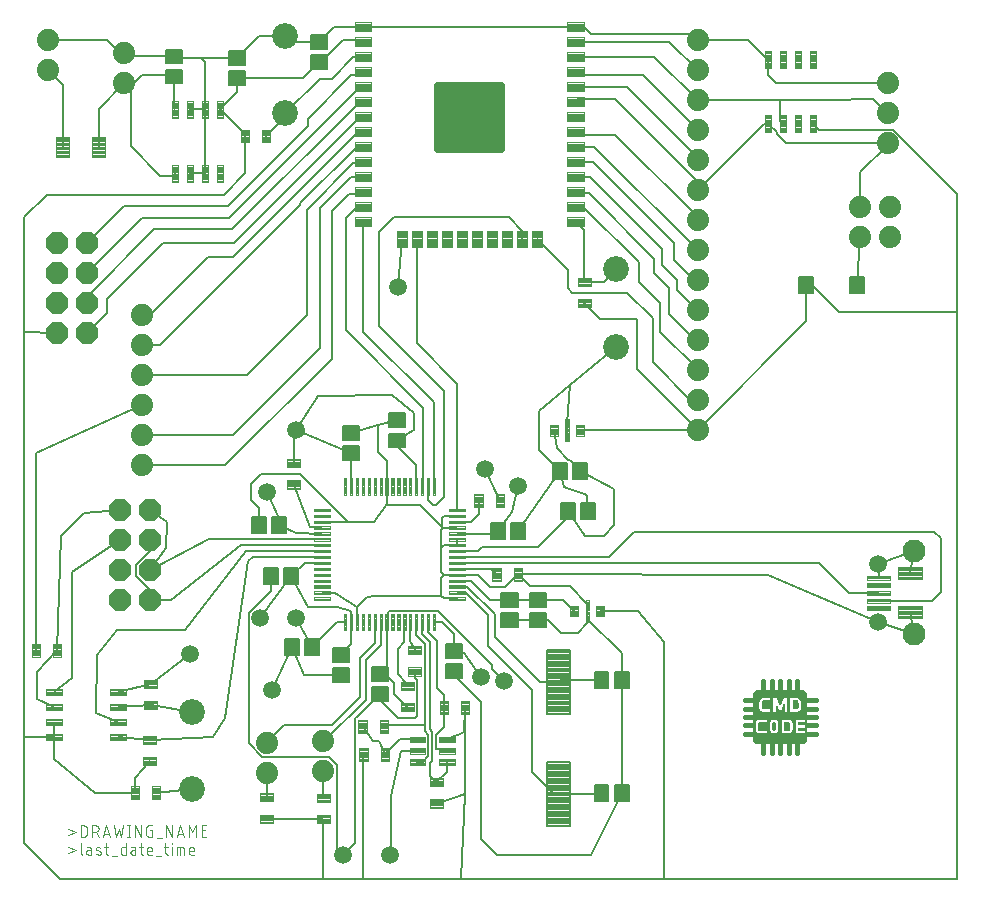
<source format=gtl>
G04 EAGLE Gerber RS-274X export*
G75*
%MOMM*%
%FSLAX34Y34*%
%LPD*%
%INTop Copper*%
%IPPOS*%
%AMOC8*
5,1,8,0,0,1.08239X$1,22.5*%
G01*
%ADD10C,0.076200*%
%ADD11C,0.130000*%
%ADD12C,0.127000*%
%ADD13C,1.879600*%
%ADD14C,0.104000*%
%ADD15C,0.100000*%
%ADD16C,2.184400*%
%ADD17C,0.210000*%
%ADD18C,0.102000*%
%ADD19P,2.034460X8X112.500000*%
%ADD20C,0.117000*%
%ADD21C,0.103500*%
%ADD22C,0.110000*%
%ADD23C,1.508000*%
%ADD24C,1.950000*%
%ADD25C,0.099000*%
%ADD26C,0.480000*%
%ADD27P,2.034460X8X292.500000*%
%ADD28C,0.406400*%
%ADD29C,0.152400*%

G36*
X672852Y426711D02*
X672852Y426711D01*
X672854Y426753D01*
X672832Y426820D01*
X672820Y426890D01*
X672798Y426926D01*
X672785Y426967D01*
X672731Y427039D01*
X672705Y427083D01*
X672689Y427096D01*
X672673Y427117D01*
X670292Y429498D01*
X670257Y429523D01*
X670229Y429554D01*
X670166Y429586D01*
X670108Y429627D01*
X670067Y429637D01*
X670029Y429657D01*
X669940Y429670D01*
X669891Y429683D01*
X669870Y429680D01*
X669844Y429684D01*
X630156Y429684D01*
X630114Y429677D01*
X630072Y429679D01*
X630005Y429657D01*
X629935Y429645D01*
X629899Y429623D01*
X629858Y429610D01*
X629786Y429556D01*
X629742Y429530D01*
X629729Y429514D01*
X629708Y429498D01*
X627327Y427117D01*
X627302Y427082D01*
X627271Y427054D01*
X627239Y426991D01*
X627198Y426933D01*
X627188Y426892D01*
X627168Y426854D01*
X627155Y426765D01*
X627143Y426716D01*
X627145Y426695D01*
X627141Y426669D01*
X627141Y386981D01*
X627148Y386939D01*
X627146Y386897D01*
X627168Y386830D01*
X627180Y386760D01*
X627202Y386724D01*
X627215Y386683D01*
X627269Y386611D01*
X627295Y386567D01*
X627311Y386554D01*
X627327Y386533D01*
X629708Y384152D01*
X629743Y384127D01*
X629771Y384096D01*
X629834Y384064D01*
X629892Y384023D01*
X629933Y384013D01*
X629971Y383993D01*
X630061Y383980D01*
X630109Y383968D01*
X630130Y383970D01*
X630156Y383966D01*
X669844Y383966D01*
X669886Y383973D01*
X669928Y383971D01*
X669995Y383993D01*
X670065Y384005D01*
X670101Y384027D01*
X670142Y384040D01*
X670214Y384094D01*
X670258Y384120D01*
X670271Y384136D01*
X670292Y384152D01*
X672673Y386533D01*
X672698Y386568D01*
X672729Y386596D01*
X672761Y386659D01*
X672802Y386717D01*
X672812Y386758D01*
X672832Y386796D01*
X672845Y386886D01*
X672858Y386934D01*
X672855Y386955D01*
X672859Y386981D01*
X672859Y426669D01*
X672852Y426711D01*
G37*
%LPC*%
G36*
X664433Y422860D02*
X664433Y422860D01*
X665454Y422689D01*
X666276Y422196D01*
X666959Y421513D01*
X667448Y420698D01*
X667622Y419480D01*
X667622Y414815D01*
X667448Y413770D01*
X666941Y412757D01*
X666276Y412091D01*
X665454Y411598D01*
X664433Y411428D01*
X658572Y411428D01*
X658572Y422860D01*
X664433Y422860D01*
G37*
%LPD*%
%LPC*%
G36*
X651428Y393172D02*
X651428Y393172D01*
X651428Y404603D01*
X657290Y404603D01*
X658310Y404433D01*
X659132Y403940D01*
X659797Y403274D01*
X660304Y402261D01*
X660478Y401216D01*
X660478Y396551D01*
X660304Y395334D01*
X659815Y394518D01*
X659132Y393835D01*
X658310Y393342D01*
X657290Y393172D01*
X651428Y393172D01*
G37*
%LPD*%
%LPC*%
G36*
X647179Y422860D02*
X647179Y422860D01*
X649406Y416921D01*
X649462Y416827D01*
X649518Y416731D01*
X649520Y416730D01*
X649521Y416728D01*
X649607Y416659D01*
X649692Y416589D01*
X649694Y416589D01*
X649696Y416587D01*
X649801Y416552D01*
X649904Y416517D01*
X649906Y416517D01*
X649908Y416516D01*
X650020Y416520D01*
X650129Y416523D01*
X650130Y416523D01*
X650133Y416524D01*
X650235Y416566D01*
X650337Y416606D01*
X650338Y416608D01*
X650340Y416608D01*
X650420Y416682D01*
X650503Y416757D01*
X650504Y416759D01*
X650505Y416760D01*
X650512Y416774D01*
X650594Y416921D01*
X652821Y422860D01*
X655716Y422860D01*
X655716Y411428D01*
X653809Y411428D01*
X653809Y417144D01*
X653807Y417155D01*
X653809Y417165D01*
X653797Y417221D01*
X653796Y417263D01*
X653782Y417298D01*
X653770Y417365D01*
X653764Y417374D01*
X653762Y417385D01*
X653720Y417451D01*
X653711Y417471D01*
X653698Y417485D01*
X653655Y417558D01*
X653647Y417565D01*
X653641Y417574D01*
X653564Y417632D01*
X653560Y417637D01*
X653556Y417639D01*
X653481Y417699D01*
X653471Y417703D01*
X653462Y417709D01*
X653365Y417739D01*
X653269Y417771D01*
X653258Y417771D01*
X653247Y417774D01*
X653146Y417767D01*
X653044Y417764D01*
X653034Y417760D01*
X653024Y417760D01*
X652930Y417718D01*
X652837Y417680D01*
X652829Y417673D01*
X652819Y417668D01*
X652769Y417620D01*
X652757Y417613D01*
X652740Y417592D01*
X652671Y417529D01*
X652666Y417519D01*
X652658Y417511D01*
X652630Y417457D01*
X652616Y417439D01*
X652605Y417407D01*
X652573Y417344D01*
X651130Y413016D01*
X648870Y413016D01*
X647427Y417344D01*
X647422Y417354D01*
X647420Y417365D01*
X647383Y417426D01*
X647365Y417471D01*
X647346Y417491D01*
X647319Y417541D01*
X647311Y417548D01*
X647305Y417558D01*
X647229Y417620D01*
X647214Y417637D01*
X647204Y417642D01*
X647150Y417688D01*
X647140Y417692D01*
X647131Y417699D01*
X647035Y417732D01*
X646940Y417768D01*
X646929Y417768D01*
X646919Y417771D01*
X646818Y417768D01*
X646716Y417769D01*
X646705Y417765D01*
X646694Y417764D01*
X646601Y417726D01*
X646505Y417691D01*
X646497Y417684D01*
X646487Y417680D01*
X646417Y417617D01*
X646411Y417613D01*
X646406Y417607D01*
X646334Y417546D01*
X646329Y417536D01*
X646321Y417529D01*
X646284Y417456D01*
X646270Y417439D01*
X646262Y417415D01*
X646225Y417350D01*
X646223Y417339D01*
X646218Y417329D01*
X646207Y417255D01*
X646198Y417226D01*
X646199Y417196D01*
X646191Y417144D01*
X646191Y411428D01*
X644284Y411428D01*
X644284Y422860D01*
X647179Y422860D01*
G37*
%LPD*%
%LPC*%
G36*
X643728Y393172D02*
X643728Y393172D01*
X643134Y393320D01*
X642479Y393812D01*
X641823Y394468D01*
X641109Y396609D01*
X641109Y401166D01*
X641823Y403307D01*
X642479Y403963D01*
X643134Y404455D01*
X643728Y404603D01*
X645953Y404603D01*
X646547Y404455D01*
X647202Y403963D01*
X647858Y403307D01*
X648572Y401166D01*
X648572Y396609D01*
X647858Y394468D01*
X647202Y393812D01*
X646547Y393320D01*
X645953Y393172D01*
X643728Y393172D01*
G37*
%LPD*%
%LPC*%
G36*
X663334Y393172D02*
X663334Y393172D01*
X663334Y404603D01*
X670797Y404603D01*
X670797Y402697D01*
X665875Y402697D01*
X665810Y402685D01*
X665744Y402683D01*
X665701Y402665D01*
X665654Y402657D01*
X665597Y402624D01*
X665537Y402599D01*
X665502Y402567D01*
X665461Y402543D01*
X665420Y402492D01*
X665371Y402447D01*
X665349Y402405D01*
X665320Y402369D01*
X665299Y402307D01*
X665268Y402248D01*
X665260Y402193D01*
X665248Y402156D01*
X665249Y402117D01*
X665241Y402063D01*
X665241Y400475D01*
X665252Y400410D01*
X665254Y400344D01*
X665272Y400301D01*
X665280Y400254D01*
X665314Y400197D01*
X665339Y400137D01*
X665370Y400102D01*
X665395Y400061D01*
X665446Y400020D01*
X665490Y399971D01*
X665532Y399949D01*
X665569Y399920D01*
X665631Y399899D01*
X665690Y399868D01*
X665744Y399860D01*
X665781Y399848D01*
X665821Y399849D01*
X665875Y399841D01*
X670797Y399841D01*
X670797Y397934D01*
X665875Y397934D01*
X665810Y397923D01*
X665744Y397921D01*
X665701Y397903D01*
X665654Y397895D01*
X665597Y397861D01*
X665537Y397836D01*
X665502Y397805D01*
X665461Y397780D01*
X665420Y397729D01*
X665371Y397685D01*
X665349Y397643D01*
X665320Y397606D01*
X665299Y397544D01*
X665268Y397485D01*
X665260Y397431D01*
X665248Y397394D01*
X665249Y397354D01*
X665241Y397300D01*
X665241Y395713D01*
X665252Y395648D01*
X665254Y395582D01*
X665272Y395538D01*
X665280Y395492D01*
X665314Y395435D01*
X665339Y395374D01*
X665370Y395339D01*
X665395Y395298D01*
X665446Y395257D01*
X665490Y395208D01*
X665532Y395187D01*
X665569Y395157D01*
X665631Y395136D01*
X665690Y395106D01*
X665744Y395098D01*
X665781Y395085D01*
X665821Y395086D01*
X665875Y395078D01*
X670797Y395078D01*
X670797Y393172D01*
X663334Y393172D01*
G37*
%LPD*%
%LPC*%
G36*
X632392Y393172D02*
X632392Y393172D01*
X631372Y393342D01*
X630549Y393835D01*
X629866Y394518D01*
X629377Y395334D01*
X629203Y396551D01*
X629203Y401216D01*
X629377Y402261D01*
X629884Y403274D01*
X630549Y403940D01*
X631372Y404433D01*
X632392Y404603D01*
X639047Y404603D01*
X639047Y402697D01*
X632538Y402697D01*
X632496Y402689D01*
X632453Y402691D01*
X632386Y402670D01*
X632317Y402657D01*
X632280Y402636D01*
X632240Y402623D01*
X632167Y402569D01*
X632123Y402543D01*
X632110Y402527D01*
X632089Y402511D01*
X631494Y401916D01*
X631441Y401840D01*
X631384Y401768D01*
X631376Y401746D01*
X631366Y401731D01*
X631353Y401683D01*
X631320Y401592D01*
X631122Y400599D01*
X631121Y400551D01*
X631110Y400475D01*
X631110Y397300D01*
X631118Y397252D01*
X631122Y397176D01*
X631320Y396183D01*
X631354Y396097D01*
X631382Y396010D01*
X631396Y395992D01*
X631402Y395975D01*
X631436Y395937D01*
X631494Y395859D01*
X632089Y395264D01*
X632124Y395240D01*
X632153Y395208D01*
X632215Y395176D01*
X632273Y395136D01*
X632314Y395125D01*
X632352Y395106D01*
X632442Y395093D01*
X632491Y395080D01*
X632511Y395082D01*
X632538Y395078D01*
X639047Y395078D01*
X639047Y393172D01*
X632392Y393172D01*
G37*
%LPD*%
%LPC*%
G36*
X635068Y411428D02*
X635068Y411428D01*
X633707Y412109D01*
X633059Y412757D01*
X632552Y413770D01*
X632378Y414815D01*
X632378Y419480D01*
X632552Y420698D01*
X633041Y421513D01*
X633707Y422179D01*
X635068Y422860D01*
X641428Y422860D01*
X641428Y420953D01*
X635713Y420953D01*
X635671Y420946D01*
X635628Y420947D01*
X635561Y420926D01*
X635492Y420913D01*
X635455Y420892D01*
X635415Y420879D01*
X635342Y420825D01*
X635298Y420799D01*
X635285Y420783D01*
X635264Y420767D01*
X634669Y420172D01*
X634616Y420096D01*
X634559Y420024D01*
X634551Y420003D01*
X634541Y419988D01*
X634528Y419939D01*
X634495Y419848D01*
X634297Y418856D01*
X634296Y418807D01*
X634285Y418731D01*
X634285Y415556D01*
X634293Y415509D01*
X634297Y415432D01*
X634495Y414440D01*
X634529Y414354D01*
X634557Y414266D01*
X634571Y414248D01*
X634577Y414231D01*
X634611Y414193D01*
X634669Y414116D01*
X635264Y413520D01*
X635299Y413496D01*
X635328Y413465D01*
X635390Y413432D01*
X635448Y413392D01*
X635489Y413382D01*
X635527Y413362D01*
X635617Y413349D01*
X635666Y413336D01*
X635686Y413338D01*
X635713Y413335D01*
X641428Y413335D01*
X641428Y411428D01*
X635068Y411428D01*
G37*
%LPD*%
G36*
X664329Y413342D02*
X664329Y413342D01*
X664372Y413340D01*
X664439Y413362D01*
X664508Y413374D01*
X664545Y413396D01*
X664585Y413409D01*
X664658Y413463D01*
X664702Y413488D01*
X664715Y413505D01*
X664736Y413520D01*
X665331Y414116D01*
X665384Y414191D01*
X665441Y414263D01*
X665449Y414285D01*
X665459Y414300D01*
X665472Y414349D01*
X665505Y414440D01*
X665703Y415432D01*
X665704Y415480D01*
X665716Y415556D01*
X665716Y418731D01*
X665707Y418779D01*
X665703Y418856D01*
X665505Y419848D01*
X665471Y419934D01*
X665443Y420021D01*
X665429Y420040D01*
X665423Y420057D01*
X665389Y420094D01*
X665331Y420172D01*
X664736Y420767D01*
X664703Y420790D01*
X664680Y420815D01*
X664679Y420816D01*
X664672Y420823D01*
X664610Y420855D01*
X664552Y420895D01*
X664511Y420906D01*
X664473Y420925D01*
X664383Y420939D01*
X664335Y420951D01*
X664314Y420949D01*
X664288Y420953D01*
X661113Y420953D01*
X661048Y420941D01*
X660982Y420939D01*
X660938Y420922D01*
X660892Y420913D01*
X660835Y420880D01*
X660774Y420855D01*
X660739Y420823D01*
X660698Y420799D01*
X660657Y420748D01*
X660608Y420704D01*
X660587Y420662D01*
X660557Y420625D01*
X660536Y420563D01*
X660506Y420504D01*
X660498Y420450D01*
X660485Y420412D01*
X660485Y420406D01*
X660485Y420405D01*
X660486Y420372D01*
X660478Y420319D01*
X660478Y413969D01*
X660490Y413904D01*
X660492Y413838D01*
X660510Y413795D01*
X660518Y413748D01*
X660551Y413691D01*
X660576Y413630D01*
X660608Y413595D01*
X660632Y413555D01*
X660683Y413513D01*
X660728Y413465D01*
X660770Y413443D01*
X660806Y413413D01*
X660869Y413392D01*
X660927Y413362D01*
X660982Y413354D01*
X661019Y413341D01*
X661058Y413343D01*
X661113Y413335D01*
X664288Y413335D01*
X664329Y413342D01*
G37*
G36*
X657186Y395086D02*
X657186Y395086D01*
X657228Y395084D01*
X657295Y395105D01*
X657365Y395118D01*
X657401Y395140D01*
X657442Y395153D01*
X657514Y395206D01*
X657558Y395232D01*
X657571Y395248D01*
X657592Y395264D01*
X658188Y395859D01*
X658240Y395935D01*
X658297Y396007D01*
X658305Y396029D01*
X658316Y396044D01*
X658328Y396092D01*
X658361Y396183D01*
X658559Y397176D01*
X658560Y397224D01*
X658572Y397300D01*
X658572Y400475D01*
X658563Y400523D01*
X658559Y400599D01*
X658361Y401592D01*
X658327Y401677D01*
X658299Y401765D01*
X658285Y401783D01*
X658279Y401800D01*
X658245Y401838D01*
X658188Y401916D01*
X657592Y402511D01*
X657559Y402534D01*
X657536Y402559D01*
X657535Y402560D01*
X657529Y402567D01*
X657466Y402599D01*
X657408Y402639D01*
X657367Y402650D01*
X657329Y402669D01*
X657240Y402682D01*
X657191Y402695D01*
X657170Y402693D01*
X657144Y402697D01*
X653969Y402697D01*
X653904Y402685D01*
X653838Y402683D01*
X653795Y402665D01*
X653748Y402657D01*
X653691Y402624D01*
X653630Y402599D01*
X653595Y402567D01*
X653555Y402543D01*
X653513Y402492D01*
X653465Y402447D01*
X653443Y402405D01*
X653413Y402369D01*
X653392Y402307D01*
X653362Y402248D01*
X653354Y402193D01*
X653341Y402156D01*
X653342Y402149D01*
X653341Y402149D01*
X653342Y402116D01*
X653335Y402063D01*
X653335Y395713D01*
X653346Y395648D01*
X653348Y395582D01*
X653366Y395538D01*
X653374Y395492D01*
X653408Y395435D01*
X653432Y395374D01*
X653464Y395339D01*
X653488Y395298D01*
X653539Y395257D01*
X653584Y395208D01*
X653626Y395187D01*
X653663Y395157D01*
X653725Y395136D01*
X653783Y395106D01*
X653838Y395098D01*
X653875Y395085D01*
X653914Y395086D01*
X653969Y395078D01*
X657144Y395078D01*
X657186Y395086D01*
G37*
G36*
X645269Y395084D02*
X645269Y395084D01*
X645300Y395081D01*
X645378Y395104D01*
X645458Y395118D01*
X645486Y395134D01*
X645516Y395143D01*
X645582Y395191D01*
X645652Y395232D01*
X645672Y395257D01*
X645697Y395275D01*
X645763Y395370D01*
X645793Y395406D01*
X645797Y395417D01*
X645805Y395429D01*
X646599Y397016D01*
X646614Y397067D01*
X646638Y397115D01*
X646649Y397187D01*
X646662Y397232D01*
X646660Y397261D01*
X646666Y397300D01*
X646666Y400475D01*
X646656Y400527D01*
X646657Y400580D01*
X646634Y400650D01*
X646626Y400696D01*
X646611Y400722D01*
X646599Y400759D01*
X645805Y402346D01*
X645787Y402370D01*
X645778Y402393D01*
X645776Y402395D01*
X645774Y402401D01*
X645719Y402461D01*
X645671Y402526D01*
X645644Y402543D01*
X645622Y402567D01*
X645550Y402604D01*
X645482Y402648D01*
X645451Y402655D01*
X645423Y402669D01*
X645309Y402686D01*
X645263Y402696D01*
X645252Y402695D01*
X645238Y402697D01*
X644444Y402697D01*
X644413Y402691D01*
X644381Y402694D01*
X644303Y402671D01*
X644223Y402657D01*
X644196Y402641D01*
X644165Y402632D01*
X644100Y402584D01*
X644030Y402543D01*
X644010Y402518D01*
X643984Y402500D01*
X643918Y402405D01*
X643888Y402369D01*
X643887Y402364D01*
X643885Y402361D01*
X643882Y402354D01*
X643876Y402346D01*
X643083Y400759D01*
X643068Y400708D01*
X643043Y400660D01*
X643033Y400589D01*
X643019Y400543D01*
X643022Y400514D01*
X643016Y400475D01*
X643016Y397300D01*
X643025Y397248D01*
X643025Y397195D01*
X643047Y397125D01*
X643055Y397079D01*
X643071Y397053D01*
X643083Y397016D01*
X643876Y395429D01*
X643895Y395403D01*
X643907Y395374D01*
X643962Y395314D01*
X644011Y395249D01*
X644037Y395232D01*
X644059Y395208D01*
X644131Y395171D01*
X644199Y395127D01*
X644230Y395120D01*
X644258Y395106D01*
X644372Y395089D01*
X644418Y395079D01*
X644430Y395080D01*
X644444Y395078D01*
X645238Y395078D01*
X645269Y395084D01*
G37*
D10*
X47366Y311886D02*
X53631Y309276D01*
X47366Y306665D01*
X57947Y305621D02*
X57947Y315019D01*
X60557Y315019D01*
X60657Y315017D01*
X60757Y315011D01*
X60856Y315002D01*
X60956Y314988D01*
X61054Y314971D01*
X61152Y314950D01*
X61249Y314926D01*
X61345Y314897D01*
X61440Y314865D01*
X61533Y314830D01*
X61625Y314791D01*
X61716Y314748D01*
X61804Y314702D01*
X61891Y314652D01*
X61976Y314600D01*
X62059Y314544D01*
X62140Y314485D01*
X62218Y314422D01*
X62294Y314357D01*
X62368Y314289D01*
X62438Y314219D01*
X62506Y314145D01*
X62571Y314069D01*
X62634Y313991D01*
X62693Y313910D01*
X62749Y313827D01*
X62801Y313742D01*
X62851Y313655D01*
X62897Y313567D01*
X62940Y313476D01*
X62979Y313384D01*
X63014Y313291D01*
X63046Y313196D01*
X63075Y313100D01*
X63099Y313003D01*
X63120Y312905D01*
X63137Y312807D01*
X63151Y312707D01*
X63160Y312608D01*
X63166Y312508D01*
X63168Y312408D01*
X63168Y308232D01*
X63166Y308132D01*
X63160Y308032D01*
X63151Y307933D01*
X63137Y307833D01*
X63120Y307735D01*
X63099Y307637D01*
X63075Y307540D01*
X63046Y307444D01*
X63014Y307349D01*
X62979Y307256D01*
X62940Y307164D01*
X62897Y307073D01*
X62851Y306985D01*
X62801Y306898D01*
X62749Y306813D01*
X62693Y306730D01*
X62634Y306649D01*
X62571Y306571D01*
X62506Y306495D01*
X62438Y306421D01*
X62368Y306351D01*
X62294Y306283D01*
X62218Y306218D01*
X62140Y306155D01*
X62059Y306096D01*
X61976Y306040D01*
X61891Y305988D01*
X61804Y305938D01*
X61716Y305892D01*
X61625Y305849D01*
X61533Y305810D01*
X61440Y305775D01*
X61345Y305743D01*
X61249Y305714D01*
X61152Y305690D01*
X61054Y305669D01*
X60956Y305652D01*
X60856Y305638D01*
X60757Y305629D01*
X60657Y305623D01*
X60557Y305621D01*
X57947Y305621D01*
X67757Y305621D02*
X67757Y315019D01*
X70368Y315019D01*
X70469Y315017D01*
X70570Y315011D01*
X70671Y315001D01*
X70771Y314988D01*
X70871Y314970D01*
X70970Y314949D01*
X71068Y314923D01*
X71165Y314894D01*
X71261Y314862D01*
X71355Y314825D01*
X71448Y314785D01*
X71540Y314741D01*
X71629Y314694D01*
X71717Y314643D01*
X71803Y314589D01*
X71886Y314532D01*
X71968Y314472D01*
X72046Y314408D01*
X72123Y314342D01*
X72196Y314272D01*
X72267Y314200D01*
X72335Y314125D01*
X72400Y314047D01*
X72462Y313967D01*
X72521Y313885D01*
X72577Y313800D01*
X72629Y313713D01*
X72678Y313625D01*
X72724Y313534D01*
X72765Y313442D01*
X72804Y313348D01*
X72838Y313253D01*
X72869Y313157D01*
X72896Y313059D01*
X72920Y312961D01*
X72939Y312861D01*
X72955Y312761D01*
X72967Y312661D01*
X72975Y312560D01*
X72979Y312459D01*
X72979Y312357D01*
X72975Y312256D01*
X72967Y312155D01*
X72955Y312055D01*
X72939Y311955D01*
X72920Y311855D01*
X72896Y311757D01*
X72869Y311659D01*
X72838Y311563D01*
X72804Y311468D01*
X72765Y311374D01*
X72724Y311282D01*
X72678Y311191D01*
X72629Y311103D01*
X72577Y311016D01*
X72521Y310931D01*
X72462Y310849D01*
X72400Y310769D01*
X72335Y310691D01*
X72267Y310616D01*
X72196Y310544D01*
X72123Y310474D01*
X72046Y310408D01*
X71968Y310344D01*
X71886Y310284D01*
X71803Y310227D01*
X71717Y310173D01*
X71629Y310122D01*
X71540Y310075D01*
X71448Y310031D01*
X71355Y309991D01*
X71261Y309954D01*
X71165Y309922D01*
X71068Y309893D01*
X70970Y309867D01*
X70871Y309846D01*
X70771Y309828D01*
X70671Y309815D01*
X70570Y309805D01*
X70469Y309799D01*
X70368Y309797D01*
X70368Y309798D02*
X67757Y309798D01*
X70890Y309798D02*
X72978Y305621D01*
X76322Y305621D02*
X79455Y315019D01*
X82587Y305621D01*
X81804Y307971D02*
X77105Y307971D01*
X87729Y305621D02*
X85641Y315019D01*
X89818Y311886D02*
X87729Y305621D01*
X91906Y305621D02*
X89818Y311886D01*
X93995Y315019D02*
X91906Y305621D01*
X98352Y305621D02*
X98352Y315019D01*
X97308Y305621D02*
X99396Y305621D01*
X99396Y315019D02*
X97308Y315019D01*
X103362Y315019D02*
X103362Y305621D01*
X108583Y305621D02*
X103362Y315019D01*
X108583Y315019D02*
X108583Y305621D01*
X116770Y310842D02*
X118336Y310842D01*
X118336Y305621D01*
X115204Y305621D01*
X115115Y305623D01*
X115027Y305629D01*
X114939Y305638D01*
X114851Y305651D01*
X114764Y305668D01*
X114678Y305688D01*
X114593Y305713D01*
X114508Y305740D01*
X114425Y305772D01*
X114344Y305806D01*
X114264Y305845D01*
X114186Y305886D01*
X114109Y305931D01*
X114035Y305979D01*
X113962Y306030D01*
X113892Y306084D01*
X113825Y306142D01*
X113759Y306202D01*
X113697Y306264D01*
X113637Y306330D01*
X113579Y306397D01*
X113525Y306467D01*
X113474Y306540D01*
X113426Y306614D01*
X113381Y306691D01*
X113340Y306769D01*
X113301Y306849D01*
X113267Y306930D01*
X113235Y307013D01*
X113208Y307098D01*
X113183Y307183D01*
X113163Y307269D01*
X113146Y307356D01*
X113133Y307444D01*
X113124Y307532D01*
X113118Y307620D01*
X113116Y307709D01*
X113115Y307709D02*
X113115Y312931D01*
X113116Y312931D02*
X113118Y313022D01*
X113124Y313113D01*
X113134Y313204D01*
X113148Y313294D01*
X113165Y313383D01*
X113187Y313471D01*
X113213Y313559D01*
X113242Y313645D01*
X113275Y313730D01*
X113312Y313813D01*
X113352Y313895D01*
X113396Y313975D01*
X113443Y314053D01*
X113494Y314129D01*
X113547Y314202D01*
X113604Y314273D01*
X113665Y314342D01*
X113728Y314407D01*
X113793Y314470D01*
X113862Y314530D01*
X113933Y314588D01*
X114006Y314641D01*
X114082Y314692D01*
X114160Y314739D01*
X114240Y314783D01*
X114322Y314823D01*
X114405Y314860D01*
X114490Y314893D01*
X114576Y314922D01*
X114664Y314948D01*
X114752Y314970D01*
X114841Y314987D01*
X114931Y315001D01*
X115022Y315011D01*
X115113Y315017D01*
X115204Y315019D01*
X118336Y315019D01*
X122172Y304577D02*
X126348Y304577D01*
X130184Y305621D02*
X130184Y315019D01*
X135405Y305621D01*
X135405Y315019D01*
X142243Y315019D02*
X139111Y305621D01*
X145376Y305621D02*
X142243Y315019D01*
X144593Y307971D02*
X139894Y307971D01*
X149169Y305621D02*
X149169Y315019D01*
X152302Y309798D01*
X155434Y315019D01*
X155434Y305621D01*
X160072Y305621D02*
X164248Y305621D01*
X160072Y305621D02*
X160072Y315019D01*
X164248Y315019D01*
X163204Y310842D02*
X160072Y310842D01*
X53631Y294036D02*
X47366Y296646D01*
X47366Y291425D02*
X53631Y294036D01*
X57680Y291947D02*
X57680Y299779D01*
X57680Y291947D02*
X57682Y291870D01*
X57688Y291794D01*
X57697Y291717D01*
X57710Y291641D01*
X57727Y291566D01*
X57747Y291492D01*
X57772Y291419D01*
X57799Y291348D01*
X57830Y291277D01*
X57865Y291209D01*
X57903Y291142D01*
X57944Y291077D01*
X57988Y291014D01*
X58035Y290954D01*
X58086Y290895D01*
X58139Y290840D01*
X58194Y290787D01*
X58253Y290736D01*
X58313Y290689D01*
X58376Y290645D01*
X58441Y290604D01*
X58508Y290566D01*
X58576Y290531D01*
X58647Y290500D01*
X58718Y290473D01*
X58791Y290448D01*
X58865Y290428D01*
X58940Y290411D01*
X59016Y290398D01*
X59093Y290389D01*
X59169Y290383D01*
X59246Y290381D01*
X64213Y294036D02*
X66562Y294036D01*
X64213Y294035D02*
X64129Y294033D01*
X64044Y294027D01*
X63961Y294017D01*
X63877Y294004D01*
X63795Y293986D01*
X63713Y293965D01*
X63632Y293940D01*
X63553Y293912D01*
X63475Y293879D01*
X63399Y293843D01*
X63324Y293804D01*
X63251Y293761D01*
X63180Y293715D01*
X63112Y293666D01*
X63046Y293614D01*
X62982Y293558D01*
X62921Y293500D01*
X62863Y293439D01*
X62807Y293375D01*
X62755Y293309D01*
X62706Y293241D01*
X62660Y293170D01*
X62617Y293097D01*
X62578Y293022D01*
X62542Y292946D01*
X62509Y292868D01*
X62481Y292789D01*
X62456Y292708D01*
X62435Y292626D01*
X62417Y292544D01*
X62404Y292460D01*
X62394Y292377D01*
X62388Y292292D01*
X62386Y292208D01*
X62388Y292124D01*
X62394Y292039D01*
X62404Y291956D01*
X62417Y291872D01*
X62435Y291790D01*
X62456Y291708D01*
X62481Y291627D01*
X62509Y291548D01*
X62542Y291470D01*
X62578Y291394D01*
X62617Y291319D01*
X62660Y291246D01*
X62706Y291175D01*
X62755Y291107D01*
X62807Y291041D01*
X62863Y290977D01*
X62921Y290916D01*
X62982Y290858D01*
X63046Y290802D01*
X63112Y290750D01*
X63180Y290701D01*
X63251Y290655D01*
X63324Y290612D01*
X63399Y290573D01*
X63475Y290537D01*
X63553Y290504D01*
X63632Y290476D01*
X63713Y290451D01*
X63795Y290430D01*
X63877Y290412D01*
X63961Y290399D01*
X64044Y290389D01*
X64129Y290383D01*
X64213Y290381D01*
X66562Y290381D01*
X66562Y295080D01*
X66560Y295157D01*
X66554Y295233D01*
X66545Y295310D01*
X66532Y295386D01*
X66515Y295461D01*
X66495Y295535D01*
X66470Y295608D01*
X66443Y295679D01*
X66412Y295750D01*
X66377Y295818D01*
X66339Y295885D01*
X66298Y295950D01*
X66254Y296013D01*
X66207Y296073D01*
X66156Y296132D01*
X66103Y296187D01*
X66048Y296240D01*
X65989Y296291D01*
X65929Y296338D01*
X65866Y296382D01*
X65801Y296423D01*
X65734Y296461D01*
X65666Y296496D01*
X65595Y296527D01*
X65524Y296554D01*
X65451Y296579D01*
X65377Y296599D01*
X65302Y296616D01*
X65226Y296629D01*
X65149Y296638D01*
X65073Y296644D01*
X64996Y296646D01*
X62907Y296646D01*
X71444Y294036D02*
X74054Y292992D01*
X71443Y294036D02*
X71377Y294064D01*
X71312Y294097D01*
X71249Y294132D01*
X71188Y294171D01*
X71129Y294213D01*
X71073Y294258D01*
X71019Y294306D01*
X70968Y294357D01*
X70919Y294410D01*
X70874Y294467D01*
X70831Y294525D01*
X70792Y294585D01*
X70755Y294648D01*
X70723Y294713D01*
X70694Y294779D01*
X70668Y294846D01*
X70646Y294915D01*
X70628Y294985D01*
X70613Y295056D01*
X70602Y295127D01*
X70595Y295199D01*
X70592Y295271D01*
X70593Y295343D01*
X70598Y295416D01*
X70606Y295487D01*
X70618Y295559D01*
X70634Y295629D01*
X70654Y295698D01*
X70678Y295767D01*
X70705Y295834D01*
X70735Y295899D01*
X70769Y295963D01*
X70807Y296025D01*
X70847Y296085D01*
X70891Y296142D01*
X70938Y296197D01*
X70988Y296250D01*
X71040Y296299D01*
X71095Y296346D01*
X71152Y296390D01*
X71212Y296431D01*
X71274Y296468D01*
X71338Y296503D01*
X71403Y296533D01*
X71470Y296561D01*
X71538Y296584D01*
X71608Y296604D01*
X71678Y296620D01*
X71749Y296633D01*
X71821Y296641D01*
X71893Y296646D01*
X71965Y296647D01*
X71966Y296646D02*
X72117Y296642D01*
X72268Y296634D01*
X72419Y296623D01*
X72570Y296607D01*
X72720Y296587D01*
X72870Y296564D01*
X73019Y296537D01*
X73167Y296506D01*
X73315Y296471D01*
X73461Y296433D01*
X73607Y296390D01*
X73751Y296344D01*
X73894Y296295D01*
X74036Y296242D01*
X74176Y296185D01*
X74315Y296124D01*
X74054Y292992D02*
X74120Y292964D01*
X74185Y292931D01*
X74248Y292896D01*
X74309Y292857D01*
X74368Y292815D01*
X74424Y292770D01*
X74478Y292722D01*
X74529Y292671D01*
X74578Y292618D01*
X74623Y292561D01*
X74666Y292503D01*
X74705Y292443D01*
X74742Y292380D01*
X74774Y292315D01*
X74803Y292249D01*
X74829Y292182D01*
X74851Y292113D01*
X74869Y292043D01*
X74884Y291972D01*
X74895Y291901D01*
X74902Y291829D01*
X74905Y291757D01*
X74904Y291685D01*
X74899Y291612D01*
X74891Y291541D01*
X74879Y291469D01*
X74863Y291399D01*
X74843Y291330D01*
X74819Y291261D01*
X74792Y291194D01*
X74762Y291129D01*
X74728Y291065D01*
X74690Y291003D01*
X74650Y290943D01*
X74606Y290886D01*
X74559Y290831D01*
X74509Y290778D01*
X74457Y290729D01*
X74402Y290682D01*
X74345Y290638D01*
X74285Y290597D01*
X74223Y290560D01*
X74159Y290525D01*
X74094Y290495D01*
X74027Y290467D01*
X73959Y290444D01*
X73889Y290424D01*
X73819Y290408D01*
X73748Y290395D01*
X73676Y290387D01*
X73604Y290382D01*
X73532Y290381D01*
X73322Y290386D01*
X73113Y290397D01*
X72904Y290412D01*
X72696Y290432D01*
X72488Y290458D01*
X72281Y290488D01*
X72074Y290523D01*
X71869Y290563D01*
X71664Y290607D01*
X71461Y290657D01*
X71258Y290711D01*
X71057Y290771D01*
X70858Y290834D01*
X70660Y290903D01*
X77817Y296646D02*
X80949Y296646D01*
X78861Y299779D02*
X78861Y291947D01*
X78863Y291870D01*
X78869Y291794D01*
X78878Y291717D01*
X78891Y291641D01*
X78908Y291566D01*
X78928Y291492D01*
X78953Y291419D01*
X78980Y291348D01*
X79011Y291277D01*
X79046Y291209D01*
X79084Y291142D01*
X79125Y291077D01*
X79169Y291014D01*
X79216Y290954D01*
X79267Y290895D01*
X79320Y290840D01*
X79375Y290787D01*
X79434Y290736D01*
X79494Y290689D01*
X79557Y290645D01*
X79622Y290604D01*
X79689Y290566D01*
X79757Y290531D01*
X79828Y290500D01*
X79899Y290473D01*
X79972Y290448D01*
X80046Y290428D01*
X80121Y290411D01*
X80197Y290398D01*
X80274Y290389D01*
X80350Y290383D01*
X80427Y290381D01*
X80949Y290381D01*
X84072Y289337D02*
X88248Y289337D01*
X95823Y290381D02*
X95823Y299779D01*
X95823Y290381D02*
X93212Y290381D01*
X93135Y290383D01*
X93059Y290389D01*
X92982Y290398D01*
X92906Y290411D01*
X92831Y290428D01*
X92757Y290448D01*
X92684Y290473D01*
X92613Y290500D01*
X92542Y290531D01*
X92474Y290566D01*
X92407Y290604D01*
X92342Y290645D01*
X92279Y290689D01*
X92219Y290736D01*
X92160Y290787D01*
X92105Y290840D01*
X92052Y290895D01*
X92001Y290954D01*
X91954Y291014D01*
X91910Y291077D01*
X91869Y291142D01*
X91831Y291209D01*
X91796Y291277D01*
X91765Y291348D01*
X91738Y291419D01*
X91713Y291492D01*
X91693Y291566D01*
X91676Y291641D01*
X91663Y291717D01*
X91654Y291794D01*
X91648Y291870D01*
X91646Y291947D01*
X91646Y295080D01*
X91648Y295157D01*
X91654Y295233D01*
X91663Y295310D01*
X91676Y295386D01*
X91693Y295461D01*
X91713Y295535D01*
X91738Y295608D01*
X91765Y295679D01*
X91796Y295750D01*
X91831Y295818D01*
X91869Y295885D01*
X91910Y295950D01*
X91954Y296013D01*
X92001Y296073D01*
X92052Y296132D01*
X92105Y296187D01*
X92160Y296240D01*
X92219Y296291D01*
X92279Y296338D01*
X92342Y296382D01*
X92407Y296423D01*
X92474Y296461D01*
X92542Y296496D01*
X92613Y296527D01*
X92684Y296554D01*
X92757Y296579D01*
X92831Y296599D01*
X92906Y296616D01*
X92982Y296629D01*
X93059Y296638D01*
X93135Y296644D01*
X93212Y296646D01*
X95823Y296646D01*
X101703Y294036D02*
X104052Y294036D01*
X101703Y294035D02*
X101619Y294033D01*
X101534Y294027D01*
X101451Y294017D01*
X101367Y294004D01*
X101285Y293986D01*
X101203Y293965D01*
X101122Y293940D01*
X101043Y293912D01*
X100965Y293879D01*
X100889Y293843D01*
X100814Y293804D01*
X100741Y293761D01*
X100670Y293715D01*
X100602Y293666D01*
X100536Y293614D01*
X100472Y293558D01*
X100411Y293500D01*
X100353Y293439D01*
X100297Y293375D01*
X100245Y293309D01*
X100196Y293241D01*
X100150Y293170D01*
X100107Y293097D01*
X100068Y293022D01*
X100032Y292946D01*
X99999Y292868D01*
X99971Y292789D01*
X99946Y292708D01*
X99925Y292626D01*
X99907Y292544D01*
X99894Y292460D01*
X99884Y292377D01*
X99878Y292292D01*
X99876Y292208D01*
X99878Y292124D01*
X99884Y292039D01*
X99894Y291956D01*
X99907Y291872D01*
X99925Y291790D01*
X99946Y291708D01*
X99971Y291627D01*
X99999Y291548D01*
X100032Y291470D01*
X100068Y291394D01*
X100107Y291319D01*
X100150Y291246D01*
X100196Y291175D01*
X100245Y291107D01*
X100297Y291041D01*
X100353Y290977D01*
X100411Y290916D01*
X100472Y290858D01*
X100536Y290802D01*
X100602Y290750D01*
X100670Y290701D01*
X100741Y290655D01*
X100814Y290612D01*
X100889Y290573D01*
X100965Y290537D01*
X101043Y290504D01*
X101122Y290476D01*
X101203Y290451D01*
X101285Y290430D01*
X101367Y290412D01*
X101451Y290399D01*
X101534Y290389D01*
X101619Y290383D01*
X101703Y290381D01*
X104052Y290381D01*
X104052Y295080D01*
X104050Y295157D01*
X104044Y295233D01*
X104035Y295310D01*
X104022Y295386D01*
X104005Y295461D01*
X103985Y295535D01*
X103960Y295608D01*
X103933Y295679D01*
X103902Y295750D01*
X103867Y295818D01*
X103829Y295885D01*
X103788Y295950D01*
X103744Y296013D01*
X103697Y296073D01*
X103646Y296132D01*
X103593Y296187D01*
X103538Y296240D01*
X103479Y296291D01*
X103419Y296338D01*
X103356Y296382D01*
X103291Y296423D01*
X103224Y296461D01*
X103156Y296496D01*
X103085Y296527D01*
X103014Y296554D01*
X102941Y296579D01*
X102867Y296599D01*
X102792Y296616D01*
X102716Y296629D01*
X102639Y296638D01*
X102563Y296644D01*
X102486Y296646D01*
X100397Y296646D01*
X107382Y296646D02*
X110515Y296646D01*
X108426Y299779D02*
X108426Y291947D01*
X108428Y291870D01*
X108434Y291794D01*
X108443Y291717D01*
X108456Y291641D01*
X108473Y291566D01*
X108493Y291492D01*
X108518Y291419D01*
X108545Y291348D01*
X108576Y291277D01*
X108611Y291209D01*
X108649Y291142D01*
X108690Y291077D01*
X108734Y291014D01*
X108781Y290954D01*
X108832Y290895D01*
X108885Y290840D01*
X108940Y290787D01*
X108999Y290736D01*
X109059Y290689D01*
X109122Y290645D01*
X109187Y290604D01*
X109254Y290566D01*
X109322Y290531D01*
X109393Y290500D01*
X109464Y290473D01*
X109537Y290448D01*
X109611Y290428D01*
X109686Y290411D01*
X109762Y290398D01*
X109839Y290389D01*
X109915Y290383D01*
X109992Y290381D01*
X110515Y290381D01*
X115508Y290381D02*
X118119Y290381D01*
X115508Y290381D02*
X115431Y290383D01*
X115355Y290389D01*
X115278Y290398D01*
X115202Y290411D01*
X115127Y290428D01*
X115053Y290448D01*
X114980Y290473D01*
X114909Y290500D01*
X114838Y290531D01*
X114770Y290566D01*
X114703Y290604D01*
X114638Y290645D01*
X114575Y290689D01*
X114515Y290736D01*
X114456Y290787D01*
X114401Y290840D01*
X114348Y290895D01*
X114297Y290954D01*
X114250Y291014D01*
X114206Y291077D01*
X114165Y291142D01*
X114127Y291209D01*
X114092Y291277D01*
X114061Y291348D01*
X114034Y291419D01*
X114009Y291492D01*
X113989Y291566D01*
X113972Y291641D01*
X113959Y291717D01*
X113950Y291794D01*
X113944Y291870D01*
X113942Y291947D01*
X113942Y294558D01*
X113944Y294648D01*
X113950Y294737D01*
X113959Y294827D01*
X113973Y294916D01*
X113990Y295004D01*
X114011Y295091D01*
X114036Y295178D01*
X114065Y295263D01*
X114097Y295347D01*
X114132Y295429D01*
X114172Y295510D01*
X114214Y295589D01*
X114260Y295666D01*
X114310Y295741D01*
X114362Y295814D01*
X114418Y295885D01*
X114476Y295953D01*
X114538Y296018D01*
X114602Y296081D01*
X114669Y296141D01*
X114738Y296198D01*
X114810Y296252D01*
X114884Y296303D01*
X114960Y296351D01*
X115038Y296395D01*
X115118Y296436D01*
X115200Y296474D01*
X115283Y296508D01*
X115368Y296538D01*
X115454Y296565D01*
X115540Y296588D01*
X115628Y296607D01*
X115717Y296622D01*
X115806Y296634D01*
X115895Y296642D01*
X115985Y296646D01*
X116075Y296646D01*
X116165Y296642D01*
X116254Y296634D01*
X116343Y296622D01*
X116432Y296607D01*
X116520Y296588D01*
X116606Y296565D01*
X116692Y296538D01*
X116777Y296508D01*
X116860Y296474D01*
X116942Y296436D01*
X117022Y296395D01*
X117100Y296351D01*
X117176Y296303D01*
X117250Y296252D01*
X117322Y296198D01*
X117391Y296141D01*
X117458Y296081D01*
X117522Y296018D01*
X117584Y295953D01*
X117642Y295885D01*
X117698Y295814D01*
X117750Y295741D01*
X117800Y295666D01*
X117846Y295589D01*
X117888Y295510D01*
X117928Y295429D01*
X117963Y295347D01*
X117995Y295263D01*
X118024Y295178D01*
X118049Y295091D01*
X118070Y295004D01*
X118087Y294916D01*
X118101Y294827D01*
X118110Y294737D01*
X118116Y294648D01*
X118118Y294558D01*
X118119Y294558D02*
X118119Y293514D01*
X113942Y293514D01*
X121562Y289337D02*
X125739Y289337D01*
X128413Y296646D02*
X131546Y296646D01*
X129457Y299779D02*
X129457Y291947D01*
X129459Y291870D01*
X129465Y291794D01*
X129474Y291717D01*
X129487Y291641D01*
X129504Y291566D01*
X129524Y291492D01*
X129549Y291419D01*
X129576Y291348D01*
X129607Y291277D01*
X129642Y291209D01*
X129680Y291142D01*
X129721Y291077D01*
X129765Y291014D01*
X129812Y290954D01*
X129863Y290895D01*
X129916Y290840D01*
X129971Y290787D01*
X130030Y290736D01*
X130090Y290689D01*
X130153Y290645D01*
X130218Y290604D01*
X130285Y290566D01*
X130353Y290531D01*
X130424Y290500D01*
X130495Y290473D01*
X130568Y290448D01*
X130642Y290428D01*
X130717Y290411D01*
X130793Y290398D01*
X130870Y290389D01*
X130946Y290383D01*
X131023Y290381D01*
X131546Y290381D01*
X134928Y290381D02*
X134928Y296646D01*
X134667Y299257D02*
X134667Y299779D01*
X135189Y299779D01*
X135189Y299257D01*
X134667Y299257D01*
X139110Y296646D02*
X139110Y290381D01*
X139110Y296646D02*
X143809Y296646D01*
X143886Y296644D01*
X143962Y296638D01*
X144039Y296629D01*
X144115Y296616D01*
X144190Y296599D01*
X144264Y296579D01*
X144337Y296554D01*
X144408Y296527D01*
X144479Y296496D01*
X144547Y296461D01*
X144614Y296423D01*
X144679Y296382D01*
X144742Y296338D01*
X144802Y296291D01*
X144861Y296240D01*
X144916Y296187D01*
X144969Y296132D01*
X145020Y296073D01*
X145067Y296013D01*
X145111Y295950D01*
X145152Y295885D01*
X145190Y295818D01*
X145225Y295750D01*
X145256Y295679D01*
X145283Y295608D01*
X145308Y295535D01*
X145328Y295461D01*
X145345Y295386D01*
X145358Y295310D01*
X145367Y295233D01*
X145373Y295157D01*
X145375Y295080D01*
X145375Y290381D01*
X142243Y290381D02*
X142243Y296646D01*
X151169Y290381D02*
X153780Y290381D01*
X151169Y290381D02*
X151092Y290383D01*
X151016Y290389D01*
X150939Y290398D01*
X150863Y290411D01*
X150788Y290428D01*
X150714Y290448D01*
X150641Y290473D01*
X150570Y290500D01*
X150499Y290531D01*
X150431Y290566D01*
X150364Y290604D01*
X150299Y290645D01*
X150236Y290689D01*
X150176Y290736D01*
X150117Y290787D01*
X150062Y290840D01*
X150009Y290895D01*
X149958Y290954D01*
X149911Y291014D01*
X149867Y291077D01*
X149826Y291142D01*
X149788Y291209D01*
X149753Y291277D01*
X149722Y291348D01*
X149695Y291419D01*
X149670Y291492D01*
X149650Y291566D01*
X149633Y291641D01*
X149620Y291717D01*
X149611Y291794D01*
X149605Y291870D01*
X149603Y291947D01*
X149603Y294558D01*
X149604Y294558D02*
X149606Y294648D01*
X149612Y294737D01*
X149621Y294827D01*
X149635Y294916D01*
X149652Y295004D01*
X149673Y295091D01*
X149698Y295178D01*
X149727Y295263D01*
X149759Y295347D01*
X149794Y295429D01*
X149834Y295510D01*
X149876Y295589D01*
X149922Y295666D01*
X149972Y295741D01*
X150024Y295814D01*
X150080Y295885D01*
X150138Y295953D01*
X150200Y296018D01*
X150264Y296081D01*
X150331Y296141D01*
X150400Y296198D01*
X150472Y296252D01*
X150546Y296303D01*
X150622Y296351D01*
X150700Y296395D01*
X150780Y296436D01*
X150862Y296474D01*
X150945Y296508D01*
X151030Y296538D01*
X151116Y296565D01*
X151202Y296588D01*
X151290Y296607D01*
X151379Y296622D01*
X151468Y296634D01*
X151557Y296642D01*
X151647Y296646D01*
X151737Y296646D01*
X151827Y296642D01*
X151916Y296634D01*
X152005Y296622D01*
X152094Y296607D01*
X152182Y296588D01*
X152268Y296565D01*
X152354Y296538D01*
X152439Y296508D01*
X152522Y296474D01*
X152604Y296436D01*
X152684Y296395D01*
X152762Y296351D01*
X152838Y296303D01*
X152912Y296252D01*
X152984Y296198D01*
X153053Y296141D01*
X153120Y296081D01*
X153184Y296018D01*
X153246Y295953D01*
X153304Y295885D01*
X153360Y295814D01*
X153412Y295741D01*
X153462Y295666D01*
X153508Y295589D01*
X153550Y295510D01*
X153590Y295429D01*
X153625Y295347D01*
X153657Y295263D01*
X153686Y295178D01*
X153711Y295091D01*
X153732Y295004D01*
X153749Y294916D01*
X153763Y294827D01*
X153772Y294737D01*
X153778Y294648D01*
X153780Y294558D01*
X153780Y293514D01*
X149603Y293514D01*
D11*
X266185Y955305D02*
X266185Y967005D01*
X266185Y955305D02*
X252485Y955305D01*
X252485Y967005D01*
X266185Y967005D01*
X266185Y956540D02*
X252485Y956540D01*
X252485Y957775D02*
X266185Y957775D01*
X266185Y959010D02*
X252485Y959010D01*
X252485Y960245D02*
X266185Y960245D01*
X266185Y961480D02*
X252485Y961480D01*
X252485Y962715D02*
X266185Y962715D01*
X266185Y963950D02*
X252485Y963950D01*
X252485Y965185D02*
X266185Y965185D01*
X266185Y966420D02*
X252485Y966420D01*
X266185Y972305D02*
X266185Y984005D01*
X266185Y972305D02*
X252485Y972305D01*
X252485Y984005D01*
X266185Y984005D01*
X266185Y973540D02*
X252485Y973540D01*
X252485Y974775D02*
X266185Y974775D01*
X266185Y976010D02*
X252485Y976010D01*
X252485Y977245D02*
X266185Y977245D01*
X266185Y978480D02*
X252485Y978480D01*
X252485Y979715D02*
X266185Y979715D01*
X266185Y980950D02*
X252485Y980950D01*
X252485Y982185D02*
X266185Y982185D01*
X266185Y983420D02*
X252485Y983420D01*
X366898Y468535D02*
X366898Y456835D01*
X366898Y468535D02*
X380598Y468535D01*
X380598Y456835D01*
X366898Y456835D01*
X366898Y458070D02*
X380598Y458070D01*
X380598Y459305D02*
X366898Y459305D01*
X366898Y460540D02*
X380598Y460540D01*
X380598Y461775D02*
X366898Y461775D01*
X366898Y463010D02*
X380598Y463010D01*
X380598Y464245D02*
X366898Y464245D01*
X366898Y465480D02*
X380598Y465480D01*
X380598Y466715D02*
X366898Y466715D01*
X366898Y467950D02*
X380598Y467950D01*
X366898Y451535D02*
X366898Y439835D01*
X366898Y451535D02*
X380598Y451535D01*
X380598Y439835D01*
X366898Y439835D01*
X366898Y441070D02*
X380598Y441070D01*
X380598Y442305D02*
X366898Y442305D01*
X366898Y443540D02*
X380598Y443540D01*
X380598Y444775D02*
X366898Y444775D01*
X366898Y446010D02*
X380598Y446010D01*
X380598Y447245D02*
X366898Y447245D01*
X366898Y448480D02*
X380598Y448480D01*
X380598Y449715D02*
X366898Y449715D01*
X366898Y450950D02*
X380598Y450950D01*
X304170Y449048D02*
X304170Y437348D01*
X304170Y449048D02*
X317870Y449048D01*
X317870Y437348D01*
X304170Y437348D01*
X304170Y438583D02*
X317870Y438583D01*
X317870Y439818D02*
X304170Y439818D01*
X304170Y441053D02*
X317870Y441053D01*
X317870Y442288D02*
X304170Y442288D01*
X304170Y443523D02*
X317870Y443523D01*
X317870Y444758D02*
X304170Y444758D01*
X304170Y445993D02*
X317870Y445993D01*
X317870Y447228D02*
X304170Y447228D01*
X304170Y448463D02*
X317870Y448463D01*
X304170Y432048D02*
X304170Y420348D01*
X304170Y432048D02*
X317870Y432048D01*
X317870Y420348D01*
X304170Y420348D01*
X304170Y421583D02*
X317870Y421583D01*
X317870Y422818D02*
X304170Y422818D01*
X304170Y424053D02*
X317870Y424053D01*
X317870Y425288D02*
X304170Y425288D01*
X304170Y426523D02*
X317870Y426523D01*
X317870Y427758D02*
X304170Y427758D01*
X304170Y428993D02*
X317870Y428993D01*
X317870Y430228D02*
X304170Y430228D01*
X304170Y431463D02*
X317870Y431463D01*
X404973Y557502D02*
X416673Y557502D01*
X404973Y557502D02*
X404973Y571202D01*
X416673Y571202D01*
X416673Y557502D01*
X416673Y558737D02*
X404973Y558737D01*
X404973Y559972D02*
X416673Y559972D01*
X416673Y561207D02*
X404973Y561207D01*
X404973Y562442D02*
X416673Y562442D01*
X416673Y563677D02*
X404973Y563677D01*
X404973Y564912D02*
X416673Y564912D01*
X416673Y566147D02*
X404973Y566147D01*
X404973Y567382D02*
X416673Y567382D01*
X416673Y568617D02*
X404973Y568617D01*
X404973Y569852D02*
X416673Y569852D01*
X416673Y571087D02*
X404973Y571087D01*
X421973Y557502D02*
X433673Y557502D01*
X421973Y557502D02*
X421973Y571202D01*
X433673Y571202D01*
X433673Y557502D01*
X433673Y558737D02*
X421973Y558737D01*
X421973Y559972D02*
X433673Y559972D01*
X433673Y561207D02*
X421973Y561207D01*
X421973Y562442D02*
X433673Y562442D01*
X433673Y563677D02*
X421973Y563677D01*
X421973Y564912D02*
X433673Y564912D01*
X433673Y566147D02*
X421973Y566147D01*
X421973Y567382D02*
X433673Y567382D01*
X433673Y568617D02*
X421973Y568617D01*
X421973Y569852D02*
X433673Y569852D01*
X433673Y571087D02*
X421973Y571087D01*
X293745Y624711D02*
X293745Y636411D01*
X293745Y624711D02*
X280045Y624711D01*
X280045Y636411D01*
X293745Y636411D01*
X293745Y625946D02*
X280045Y625946D01*
X280045Y627181D02*
X293745Y627181D01*
X293745Y628416D02*
X280045Y628416D01*
X280045Y629651D02*
X293745Y629651D01*
X293745Y630886D02*
X280045Y630886D01*
X280045Y632121D02*
X293745Y632121D01*
X293745Y633356D02*
X280045Y633356D01*
X280045Y634591D02*
X293745Y634591D01*
X293745Y635826D02*
X280045Y635826D01*
X293745Y641711D02*
X293745Y653411D01*
X293745Y641711D02*
X280045Y641711D01*
X280045Y653411D01*
X293745Y653411D01*
X293745Y642946D02*
X280045Y642946D01*
X280045Y644181D02*
X293745Y644181D01*
X293745Y645416D02*
X280045Y645416D01*
X280045Y646651D02*
X293745Y646651D01*
X293745Y647886D02*
X280045Y647886D01*
X280045Y649121D02*
X293745Y649121D01*
X293745Y650356D02*
X280045Y650356D01*
X280045Y651591D02*
X293745Y651591D01*
X293745Y652826D02*
X280045Y652826D01*
X332292Y646825D02*
X332292Y635125D01*
X318592Y635125D01*
X318592Y646825D01*
X332292Y646825D01*
X332292Y636360D02*
X318592Y636360D01*
X318592Y637595D02*
X332292Y637595D01*
X332292Y638830D02*
X318592Y638830D01*
X318592Y640065D02*
X332292Y640065D01*
X332292Y641300D02*
X318592Y641300D01*
X318592Y642535D02*
X332292Y642535D01*
X332292Y643770D02*
X318592Y643770D01*
X318592Y645005D02*
X332292Y645005D01*
X332292Y646240D02*
X318592Y646240D01*
X332292Y652125D02*
X332292Y663825D01*
X332292Y652125D02*
X318592Y652125D01*
X318592Y663825D01*
X332292Y663825D01*
X332292Y653360D02*
X318592Y653360D01*
X318592Y654595D02*
X332292Y654595D01*
X332292Y655830D02*
X318592Y655830D01*
X318592Y657065D02*
X332292Y657065D01*
X332292Y658300D02*
X318592Y658300D01*
X318592Y659535D02*
X332292Y659535D01*
X332292Y660770D02*
X318592Y660770D01*
X318592Y662005D02*
X332292Y662005D01*
X332292Y663240D02*
X318592Y663240D01*
X241428Y532914D02*
X229728Y532914D01*
X241428Y532914D02*
X241428Y519214D01*
X229728Y519214D01*
X229728Y532914D01*
X229728Y520449D02*
X241428Y520449D01*
X241428Y521684D02*
X229728Y521684D01*
X229728Y522919D02*
X241428Y522919D01*
X241428Y524154D02*
X229728Y524154D01*
X229728Y525389D02*
X241428Y525389D01*
X241428Y526624D02*
X229728Y526624D01*
X229728Y527859D02*
X241428Y527859D01*
X241428Y529094D02*
X229728Y529094D01*
X229728Y530329D02*
X241428Y530329D01*
X241428Y531564D02*
X229728Y531564D01*
X229728Y532799D02*
X241428Y532799D01*
X224428Y532914D02*
X212728Y532914D01*
X224428Y532914D02*
X224428Y519214D01*
X212728Y519214D01*
X212728Y532914D01*
X212728Y520449D02*
X224428Y520449D01*
X224428Y521684D02*
X212728Y521684D01*
X212728Y522919D02*
X224428Y522919D01*
X224428Y524154D02*
X212728Y524154D01*
X212728Y525389D02*
X224428Y525389D01*
X224428Y526624D02*
X212728Y526624D01*
X212728Y527859D02*
X224428Y527859D01*
X224428Y529094D02*
X212728Y529094D01*
X212728Y530329D02*
X224428Y530329D01*
X224428Y531564D02*
X212728Y531564D01*
X212728Y532799D02*
X224428Y532799D01*
X220064Y576107D02*
X231764Y576107D01*
X231764Y562407D01*
X220064Y562407D01*
X220064Y576107D01*
X220064Y563642D02*
X231764Y563642D01*
X231764Y564877D02*
X220064Y564877D01*
X220064Y566112D02*
X231764Y566112D01*
X231764Y567347D02*
X220064Y567347D01*
X220064Y568582D02*
X231764Y568582D01*
X231764Y569817D02*
X220064Y569817D01*
X220064Y571052D02*
X231764Y571052D01*
X231764Y572287D02*
X220064Y572287D01*
X220064Y573522D02*
X231764Y573522D01*
X231764Y574757D02*
X220064Y574757D01*
X220064Y575992D02*
X231764Y575992D01*
X214764Y576107D02*
X203064Y576107D01*
X214764Y576107D02*
X214764Y562407D01*
X203064Y562407D01*
X203064Y576107D01*
X203064Y563642D02*
X214764Y563642D01*
X214764Y564877D02*
X203064Y564877D01*
X203064Y566112D02*
X214764Y566112D01*
X214764Y567347D02*
X203064Y567347D01*
X203064Y568582D02*
X214764Y568582D01*
X214764Y569817D02*
X203064Y569817D01*
X203064Y571052D02*
X214764Y571052D01*
X214764Y572287D02*
X203064Y572287D01*
X203064Y573522D02*
X214764Y573522D01*
X214764Y574757D02*
X203064Y574757D01*
X203064Y575992D02*
X214764Y575992D01*
X474961Y621827D02*
X486661Y621827D01*
X486661Y608127D01*
X474961Y608127D01*
X474961Y621827D01*
X474961Y609362D02*
X486661Y609362D01*
X486661Y610597D02*
X474961Y610597D01*
X474961Y611832D02*
X486661Y611832D01*
X486661Y613067D02*
X474961Y613067D01*
X474961Y614302D02*
X486661Y614302D01*
X486661Y615537D02*
X474961Y615537D01*
X474961Y616772D02*
X486661Y616772D01*
X486661Y618007D02*
X474961Y618007D01*
X474961Y619242D02*
X486661Y619242D01*
X486661Y620477D02*
X474961Y620477D01*
X474961Y621712D02*
X486661Y621712D01*
X469661Y621827D02*
X457961Y621827D01*
X469661Y621827D02*
X469661Y608127D01*
X457961Y608127D01*
X457961Y621827D01*
X457961Y609362D02*
X469661Y609362D01*
X469661Y610597D02*
X457961Y610597D01*
X457961Y611832D02*
X469661Y611832D01*
X469661Y613067D02*
X457961Y613067D01*
X457961Y614302D02*
X469661Y614302D01*
X469661Y615537D02*
X457961Y615537D01*
X457961Y616772D02*
X469661Y616772D01*
X469661Y618007D02*
X457961Y618007D01*
X457961Y619242D02*
X469661Y619242D01*
X469661Y620477D02*
X457961Y620477D01*
X457961Y621712D02*
X469661Y621712D01*
X464698Y574749D02*
X476398Y574749D01*
X464698Y574749D02*
X464698Y588449D01*
X476398Y588449D01*
X476398Y574749D01*
X476398Y575984D02*
X464698Y575984D01*
X464698Y577219D02*
X476398Y577219D01*
X476398Y578454D02*
X464698Y578454D01*
X464698Y579689D02*
X476398Y579689D01*
X476398Y580924D02*
X464698Y580924D01*
X464698Y582159D02*
X476398Y582159D01*
X476398Y583394D02*
X464698Y583394D01*
X464698Y584629D02*
X476398Y584629D01*
X476398Y585864D02*
X464698Y585864D01*
X464698Y587099D02*
X476398Y587099D01*
X476398Y588334D02*
X464698Y588334D01*
X481698Y574749D02*
X493398Y574749D01*
X481698Y574749D02*
X481698Y588449D01*
X493398Y588449D01*
X493398Y574749D01*
X493398Y575984D02*
X481698Y575984D01*
X481698Y577219D02*
X493398Y577219D01*
X493398Y578454D02*
X481698Y578454D01*
X481698Y579689D02*
X493398Y579689D01*
X493398Y580924D02*
X481698Y580924D01*
X481698Y582159D02*
X493398Y582159D01*
X493398Y583394D02*
X481698Y583394D01*
X481698Y584629D02*
X493398Y584629D01*
X493398Y585864D02*
X481698Y585864D01*
X481698Y587099D02*
X493398Y587099D01*
X493398Y588334D02*
X481698Y588334D01*
X438229Y511886D02*
X438229Y500186D01*
X438229Y511886D02*
X451929Y511886D01*
X451929Y500186D01*
X438229Y500186D01*
X438229Y501421D02*
X451929Y501421D01*
X451929Y502656D02*
X438229Y502656D01*
X438229Y503891D02*
X451929Y503891D01*
X451929Y505126D02*
X438229Y505126D01*
X438229Y506361D02*
X451929Y506361D01*
X451929Y507596D02*
X438229Y507596D01*
X438229Y508831D02*
X451929Y508831D01*
X451929Y510066D02*
X438229Y510066D01*
X438229Y511301D02*
X451929Y511301D01*
X438229Y494886D02*
X438229Y483186D01*
X438229Y494886D02*
X451929Y494886D01*
X451929Y483186D01*
X438229Y483186D01*
X438229Y484421D02*
X451929Y484421D01*
X451929Y485656D02*
X438229Y485656D01*
X438229Y486891D02*
X451929Y486891D01*
X451929Y488126D02*
X438229Y488126D01*
X438229Y489361D02*
X451929Y489361D01*
X451929Y490596D02*
X438229Y490596D01*
X438229Y491831D02*
X451929Y491831D01*
X451929Y493066D02*
X438229Y493066D01*
X438229Y494301D02*
X451929Y494301D01*
X413982Y500384D02*
X413982Y512084D01*
X427682Y512084D01*
X427682Y500384D01*
X413982Y500384D01*
X413982Y501619D02*
X427682Y501619D01*
X427682Y502854D02*
X413982Y502854D01*
X413982Y504089D02*
X427682Y504089D01*
X427682Y505324D02*
X413982Y505324D01*
X413982Y506559D02*
X427682Y506559D01*
X427682Y507794D02*
X413982Y507794D01*
X413982Y509029D02*
X427682Y509029D01*
X427682Y510264D02*
X413982Y510264D01*
X413982Y511499D02*
X427682Y511499D01*
X413982Y495084D02*
X413982Y483384D01*
X413982Y495084D02*
X427682Y495084D01*
X427682Y483384D01*
X413982Y483384D01*
X413982Y484619D02*
X427682Y484619D01*
X427682Y485854D02*
X413982Y485854D01*
X413982Y487089D02*
X427682Y487089D01*
X427682Y488324D02*
X413982Y488324D01*
X413982Y489559D02*
X427682Y489559D01*
X427682Y490794D02*
X413982Y490794D01*
X413982Y492029D02*
X427682Y492029D01*
X427682Y493264D02*
X413982Y493264D01*
X413982Y494499D02*
X427682Y494499D01*
X143450Y943250D02*
X143450Y954950D01*
X143450Y943250D02*
X129750Y943250D01*
X129750Y954950D01*
X143450Y954950D01*
X143450Y944485D02*
X129750Y944485D01*
X129750Y945720D02*
X143450Y945720D01*
X143450Y946955D02*
X129750Y946955D01*
X129750Y948190D02*
X143450Y948190D01*
X143450Y949425D02*
X129750Y949425D01*
X129750Y950660D02*
X143450Y950660D01*
X143450Y951895D02*
X129750Y951895D01*
X129750Y953130D02*
X143450Y953130D01*
X143450Y954365D02*
X129750Y954365D01*
X143450Y960250D02*
X143450Y971950D01*
X143450Y960250D02*
X129750Y960250D01*
X129750Y971950D01*
X143450Y971950D01*
X143450Y961485D02*
X129750Y961485D01*
X129750Y962720D02*
X143450Y962720D01*
X143450Y963955D02*
X129750Y963955D01*
X129750Y965190D02*
X143450Y965190D01*
X143450Y966425D02*
X129750Y966425D01*
X129750Y967660D02*
X143450Y967660D01*
X143450Y968895D02*
X129750Y968895D01*
X129750Y970130D02*
X143450Y970130D01*
X143450Y971365D02*
X129750Y971365D01*
X196973Y953515D02*
X196973Y941815D01*
X183273Y941815D01*
X183273Y953515D01*
X196973Y953515D01*
X196973Y943050D02*
X183273Y943050D01*
X183273Y944285D02*
X196973Y944285D01*
X196973Y945520D02*
X183273Y945520D01*
X183273Y946755D02*
X196973Y946755D01*
X196973Y947990D02*
X183273Y947990D01*
X183273Y949225D02*
X196973Y949225D01*
X196973Y950460D02*
X183273Y950460D01*
X183273Y951695D02*
X196973Y951695D01*
X196973Y952930D02*
X183273Y952930D01*
X196973Y958815D02*
X196973Y970515D01*
X196973Y958815D02*
X183273Y958815D01*
X183273Y970515D01*
X196973Y970515D01*
X196973Y960050D02*
X183273Y960050D01*
X183273Y961285D02*
X196973Y961285D01*
X196973Y962520D02*
X183273Y962520D01*
X183273Y963755D02*
X196973Y963755D01*
X196973Y964990D02*
X183273Y964990D01*
X183273Y966225D02*
X196973Y966225D01*
X196973Y967460D02*
X183273Y967460D01*
X183273Y968695D02*
X196973Y968695D01*
X196973Y969930D02*
X183273Y969930D01*
X492920Y335397D02*
X504620Y335397D01*
X492920Y335397D02*
X492920Y349097D01*
X504620Y349097D01*
X504620Y335397D01*
X504620Y336632D02*
X492920Y336632D01*
X492920Y337867D02*
X504620Y337867D01*
X504620Y339102D02*
X492920Y339102D01*
X492920Y340337D02*
X504620Y340337D01*
X504620Y341572D02*
X492920Y341572D01*
X492920Y342807D02*
X504620Y342807D01*
X504620Y344042D02*
X492920Y344042D01*
X492920Y345277D02*
X504620Y345277D01*
X504620Y346512D02*
X492920Y346512D01*
X492920Y347747D02*
X504620Y347747D01*
X504620Y348982D02*
X492920Y348982D01*
X509920Y335397D02*
X521620Y335397D01*
X509920Y335397D02*
X509920Y349097D01*
X521620Y349097D01*
X521620Y335397D01*
X521620Y336632D02*
X509920Y336632D01*
X509920Y337867D02*
X521620Y337867D01*
X521620Y339102D02*
X509920Y339102D01*
X509920Y340337D02*
X521620Y340337D01*
X521620Y341572D02*
X509920Y341572D01*
X509920Y342807D02*
X521620Y342807D01*
X521620Y344042D02*
X509920Y344042D01*
X509920Y345277D02*
X521620Y345277D01*
X521620Y346512D02*
X509920Y346512D01*
X509920Y347747D02*
X521620Y347747D01*
X521620Y348982D02*
X509920Y348982D01*
X504637Y431009D02*
X492937Y431009D01*
X492937Y444709D01*
X504637Y444709D01*
X504637Y431009D01*
X504637Y432244D02*
X492937Y432244D01*
X492937Y433479D02*
X504637Y433479D01*
X504637Y434714D02*
X492937Y434714D01*
X492937Y435949D02*
X504637Y435949D01*
X504637Y437184D02*
X492937Y437184D01*
X492937Y438419D02*
X504637Y438419D01*
X504637Y439654D02*
X492937Y439654D01*
X492937Y440889D02*
X504637Y440889D01*
X504637Y442124D02*
X492937Y442124D01*
X492937Y443359D02*
X504637Y443359D01*
X504637Y444594D02*
X492937Y444594D01*
X509937Y431009D02*
X521637Y431009D01*
X509937Y431009D02*
X509937Y444709D01*
X521637Y444709D01*
X521637Y431009D01*
X521637Y432244D02*
X509937Y432244D01*
X509937Y433479D02*
X521637Y433479D01*
X521637Y434714D02*
X509937Y434714D01*
X509937Y435949D02*
X521637Y435949D01*
X521637Y437184D02*
X509937Y437184D01*
X509937Y438419D02*
X521637Y438419D01*
X521637Y439654D02*
X509937Y439654D01*
X509937Y440889D02*
X521637Y440889D01*
X521637Y442124D02*
X509937Y442124D01*
X509937Y443359D02*
X521637Y443359D01*
X521637Y444594D02*
X509937Y444594D01*
X271052Y453830D02*
X271052Y465530D01*
X284752Y465530D01*
X284752Y453830D01*
X271052Y453830D01*
X271052Y455065D02*
X284752Y455065D01*
X284752Y456300D02*
X271052Y456300D01*
X271052Y457535D02*
X284752Y457535D01*
X284752Y458770D02*
X271052Y458770D01*
X271052Y460005D02*
X284752Y460005D01*
X284752Y461240D02*
X271052Y461240D01*
X271052Y462475D02*
X284752Y462475D01*
X284752Y463710D02*
X271052Y463710D01*
X271052Y464945D02*
X284752Y464945D01*
X271052Y448530D02*
X271052Y436830D01*
X271052Y448530D02*
X284752Y448530D01*
X284752Y436830D01*
X271052Y436830D01*
X271052Y438065D02*
X284752Y438065D01*
X284752Y439300D02*
X271052Y439300D01*
X271052Y440535D02*
X284752Y440535D01*
X284752Y441770D02*
X271052Y441770D01*
X271052Y443005D02*
X284752Y443005D01*
X284752Y444240D02*
X271052Y444240D01*
X271052Y445475D02*
X284752Y445475D01*
X284752Y446710D02*
X271052Y446710D01*
X271052Y447945D02*
X284752Y447945D01*
X259734Y473008D02*
X248034Y473008D01*
X259734Y473008D02*
X259734Y459308D01*
X248034Y459308D01*
X248034Y473008D01*
X248034Y460543D02*
X259734Y460543D01*
X259734Y461778D02*
X248034Y461778D01*
X248034Y463013D02*
X259734Y463013D01*
X259734Y464248D02*
X248034Y464248D01*
X248034Y465483D02*
X259734Y465483D01*
X259734Y466718D02*
X248034Y466718D01*
X248034Y467953D02*
X259734Y467953D01*
X259734Y469188D02*
X248034Y469188D01*
X248034Y470423D02*
X259734Y470423D01*
X259734Y471658D02*
X248034Y471658D01*
X248034Y472893D02*
X259734Y472893D01*
X242734Y473008D02*
X231034Y473008D01*
X242734Y473008D02*
X242734Y459308D01*
X231034Y459308D01*
X231034Y473008D01*
X231034Y460543D02*
X242734Y460543D01*
X242734Y461778D02*
X231034Y461778D01*
X231034Y463013D02*
X242734Y463013D01*
X242734Y464248D02*
X231034Y464248D01*
X231034Y465483D02*
X242734Y465483D01*
X242734Y466718D02*
X231034Y466718D01*
X231034Y467953D02*
X242734Y467953D01*
X242734Y469188D02*
X231034Y469188D01*
X231034Y470423D02*
X242734Y470423D01*
X242734Y471658D02*
X231034Y471658D01*
X231034Y472893D02*
X242734Y472893D01*
D12*
X666185Y779015D02*
X677615Y779015D01*
X677615Y765585D01*
X666185Y765585D01*
X666185Y779015D01*
X666185Y766791D02*
X677615Y766791D01*
X677615Y767997D02*
X666185Y767997D01*
X666185Y769203D02*
X677615Y769203D01*
X677615Y770409D02*
X666185Y770409D01*
X666185Y771615D02*
X677615Y771615D01*
X677615Y772821D02*
X666185Y772821D01*
X666185Y774027D02*
X677615Y774027D01*
X677615Y775233D02*
X666185Y775233D01*
X666185Y776439D02*
X677615Y776439D01*
X677615Y777645D02*
X666185Y777645D01*
X666185Y778851D02*
X677615Y778851D01*
X709185Y765585D02*
X720615Y765585D01*
X709185Y765585D02*
X709185Y779015D01*
X720615Y779015D01*
X720615Y765585D01*
X720615Y766791D02*
X709185Y766791D01*
X709185Y767997D02*
X720615Y767997D01*
X720615Y769203D02*
X709185Y769203D01*
X709185Y770409D02*
X720615Y770409D01*
X720615Y771615D02*
X709185Y771615D01*
X709185Y772821D02*
X720615Y772821D01*
X720615Y774027D02*
X709185Y774027D01*
X709185Y775233D02*
X720615Y775233D01*
X720615Y776439D02*
X709185Y776439D01*
X709185Y777645D02*
X720615Y777645D01*
X720615Y778851D02*
X709185Y778851D01*
D13*
X740900Y892500D03*
X740900Y917900D03*
X740900Y943300D03*
D14*
X494260Y501019D02*
X494260Y492059D01*
X494260Y501019D02*
X501220Y501019D01*
X501220Y492059D01*
X494260Y492059D01*
X494260Y493047D02*
X501220Y493047D01*
X501220Y494035D02*
X494260Y494035D01*
X494260Y495023D02*
X501220Y495023D01*
X501220Y496011D02*
X494260Y496011D01*
X494260Y496999D02*
X501220Y496999D01*
X501220Y497987D02*
X494260Y497987D01*
X494260Y498975D02*
X501220Y498975D01*
X501220Y499963D02*
X494260Y499963D01*
X494260Y500951D02*
X501220Y500951D01*
D15*
X485240Y497039D02*
X485240Y506039D01*
X488240Y506039D01*
X488240Y497039D01*
X485240Y497039D01*
X485240Y497989D02*
X488240Y497989D01*
X488240Y498939D02*
X485240Y498939D01*
X485240Y499889D02*
X488240Y499889D01*
X488240Y500839D02*
X485240Y500839D01*
X485240Y501789D02*
X488240Y501789D01*
X488240Y502739D02*
X485240Y502739D01*
X485240Y503689D02*
X488240Y503689D01*
X488240Y504639D02*
X485240Y504639D01*
X485240Y505589D02*
X488240Y505589D01*
D14*
X472260Y501019D02*
X472260Y492059D01*
X472260Y501019D02*
X479220Y501019D01*
X479220Y492059D01*
X472260Y492059D01*
X472260Y493047D02*
X479220Y493047D01*
X479220Y494035D02*
X472260Y494035D01*
X472260Y495023D02*
X479220Y495023D01*
X479220Y496011D02*
X472260Y496011D01*
X472260Y496999D02*
X479220Y496999D01*
X479220Y497987D02*
X472260Y497987D01*
X472260Y498975D02*
X479220Y498975D01*
X479220Y499963D02*
X472260Y499963D01*
X472260Y500951D02*
X479220Y500951D01*
D15*
X485240Y496039D02*
X485240Y487039D01*
X485240Y496039D02*
X488240Y496039D01*
X488240Y487039D01*
X485240Y487039D01*
X485240Y487989D02*
X488240Y487989D01*
X488240Y488939D02*
X485240Y488939D01*
X485240Y489889D02*
X488240Y489889D01*
X488240Y490839D02*
X485240Y490839D01*
X485240Y491789D02*
X488240Y491789D01*
X488240Y492739D02*
X485240Y492739D01*
X485240Y493689D02*
X488240Y493689D01*
X488240Y494639D02*
X485240Y494639D01*
X485240Y495589D02*
X488240Y495589D01*
D14*
X476970Y645148D02*
X476970Y654108D01*
X483930Y654108D01*
X483930Y645148D01*
X476970Y645148D01*
X476970Y646136D02*
X483930Y646136D01*
X483930Y647124D02*
X476970Y647124D01*
X476970Y648112D02*
X483930Y648112D01*
X483930Y649100D02*
X476970Y649100D01*
X476970Y650088D02*
X483930Y650088D01*
X483930Y651076D02*
X476970Y651076D01*
X476970Y652064D02*
X483930Y652064D01*
X483930Y653052D02*
X476970Y653052D01*
X476970Y654040D02*
X483930Y654040D01*
D15*
X467950Y650128D02*
X467950Y659128D01*
X470950Y659128D01*
X470950Y650128D01*
X467950Y650128D01*
X467950Y651078D02*
X470950Y651078D01*
X470950Y652028D02*
X467950Y652028D01*
X467950Y652978D02*
X470950Y652978D01*
X470950Y653928D02*
X467950Y653928D01*
X467950Y654878D02*
X470950Y654878D01*
X470950Y655828D02*
X467950Y655828D01*
X467950Y656778D02*
X470950Y656778D01*
X470950Y657728D02*
X467950Y657728D01*
X467950Y658678D02*
X470950Y658678D01*
D14*
X454970Y654108D02*
X454970Y645148D01*
X454970Y654108D02*
X461930Y654108D01*
X461930Y645148D01*
X454970Y645148D01*
X454970Y646136D02*
X461930Y646136D01*
X461930Y647124D02*
X454970Y647124D01*
X454970Y648112D02*
X461930Y648112D01*
X461930Y649100D02*
X454970Y649100D01*
X454970Y650088D02*
X461930Y650088D01*
X461930Y651076D02*
X454970Y651076D01*
X454970Y652064D02*
X461930Y652064D01*
X461930Y653052D02*
X454970Y653052D01*
X454970Y654040D02*
X461930Y654040D01*
D15*
X467950Y649128D02*
X467950Y640128D01*
X467950Y649128D02*
X470950Y649128D01*
X470950Y640128D01*
X467950Y640128D01*
X467950Y641078D02*
X470950Y641078D01*
X470950Y642028D02*
X467950Y642028D01*
X467950Y642978D02*
X470950Y642978D01*
X470950Y643928D02*
X467950Y643928D01*
X467950Y644878D02*
X470950Y644878D01*
X470950Y645828D02*
X467950Y645828D01*
X467950Y646778D02*
X470950Y646778D01*
X470950Y647728D02*
X467950Y647728D01*
X467950Y648678D02*
X470950Y648678D01*
D16*
X510900Y785739D03*
X510900Y720461D03*
X230731Y983410D03*
X230731Y918132D03*
D17*
X452752Y463650D02*
X452752Y409750D01*
X452752Y463650D02*
X471652Y463650D01*
X471652Y409750D01*
X452752Y409750D01*
X452752Y411745D02*
X471652Y411745D01*
X471652Y413740D02*
X452752Y413740D01*
X452752Y415735D02*
X471652Y415735D01*
X471652Y417730D02*
X452752Y417730D01*
X452752Y419725D02*
X471652Y419725D01*
X471652Y421720D02*
X452752Y421720D01*
X452752Y423715D02*
X471652Y423715D01*
X471652Y425710D02*
X452752Y425710D01*
X452752Y427705D02*
X471652Y427705D01*
X471652Y429700D02*
X452752Y429700D01*
X452752Y431695D02*
X471652Y431695D01*
X471652Y433690D02*
X452752Y433690D01*
X452752Y435685D02*
X471652Y435685D01*
X471652Y437680D02*
X452752Y437680D01*
X452752Y439675D02*
X471652Y439675D01*
X471652Y441670D02*
X452752Y441670D01*
X452752Y443665D02*
X471652Y443665D01*
X471652Y445660D02*
X452752Y445660D01*
X452752Y447655D02*
X471652Y447655D01*
X471652Y449650D02*
X452752Y449650D01*
X452752Y451645D02*
X471652Y451645D01*
X471652Y453640D02*
X452752Y453640D01*
X452752Y455635D02*
X471652Y455635D01*
X471652Y457630D02*
X452752Y457630D01*
X452752Y459625D02*
X471652Y459625D01*
X471652Y461620D02*
X452752Y461620D01*
X452752Y463615D02*
X471652Y463615D01*
X452752Y368650D02*
X452752Y314750D01*
X452752Y368650D02*
X471652Y368650D01*
X471652Y314750D01*
X452752Y314750D01*
X452752Y316745D02*
X471652Y316745D01*
X471652Y318740D02*
X452752Y318740D01*
X452752Y320735D02*
X471652Y320735D01*
X471652Y322730D02*
X452752Y322730D01*
X452752Y324725D02*
X471652Y324725D01*
X471652Y326720D02*
X452752Y326720D01*
X452752Y328715D02*
X471652Y328715D01*
X471652Y330710D02*
X452752Y330710D01*
X452752Y332705D02*
X471652Y332705D01*
X471652Y334700D02*
X452752Y334700D01*
X452752Y336695D02*
X471652Y336695D01*
X471652Y338690D02*
X452752Y338690D01*
X452752Y340685D02*
X471652Y340685D01*
X471652Y342680D02*
X452752Y342680D01*
X452752Y344675D02*
X471652Y344675D01*
X471652Y346670D02*
X452752Y346670D01*
X452752Y348665D02*
X471652Y348665D01*
X471652Y350660D02*
X452752Y350660D01*
X452752Y352655D02*
X471652Y352655D01*
X471652Y354650D02*
X452752Y354650D01*
X452752Y356645D02*
X471652Y356645D01*
X471652Y358640D02*
X452752Y358640D01*
X452752Y360635D02*
X471652Y360635D01*
X471652Y362630D02*
X452752Y362630D01*
X452752Y364625D02*
X471652Y364625D01*
X471652Y366620D02*
X452752Y366620D01*
X452752Y368615D02*
X471652Y368615D01*
D14*
X172887Y914214D02*
X172887Y928424D01*
X178347Y928424D01*
X178347Y914214D01*
X172887Y914214D01*
X172887Y915202D02*
X178347Y915202D01*
X178347Y916190D02*
X172887Y916190D01*
X172887Y917178D02*
X178347Y917178D01*
X178347Y918166D02*
X172887Y918166D01*
X172887Y919154D02*
X178347Y919154D01*
X178347Y920142D02*
X172887Y920142D01*
X172887Y921130D02*
X178347Y921130D01*
X178347Y922118D02*
X172887Y922118D01*
X172887Y923106D02*
X178347Y923106D01*
X178347Y924094D02*
X172887Y924094D01*
X172887Y925082D02*
X178347Y925082D01*
X178347Y926070D02*
X172887Y926070D01*
X172887Y927058D02*
X178347Y927058D01*
X178347Y928046D02*
X172887Y928046D01*
X160187Y928424D02*
X160187Y914214D01*
X160187Y928424D02*
X165647Y928424D01*
X165647Y914214D01*
X160187Y914214D01*
X160187Y915202D02*
X165647Y915202D01*
X165647Y916190D02*
X160187Y916190D01*
X160187Y917178D02*
X165647Y917178D01*
X165647Y918166D02*
X160187Y918166D01*
X160187Y919154D02*
X165647Y919154D01*
X165647Y920142D02*
X160187Y920142D01*
X160187Y921130D02*
X165647Y921130D01*
X165647Y922118D02*
X160187Y922118D01*
X160187Y923106D02*
X165647Y923106D01*
X165647Y924094D02*
X160187Y924094D01*
X160187Y925082D02*
X165647Y925082D01*
X165647Y926070D02*
X160187Y926070D01*
X160187Y927058D02*
X165647Y927058D01*
X165647Y928046D02*
X160187Y928046D01*
X147487Y928424D02*
X147487Y914214D01*
X147487Y928424D02*
X152947Y928424D01*
X152947Y914214D01*
X147487Y914214D01*
X147487Y915202D02*
X152947Y915202D01*
X152947Y916190D02*
X147487Y916190D01*
X147487Y917178D02*
X152947Y917178D01*
X152947Y918166D02*
X147487Y918166D01*
X147487Y919154D02*
X152947Y919154D01*
X152947Y920142D02*
X147487Y920142D01*
X147487Y921130D02*
X152947Y921130D01*
X152947Y922118D02*
X147487Y922118D01*
X147487Y923106D02*
X152947Y923106D01*
X152947Y924094D02*
X147487Y924094D01*
X147487Y925082D02*
X152947Y925082D01*
X152947Y926070D02*
X147487Y926070D01*
X147487Y927058D02*
X152947Y927058D01*
X152947Y928046D02*
X147487Y928046D01*
X134787Y928424D02*
X134787Y914214D01*
X134787Y928424D02*
X140247Y928424D01*
X140247Y914214D01*
X134787Y914214D01*
X134787Y915202D02*
X140247Y915202D01*
X140247Y916190D02*
X134787Y916190D01*
X134787Y917178D02*
X140247Y917178D01*
X140247Y918166D02*
X134787Y918166D01*
X134787Y919154D02*
X140247Y919154D01*
X140247Y920142D02*
X134787Y920142D01*
X134787Y921130D02*
X140247Y921130D01*
X140247Y922118D02*
X134787Y922118D01*
X134787Y923106D02*
X140247Y923106D01*
X140247Y924094D02*
X134787Y924094D01*
X134787Y925082D02*
X140247Y925082D01*
X140247Y926070D02*
X134787Y926070D01*
X134787Y927058D02*
X140247Y927058D01*
X140247Y928046D02*
X134787Y928046D01*
X134787Y874184D02*
X134787Y859974D01*
X134787Y874184D02*
X140247Y874184D01*
X140247Y859974D01*
X134787Y859974D01*
X134787Y860962D02*
X140247Y860962D01*
X140247Y861950D02*
X134787Y861950D01*
X134787Y862938D02*
X140247Y862938D01*
X140247Y863926D02*
X134787Y863926D01*
X134787Y864914D02*
X140247Y864914D01*
X140247Y865902D02*
X134787Y865902D01*
X134787Y866890D02*
X140247Y866890D01*
X140247Y867878D02*
X134787Y867878D01*
X134787Y868866D02*
X140247Y868866D01*
X140247Y869854D02*
X134787Y869854D01*
X134787Y870842D02*
X140247Y870842D01*
X140247Y871830D02*
X134787Y871830D01*
X134787Y872818D02*
X140247Y872818D01*
X140247Y873806D02*
X134787Y873806D01*
X147487Y874184D02*
X147487Y859974D01*
X147487Y874184D02*
X152947Y874184D01*
X152947Y859974D01*
X147487Y859974D01*
X147487Y860962D02*
X152947Y860962D01*
X152947Y861950D02*
X147487Y861950D01*
X147487Y862938D02*
X152947Y862938D01*
X152947Y863926D02*
X147487Y863926D01*
X147487Y864914D02*
X152947Y864914D01*
X152947Y865902D02*
X147487Y865902D01*
X147487Y866890D02*
X152947Y866890D01*
X152947Y867878D02*
X147487Y867878D01*
X147487Y868866D02*
X152947Y868866D01*
X152947Y869854D02*
X147487Y869854D01*
X147487Y870842D02*
X152947Y870842D01*
X152947Y871830D02*
X147487Y871830D01*
X147487Y872818D02*
X152947Y872818D01*
X152947Y873806D02*
X147487Y873806D01*
X160187Y874184D02*
X160187Y859974D01*
X160187Y874184D02*
X165647Y874184D01*
X165647Y859974D01*
X160187Y859974D01*
X160187Y860962D02*
X165647Y860962D01*
X165647Y861950D02*
X160187Y861950D01*
X160187Y862938D02*
X165647Y862938D01*
X165647Y863926D02*
X160187Y863926D01*
X160187Y864914D02*
X165647Y864914D01*
X165647Y865902D02*
X160187Y865902D01*
X160187Y866890D02*
X165647Y866890D01*
X165647Y867878D02*
X160187Y867878D01*
X160187Y868866D02*
X165647Y868866D01*
X165647Y869854D02*
X160187Y869854D01*
X160187Y870842D02*
X165647Y870842D01*
X165647Y871830D02*
X160187Y871830D01*
X160187Y872818D02*
X165647Y872818D01*
X165647Y873806D02*
X160187Y873806D01*
X172887Y874184D02*
X172887Y859974D01*
X172887Y874184D02*
X178347Y874184D01*
X178347Y859974D01*
X172887Y859974D01*
X172887Y860962D02*
X178347Y860962D01*
X178347Y861950D02*
X172887Y861950D01*
X172887Y862938D02*
X178347Y862938D01*
X178347Y863926D02*
X172887Y863926D01*
X172887Y864914D02*
X178347Y864914D01*
X178347Y865902D02*
X172887Y865902D01*
X172887Y866890D02*
X178347Y866890D01*
X178347Y867878D02*
X172887Y867878D01*
X172887Y868866D02*
X178347Y868866D01*
X178347Y869854D02*
X172887Y869854D01*
X172887Y870842D02*
X178347Y870842D01*
X178347Y871830D02*
X172887Y871830D01*
X172887Y872818D02*
X178347Y872818D01*
X178347Y873806D02*
X172887Y873806D01*
D18*
X369815Y508190D02*
X383545Y508190D01*
X383545Y506210D01*
X369815Y506210D01*
X369815Y508190D01*
X369815Y507179D02*
X383545Y507179D01*
X383545Y508148D02*
X369815Y508148D01*
X369815Y513190D02*
X383545Y513190D01*
X383545Y511210D01*
X369815Y511210D01*
X369815Y513190D01*
X369815Y512179D02*
X383545Y512179D01*
X383545Y513148D02*
X369815Y513148D01*
X369815Y518190D02*
X383545Y518190D01*
X383545Y516210D01*
X369815Y516210D01*
X369815Y518190D01*
X369815Y517179D02*
X383545Y517179D01*
X383545Y518148D02*
X369815Y518148D01*
X369815Y523190D02*
X383545Y523190D01*
X383545Y521210D01*
X369815Y521210D01*
X369815Y523190D01*
X369815Y522179D02*
X383545Y522179D01*
X383545Y523148D02*
X369815Y523148D01*
X369815Y528190D02*
X383545Y528190D01*
X383545Y526210D01*
X369815Y526210D01*
X369815Y528190D01*
X369815Y527179D02*
X383545Y527179D01*
X383545Y528148D02*
X369815Y528148D01*
X369815Y533190D02*
X383545Y533190D01*
X383545Y531210D01*
X369815Y531210D01*
X369815Y533190D01*
X369815Y532179D02*
X383545Y532179D01*
X383545Y533148D02*
X369815Y533148D01*
X369815Y538190D02*
X383545Y538190D01*
X383545Y536210D01*
X369815Y536210D01*
X369815Y538190D01*
X369815Y537179D02*
X383545Y537179D01*
X383545Y538148D02*
X369815Y538148D01*
X369815Y543190D02*
X383545Y543190D01*
X383545Y541210D01*
X369815Y541210D01*
X369815Y543190D01*
X369815Y542179D02*
X383545Y542179D01*
X383545Y543148D02*
X369815Y543148D01*
X369815Y548190D02*
X383545Y548190D01*
X383545Y546210D01*
X369815Y546210D01*
X369815Y548190D01*
X369815Y547179D02*
X383545Y547179D01*
X383545Y548148D02*
X369815Y548148D01*
X369815Y553190D02*
X383545Y553190D01*
X383545Y551210D01*
X369815Y551210D01*
X369815Y553190D01*
X369815Y552179D02*
X383545Y552179D01*
X383545Y553148D02*
X369815Y553148D01*
X369815Y558190D02*
X383545Y558190D01*
X383545Y556210D01*
X369815Y556210D01*
X369815Y558190D01*
X369815Y557179D02*
X383545Y557179D01*
X383545Y558148D02*
X369815Y558148D01*
X369815Y563190D02*
X383545Y563190D01*
X383545Y561210D01*
X369815Y561210D01*
X369815Y563190D01*
X369815Y562179D02*
X383545Y562179D01*
X383545Y563148D02*
X369815Y563148D01*
X369815Y568190D02*
X383545Y568190D01*
X383545Y566210D01*
X369815Y566210D01*
X369815Y568190D01*
X369815Y567179D02*
X383545Y567179D01*
X383545Y568148D02*
X369815Y568148D01*
X369815Y573190D02*
X383545Y573190D01*
X383545Y571210D01*
X369815Y571210D01*
X369815Y573190D01*
X369815Y572179D02*
X383545Y572179D01*
X383545Y573148D02*
X369815Y573148D01*
X369815Y578190D02*
X383545Y578190D01*
X383545Y576210D01*
X369815Y576210D01*
X369815Y578190D01*
X369815Y577179D02*
X383545Y577179D01*
X383545Y578148D02*
X369815Y578148D01*
X369815Y583190D02*
X383545Y583190D01*
X383545Y581210D01*
X369815Y581210D01*
X369815Y583190D01*
X369815Y582179D02*
X383545Y582179D01*
X383545Y583148D02*
X369815Y583148D01*
X355810Y595215D02*
X355810Y608945D01*
X357790Y608945D01*
X357790Y595215D01*
X355810Y595215D01*
X355810Y596184D02*
X357790Y596184D01*
X357790Y597153D02*
X355810Y597153D01*
X355810Y598122D02*
X357790Y598122D01*
X357790Y599091D02*
X355810Y599091D01*
X355810Y600060D02*
X357790Y600060D01*
X357790Y601029D02*
X355810Y601029D01*
X355810Y601998D02*
X357790Y601998D01*
X357790Y602967D02*
X355810Y602967D01*
X355810Y603936D02*
X357790Y603936D01*
X357790Y604905D02*
X355810Y604905D01*
X355810Y605874D02*
X357790Y605874D01*
X357790Y606843D02*
X355810Y606843D01*
X355810Y607812D02*
X357790Y607812D01*
X357790Y608781D02*
X355810Y608781D01*
X350810Y608945D02*
X350810Y595215D01*
X350810Y608945D02*
X352790Y608945D01*
X352790Y595215D01*
X350810Y595215D01*
X350810Y596184D02*
X352790Y596184D01*
X352790Y597153D02*
X350810Y597153D01*
X350810Y598122D02*
X352790Y598122D01*
X352790Y599091D02*
X350810Y599091D01*
X350810Y600060D02*
X352790Y600060D01*
X352790Y601029D02*
X350810Y601029D01*
X350810Y601998D02*
X352790Y601998D01*
X352790Y602967D02*
X350810Y602967D01*
X350810Y603936D02*
X352790Y603936D01*
X352790Y604905D02*
X350810Y604905D01*
X350810Y605874D02*
X352790Y605874D01*
X352790Y606843D02*
X350810Y606843D01*
X350810Y607812D02*
X352790Y607812D01*
X352790Y608781D02*
X350810Y608781D01*
X345810Y608945D02*
X345810Y595215D01*
X345810Y608945D02*
X347790Y608945D01*
X347790Y595215D01*
X345810Y595215D01*
X345810Y596184D02*
X347790Y596184D01*
X347790Y597153D02*
X345810Y597153D01*
X345810Y598122D02*
X347790Y598122D01*
X347790Y599091D02*
X345810Y599091D01*
X345810Y600060D02*
X347790Y600060D01*
X347790Y601029D02*
X345810Y601029D01*
X345810Y601998D02*
X347790Y601998D01*
X347790Y602967D02*
X345810Y602967D01*
X345810Y603936D02*
X347790Y603936D01*
X347790Y604905D02*
X345810Y604905D01*
X345810Y605874D02*
X347790Y605874D01*
X347790Y606843D02*
X345810Y606843D01*
X345810Y607812D02*
X347790Y607812D01*
X347790Y608781D02*
X345810Y608781D01*
X340810Y608945D02*
X340810Y595215D01*
X340810Y608945D02*
X342790Y608945D01*
X342790Y595215D01*
X340810Y595215D01*
X340810Y596184D02*
X342790Y596184D01*
X342790Y597153D02*
X340810Y597153D01*
X340810Y598122D02*
X342790Y598122D01*
X342790Y599091D02*
X340810Y599091D01*
X340810Y600060D02*
X342790Y600060D01*
X342790Y601029D02*
X340810Y601029D01*
X340810Y601998D02*
X342790Y601998D01*
X342790Y602967D02*
X340810Y602967D01*
X340810Y603936D02*
X342790Y603936D01*
X342790Y604905D02*
X340810Y604905D01*
X340810Y605874D02*
X342790Y605874D01*
X342790Y606843D02*
X340810Y606843D01*
X340810Y607812D02*
X342790Y607812D01*
X342790Y608781D02*
X340810Y608781D01*
X335810Y608945D02*
X335810Y595215D01*
X335810Y608945D02*
X337790Y608945D01*
X337790Y595215D01*
X335810Y595215D01*
X335810Y596184D02*
X337790Y596184D01*
X337790Y597153D02*
X335810Y597153D01*
X335810Y598122D02*
X337790Y598122D01*
X337790Y599091D02*
X335810Y599091D01*
X335810Y600060D02*
X337790Y600060D01*
X337790Y601029D02*
X335810Y601029D01*
X335810Y601998D02*
X337790Y601998D01*
X337790Y602967D02*
X335810Y602967D01*
X335810Y603936D02*
X337790Y603936D01*
X337790Y604905D02*
X335810Y604905D01*
X335810Y605874D02*
X337790Y605874D01*
X337790Y606843D02*
X335810Y606843D01*
X335810Y607812D02*
X337790Y607812D01*
X337790Y608781D02*
X335810Y608781D01*
X330810Y608945D02*
X330810Y595215D01*
X330810Y608945D02*
X332790Y608945D01*
X332790Y595215D01*
X330810Y595215D01*
X330810Y596184D02*
X332790Y596184D01*
X332790Y597153D02*
X330810Y597153D01*
X330810Y598122D02*
X332790Y598122D01*
X332790Y599091D02*
X330810Y599091D01*
X330810Y600060D02*
X332790Y600060D01*
X332790Y601029D02*
X330810Y601029D01*
X330810Y601998D02*
X332790Y601998D01*
X332790Y602967D02*
X330810Y602967D01*
X330810Y603936D02*
X332790Y603936D01*
X332790Y604905D02*
X330810Y604905D01*
X330810Y605874D02*
X332790Y605874D01*
X332790Y606843D02*
X330810Y606843D01*
X330810Y607812D02*
X332790Y607812D01*
X332790Y608781D02*
X330810Y608781D01*
X325810Y608945D02*
X325810Y595215D01*
X325810Y608945D02*
X327790Y608945D01*
X327790Y595215D01*
X325810Y595215D01*
X325810Y596184D02*
X327790Y596184D01*
X327790Y597153D02*
X325810Y597153D01*
X325810Y598122D02*
X327790Y598122D01*
X327790Y599091D02*
X325810Y599091D01*
X325810Y600060D02*
X327790Y600060D01*
X327790Y601029D02*
X325810Y601029D01*
X325810Y601998D02*
X327790Y601998D01*
X327790Y602967D02*
X325810Y602967D01*
X325810Y603936D02*
X327790Y603936D01*
X327790Y604905D02*
X325810Y604905D01*
X325810Y605874D02*
X327790Y605874D01*
X327790Y606843D02*
X325810Y606843D01*
X325810Y607812D02*
X327790Y607812D01*
X327790Y608781D02*
X325810Y608781D01*
X320810Y608945D02*
X320810Y595215D01*
X320810Y608945D02*
X322790Y608945D01*
X322790Y595215D01*
X320810Y595215D01*
X320810Y596184D02*
X322790Y596184D01*
X322790Y597153D02*
X320810Y597153D01*
X320810Y598122D02*
X322790Y598122D01*
X322790Y599091D02*
X320810Y599091D01*
X320810Y600060D02*
X322790Y600060D01*
X322790Y601029D02*
X320810Y601029D01*
X320810Y601998D02*
X322790Y601998D01*
X322790Y602967D02*
X320810Y602967D01*
X320810Y603936D02*
X322790Y603936D01*
X322790Y604905D02*
X320810Y604905D01*
X320810Y605874D02*
X322790Y605874D01*
X322790Y606843D02*
X320810Y606843D01*
X320810Y607812D02*
X322790Y607812D01*
X322790Y608781D02*
X320810Y608781D01*
X315810Y608945D02*
X315810Y595215D01*
X315810Y608945D02*
X317790Y608945D01*
X317790Y595215D01*
X315810Y595215D01*
X315810Y596184D02*
X317790Y596184D01*
X317790Y597153D02*
X315810Y597153D01*
X315810Y598122D02*
X317790Y598122D01*
X317790Y599091D02*
X315810Y599091D01*
X315810Y600060D02*
X317790Y600060D01*
X317790Y601029D02*
X315810Y601029D01*
X315810Y601998D02*
X317790Y601998D01*
X317790Y602967D02*
X315810Y602967D01*
X315810Y603936D02*
X317790Y603936D01*
X317790Y604905D02*
X315810Y604905D01*
X315810Y605874D02*
X317790Y605874D01*
X317790Y606843D02*
X315810Y606843D01*
X315810Y607812D02*
X317790Y607812D01*
X317790Y608781D02*
X315810Y608781D01*
X310810Y608945D02*
X310810Y595215D01*
X310810Y608945D02*
X312790Y608945D01*
X312790Y595215D01*
X310810Y595215D01*
X310810Y596184D02*
X312790Y596184D01*
X312790Y597153D02*
X310810Y597153D01*
X310810Y598122D02*
X312790Y598122D01*
X312790Y599091D02*
X310810Y599091D01*
X310810Y600060D02*
X312790Y600060D01*
X312790Y601029D02*
X310810Y601029D01*
X310810Y601998D02*
X312790Y601998D01*
X312790Y602967D02*
X310810Y602967D01*
X310810Y603936D02*
X312790Y603936D01*
X312790Y604905D02*
X310810Y604905D01*
X310810Y605874D02*
X312790Y605874D01*
X312790Y606843D02*
X310810Y606843D01*
X310810Y607812D02*
X312790Y607812D01*
X312790Y608781D02*
X310810Y608781D01*
X305810Y608945D02*
X305810Y595215D01*
X305810Y608945D02*
X307790Y608945D01*
X307790Y595215D01*
X305810Y595215D01*
X305810Y596184D02*
X307790Y596184D01*
X307790Y597153D02*
X305810Y597153D01*
X305810Y598122D02*
X307790Y598122D01*
X307790Y599091D02*
X305810Y599091D01*
X305810Y600060D02*
X307790Y600060D01*
X307790Y601029D02*
X305810Y601029D01*
X305810Y601998D02*
X307790Y601998D01*
X307790Y602967D02*
X305810Y602967D01*
X305810Y603936D02*
X307790Y603936D01*
X307790Y604905D02*
X305810Y604905D01*
X305810Y605874D02*
X307790Y605874D01*
X307790Y606843D02*
X305810Y606843D01*
X305810Y607812D02*
X307790Y607812D01*
X307790Y608781D02*
X305810Y608781D01*
X300810Y608945D02*
X300810Y595215D01*
X300810Y608945D02*
X302790Y608945D01*
X302790Y595215D01*
X300810Y595215D01*
X300810Y596184D02*
X302790Y596184D01*
X302790Y597153D02*
X300810Y597153D01*
X300810Y598122D02*
X302790Y598122D01*
X302790Y599091D02*
X300810Y599091D01*
X300810Y600060D02*
X302790Y600060D01*
X302790Y601029D02*
X300810Y601029D01*
X300810Y601998D02*
X302790Y601998D01*
X302790Y602967D02*
X300810Y602967D01*
X300810Y603936D02*
X302790Y603936D01*
X302790Y604905D02*
X300810Y604905D01*
X300810Y605874D02*
X302790Y605874D01*
X302790Y606843D02*
X300810Y606843D01*
X300810Y607812D02*
X302790Y607812D01*
X302790Y608781D02*
X300810Y608781D01*
X295810Y608945D02*
X295810Y595215D01*
X295810Y608945D02*
X297790Y608945D01*
X297790Y595215D01*
X295810Y595215D01*
X295810Y596184D02*
X297790Y596184D01*
X297790Y597153D02*
X295810Y597153D01*
X295810Y598122D02*
X297790Y598122D01*
X297790Y599091D02*
X295810Y599091D01*
X295810Y600060D02*
X297790Y600060D01*
X297790Y601029D02*
X295810Y601029D01*
X295810Y601998D02*
X297790Y601998D01*
X297790Y602967D02*
X295810Y602967D01*
X295810Y603936D02*
X297790Y603936D01*
X297790Y604905D02*
X295810Y604905D01*
X295810Y605874D02*
X297790Y605874D01*
X297790Y606843D02*
X295810Y606843D01*
X295810Y607812D02*
X297790Y607812D01*
X297790Y608781D02*
X295810Y608781D01*
X290810Y608945D02*
X290810Y595215D01*
X290810Y608945D02*
X292790Y608945D01*
X292790Y595215D01*
X290810Y595215D01*
X290810Y596184D02*
X292790Y596184D01*
X292790Y597153D02*
X290810Y597153D01*
X290810Y598122D02*
X292790Y598122D01*
X292790Y599091D02*
X290810Y599091D01*
X290810Y600060D02*
X292790Y600060D01*
X292790Y601029D02*
X290810Y601029D01*
X290810Y601998D02*
X292790Y601998D01*
X292790Y602967D02*
X290810Y602967D01*
X290810Y603936D02*
X292790Y603936D01*
X292790Y604905D02*
X290810Y604905D01*
X290810Y605874D02*
X292790Y605874D01*
X292790Y606843D02*
X290810Y606843D01*
X290810Y607812D02*
X292790Y607812D01*
X292790Y608781D02*
X290810Y608781D01*
X285810Y608945D02*
X285810Y595215D01*
X285810Y608945D02*
X287790Y608945D01*
X287790Y595215D01*
X285810Y595215D01*
X285810Y596184D02*
X287790Y596184D01*
X287790Y597153D02*
X285810Y597153D01*
X285810Y598122D02*
X287790Y598122D01*
X287790Y599091D02*
X285810Y599091D01*
X285810Y600060D02*
X287790Y600060D01*
X287790Y601029D02*
X285810Y601029D01*
X285810Y601998D02*
X287790Y601998D01*
X287790Y602967D02*
X285810Y602967D01*
X285810Y603936D02*
X287790Y603936D01*
X287790Y604905D02*
X285810Y604905D01*
X285810Y605874D02*
X287790Y605874D01*
X287790Y606843D02*
X285810Y606843D01*
X285810Y607812D02*
X287790Y607812D01*
X287790Y608781D02*
X285810Y608781D01*
X280810Y608945D02*
X280810Y595215D01*
X280810Y608945D02*
X282790Y608945D01*
X282790Y595215D01*
X280810Y595215D01*
X280810Y596184D02*
X282790Y596184D01*
X282790Y597153D02*
X280810Y597153D01*
X280810Y598122D02*
X282790Y598122D01*
X282790Y599091D02*
X280810Y599091D01*
X280810Y600060D02*
X282790Y600060D01*
X282790Y601029D02*
X280810Y601029D01*
X280810Y601998D02*
X282790Y601998D01*
X282790Y602967D02*
X280810Y602967D01*
X280810Y603936D02*
X282790Y603936D01*
X282790Y604905D02*
X280810Y604905D01*
X280810Y605874D02*
X282790Y605874D01*
X282790Y606843D02*
X280810Y606843D01*
X280810Y607812D02*
X282790Y607812D01*
X282790Y608781D02*
X280810Y608781D01*
X268785Y583190D02*
X255055Y583190D01*
X268785Y583190D02*
X268785Y581210D01*
X255055Y581210D01*
X255055Y583190D01*
X255055Y582179D02*
X268785Y582179D01*
X268785Y583148D02*
X255055Y583148D01*
X255055Y578190D02*
X268785Y578190D01*
X268785Y576210D01*
X255055Y576210D01*
X255055Y578190D01*
X255055Y577179D02*
X268785Y577179D01*
X268785Y578148D02*
X255055Y578148D01*
X255055Y573190D02*
X268785Y573190D01*
X268785Y571210D01*
X255055Y571210D01*
X255055Y573190D01*
X255055Y572179D02*
X268785Y572179D01*
X268785Y573148D02*
X255055Y573148D01*
X255055Y568190D02*
X268785Y568190D01*
X268785Y566210D01*
X255055Y566210D01*
X255055Y568190D01*
X255055Y567179D02*
X268785Y567179D01*
X268785Y568148D02*
X255055Y568148D01*
X255055Y563190D02*
X268785Y563190D01*
X268785Y561210D01*
X255055Y561210D01*
X255055Y563190D01*
X255055Y562179D02*
X268785Y562179D01*
X268785Y563148D02*
X255055Y563148D01*
X255055Y558190D02*
X268785Y558190D01*
X268785Y556210D01*
X255055Y556210D01*
X255055Y558190D01*
X255055Y557179D02*
X268785Y557179D01*
X268785Y558148D02*
X255055Y558148D01*
X255055Y553190D02*
X268785Y553190D01*
X268785Y551210D01*
X255055Y551210D01*
X255055Y553190D01*
X255055Y552179D02*
X268785Y552179D01*
X268785Y553148D02*
X255055Y553148D01*
X255055Y548190D02*
X268785Y548190D01*
X268785Y546210D01*
X255055Y546210D01*
X255055Y548190D01*
X255055Y547179D02*
X268785Y547179D01*
X268785Y548148D02*
X255055Y548148D01*
X255055Y543190D02*
X268785Y543190D01*
X268785Y541210D01*
X255055Y541210D01*
X255055Y543190D01*
X255055Y542179D02*
X268785Y542179D01*
X268785Y543148D02*
X255055Y543148D01*
X255055Y538190D02*
X268785Y538190D01*
X268785Y536210D01*
X255055Y536210D01*
X255055Y538190D01*
X255055Y537179D02*
X268785Y537179D01*
X268785Y538148D02*
X255055Y538148D01*
X255055Y533190D02*
X268785Y533190D01*
X268785Y531210D01*
X255055Y531210D01*
X255055Y533190D01*
X255055Y532179D02*
X268785Y532179D01*
X268785Y533148D02*
X255055Y533148D01*
X255055Y528190D02*
X268785Y528190D01*
X268785Y526210D01*
X255055Y526210D01*
X255055Y528190D01*
X255055Y527179D02*
X268785Y527179D01*
X268785Y528148D02*
X255055Y528148D01*
X255055Y523190D02*
X268785Y523190D01*
X268785Y521210D01*
X255055Y521210D01*
X255055Y523190D01*
X255055Y522179D02*
X268785Y522179D01*
X268785Y523148D02*
X255055Y523148D01*
X255055Y518190D02*
X268785Y518190D01*
X268785Y516210D01*
X255055Y516210D01*
X255055Y518190D01*
X255055Y517179D02*
X268785Y517179D01*
X268785Y518148D02*
X255055Y518148D01*
X255055Y513190D02*
X268785Y513190D01*
X268785Y511210D01*
X255055Y511210D01*
X255055Y513190D01*
X255055Y512179D02*
X268785Y512179D01*
X268785Y513148D02*
X255055Y513148D01*
X255055Y508190D02*
X268785Y508190D01*
X268785Y506210D01*
X255055Y506210D01*
X255055Y508190D01*
X255055Y507179D02*
X268785Y507179D01*
X268785Y508148D02*
X255055Y508148D01*
X280810Y494185D02*
X280810Y480455D01*
X280810Y494185D02*
X282790Y494185D01*
X282790Y480455D01*
X280810Y480455D01*
X280810Y481424D02*
X282790Y481424D01*
X282790Y482393D02*
X280810Y482393D01*
X280810Y483362D02*
X282790Y483362D01*
X282790Y484331D02*
X280810Y484331D01*
X280810Y485300D02*
X282790Y485300D01*
X282790Y486269D02*
X280810Y486269D01*
X280810Y487238D02*
X282790Y487238D01*
X282790Y488207D02*
X280810Y488207D01*
X280810Y489176D02*
X282790Y489176D01*
X282790Y490145D02*
X280810Y490145D01*
X280810Y491114D02*
X282790Y491114D01*
X282790Y492083D02*
X280810Y492083D01*
X280810Y493052D02*
X282790Y493052D01*
X282790Y494021D02*
X280810Y494021D01*
X285810Y494185D02*
X285810Y480455D01*
X285810Y494185D02*
X287790Y494185D01*
X287790Y480455D01*
X285810Y480455D01*
X285810Y481424D02*
X287790Y481424D01*
X287790Y482393D02*
X285810Y482393D01*
X285810Y483362D02*
X287790Y483362D01*
X287790Y484331D02*
X285810Y484331D01*
X285810Y485300D02*
X287790Y485300D01*
X287790Y486269D02*
X285810Y486269D01*
X285810Y487238D02*
X287790Y487238D01*
X287790Y488207D02*
X285810Y488207D01*
X285810Y489176D02*
X287790Y489176D01*
X287790Y490145D02*
X285810Y490145D01*
X285810Y491114D02*
X287790Y491114D01*
X287790Y492083D02*
X285810Y492083D01*
X285810Y493052D02*
X287790Y493052D01*
X287790Y494021D02*
X285810Y494021D01*
X290810Y494185D02*
X290810Y480455D01*
X290810Y494185D02*
X292790Y494185D01*
X292790Y480455D01*
X290810Y480455D01*
X290810Y481424D02*
X292790Y481424D01*
X292790Y482393D02*
X290810Y482393D01*
X290810Y483362D02*
X292790Y483362D01*
X292790Y484331D02*
X290810Y484331D01*
X290810Y485300D02*
X292790Y485300D01*
X292790Y486269D02*
X290810Y486269D01*
X290810Y487238D02*
X292790Y487238D01*
X292790Y488207D02*
X290810Y488207D01*
X290810Y489176D02*
X292790Y489176D01*
X292790Y490145D02*
X290810Y490145D01*
X290810Y491114D02*
X292790Y491114D01*
X292790Y492083D02*
X290810Y492083D01*
X290810Y493052D02*
X292790Y493052D01*
X292790Y494021D02*
X290810Y494021D01*
X295810Y494185D02*
X295810Y480455D01*
X295810Y494185D02*
X297790Y494185D01*
X297790Y480455D01*
X295810Y480455D01*
X295810Y481424D02*
X297790Y481424D01*
X297790Y482393D02*
X295810Y482393D01*
X295810Y483362D02*
X297790Y483362D01*
X297790Y484331D02*
X295810Y484331D01*
X295810Y485300D02*
X297790Y485300D01*
X297790Y486269D02*
X295810Y486269D01*
X295810Y487238D02*
X297790Y487238D01*
X297790Y488207D02*
X295810Y488207D01*
X295810Y489176D02*
X297790Y489176D01*
X297790Y490145D02*
X295810Y490145D01*
X295810Y491114D02*
X297790Y491114D01*
X297790Y492083D02*
X295810Y492083D01*
X295810Y493052D02*
X297790Y493052D01*
X297790Y494021D02*
X295810Y494021D01*
X300810Y494185D02*
X300810Y480455D01*
X300810Y494185D02*
X302790Y494185D01*
X302790Y480455D01*
X300810Y480455D01*
X300810Y481424D02*
X302790Y481424D01*
X302790Y482393D02*
X300810Y482393D01*
X300810Y483362D02*
X302790Y483362D01*
X302790Y484331D02*
X300810Y484331D01*
X300810Y485300D02*
X302790Y485300D01*
X302790Y486269D02*
X300810Y486269D01*
X300810Y487238D02*
X302790Y487238D01*
X302790Y488207D02*
X300810Y488207D01*
X300810Y489176D02*
X302790Y489176D01*
X302790Y490145D02*
X300810Y490145D01*
X300810Y491114D02*
X302790Y491114D01*
X302790Y492083D02*
X300810Y492083D01*
X300810Y493052D02*
X302790Y493052D01*
X302790Y494021D02*
X300810Y494021D01*
X305810Y494185D02*
X305810Y480455D01*
X305810Y494185D02*
X307790Y494185D01*
X307790Y480455D01*
X305810Y480455D01*
X305810Y481424D02*
X307790Y481424D01*
X307790Y482393D02*
X305810Y482393D01*
X305810Y483362D02*
X307790Y483362D01*
X307790Y484331D02*
X305810Y484331D01*
X305810Y485300D02*
X307790Y485300D01*
X307790Y486269D02*
X305810Y486269D01*
X305810Y487238D02*
X307790Y487238D01*
X307790Y488207D02*
X305810Y488207D01*
X305810Y489176D02*
X307790Y489176D01*
X307790Y490145D02*
X305810Y490145D01*
X305810Y491114D02*
X307790Y491114D01*
X307790Y492083D02*
X305810Y492083D01*
X305810Y493052D02*
X307790Y493052D01*
X307790Y494021D02*
X305810Y494021D01*
X310810Y494185D02*
X310810Y480455D01*
X310810Y494185D02*
X312790Y494185D01*
X312790Y480455D01*
X310810Y480455D01*
X310810Y481424D02*
X312790Y481424D01*
X312790Y482393D02*
X310810Y482393D01*
X310810Y483362D02*
X312790Y483362D01*
X312790Y484331D02*
X310810Y484331D01*
X310810Y485300D02*
X312790Y485300D01*
X312790Y486269D02*
X310810Y486269D01*
X310810Y487238D02*
X312790Y487238D01*
X312790Y488207D02*
X310810Y488207D01*
X310810Y489176D02*
X312790Y489176D01*
X312790Y490145D02*
X310810Y490145D01*
X310810Y491114D02*
X312790Y491114D01*
X312790Y492083D02*
X310810Y492083D01*
X310810Y493052D02*
X312790Y493052D01*
X312790Y494021D02*
X310810Y494021D01*
X315810Y494185D02*
X315810Y480455D01*
X315810Y494185D02*
X317790Y494185D01*
X317790Y480455D01*
X315810Y480455D01*
X315810Y481424D02*
X317790Y481424D01*
X317790Y482393D02*
X315810Y482393D01*
X315810Y483362D02*
X317790Y483362D01*
X317790Y484331D02*
X315810Y484331D01*
X315810Y485300D02*
X317790Y485300D01*
X317790Y486269D02*
X315810Y486269D01*
X315810Y487238D02*
X317790Y487238D01*
X317790Y488207D02*
X315810Y488207D01*
X315810Y489176D02*
X317790Y489176D01*
X317790Y490145D02*
X315810Y490145D01*
X315810Y491114D02*
X317790Y491114D01*
X317790Y492083D02*
X315810Y492083D01*
X315810Y493052D02*
X317790Y493052D01*
X317790Y494021D02*
X315810Y494021D01*
X320810Y494185D02*
X320810Y480455D01*
X320810Y494185D02*
X322790Y494185D01*
X322790Y480455D01*
X320810Y480455D01*
X320810Y481424D02*
X322790Y481424D01*
X322790Y482393D02*
X320810Y482393D01*
X320810Y483362D02*
X322790Y483362D01*
X322790Y484331D02*
X320810Y484331D01*
X320810Y485300D02*
X322790Y485300D01*
X322790Y486269D02*
X320810Y486269D01*
X320810Y487238D02*
X322790Y487238D01*
X322790Y488207D02*
X320810Y488207D01*
X320810Y489176D02*
X322790Y489176D01*
X322790Y490145D02*
X320810Y490145D01*
X320810Y491114D02*
X322790Y491114D01*
X322790Y492083D02*
X320810Y492083D01*
X320810Y493052D02*
X322790Y493052D01*
X322790Y494021D02*
X320810Y494021D01*
X325810Y494185D02*
X325810Y480455D01*
X325810Y494185D02*
X327790Y494185D01*
X327790Y480455D01*
X325810Y480455D01*
X325810Y481424D02*
X327790Y481424D01*
X327790Y482393D02*
X325810Y482393D01*
X325810Y483362D02*
X327790Y483362D01*
X327790Y484331D02*
X325810Y484331D01*
X325810Y485300D02*
X327790Y485300D01*
X327790Y486269D02*
X325810Y486269D01*
X325810Y487238D02*
X327790Y487238D01*
X327790Y488207D02*
X325810Y488207D01*
X325810Y489176D02*
X327790Y489176D01*
X327790Y490145D02*
X325810Y490145D01*
X325810Y491114D02*
X327790Y491114D01*
X327790Y492083D02*
X325810Y492083D01*
X325810Y493052D02*
X327790Y493052D01*
X327790Y494021D02*
X325810Y494021D01*
X330810Y494185D02*
X330810Y480455D01*
X330810Y494185D02*
X332790Y494185D01*
X332790Y480455D01*
X330810Y480455D01*
X330810Y481424D02*
X332790Y481424D01*
X332790Y482393D02*
X330810Y482393D01*
X330810Y483362D02*
X332790Y483362D01*
X332790Y484331D02*
X330810Y484331D01*
X330810Y485300D02*
X332790Y485300D01*
X332790Y486269D02*
X330810Y486269D01*
X330810Y487238D02*
X332790Y487238D01*
X332790Y488207D02*
X330810Y488207D01*
X330810Y489176D02*
X332790Y489176D01*
X332790Y490145D02*
X330810Y490145D01*
X330810Y491114D02*
X332790Y491114D01*
X332790Y492083D02*
X330810Y492083D01*
X330810Y493052D02*
X332790Y493052D01*
X332790Y494021D02*
X330810Y494021D01*
X335810Y494185D02*
X335810Y480455D01*
X335810Y494185D02*
X337790Y494185D01*
X337790Y480455D01*
X335810Y480455D01*
X335810Y481424D02*
X337790Y481424D01*
X337790Y482393D02*
X335810Y482393D01*
X335810Y483362D02*
X337790Y483362D01*
X337790Y484331D02*
X335810Y484331D01*
X335810Y485300D02*
X337790Y485300D01*
X337790Y486269D02*
X335810Y486269D01*
X335810Y487238D02*
X337790Y487238D01*
X337790Y488207D02*
X335810Y488207D01*
X335810Y489176D02*
X337790Y489176D01*
X337790Y490145D02*
X335810Y490145D01*
X335810Y491114D02*
X337790Y491114D01*
X337790Y492083D02*
X335810Y492083D01*
X335810Y493052D02*
X337790Y493052D01*
X337790Y494021D02*
X335810Y494021D01*
X340810Y494185D02*
X340810Y480455D01*
X340810Y494185D02*
X342790Y494185D01*
X342790Y480455D01*
X340810Y480455D01*
X340810Y481424D02*
X342790Y481424D01*
X342790Y482393D02*
X340810Y482393D01*
X340810Y483362D02*
X342790Y483362D01*
X342790Y484331D02*
X340810Y484331D01*
X340810Y485300D02*
X342790Y485300D01*
X342790Y486269D02*
X340810Y486269D01*
X340810Y487238D02*
X342790Y487238D01*
X342790Y488207D02*
X340810Y488207D01*
X340810Y489176D02*
X342790Y489176D01*
X342790Y490145D02*
X340810Y490145D01*
X340810Y491114D02*
X342790Y491114D01*
X342790Y492083D02*
X340810Y492083D01*
X340810Y493052D02*
X342790Y493052D01*
X342790Y494021D02*
X340810Y494021D01*
X345810Y494185D02*
X345810Y480455D01*
X345810Y494185D02*
X347790Y494185D01*
X347790Y480455D01*
X345810Y480455D01*
X345810Y481424D02*
X347790Y481424D01*
X347790Y482393D02*
X345810Y482393D01*
X345810Y483362D02*
X347790Y483362D01*
X347790Y484331D02*
X345810Y484331D01*
X345810Y485300D02*
X347790Y485300D01*
X347790Y486269D02*
X345810Y486269D01*
X345810Y487238D02*
X347790Y487238D01*
X347790Y488207D02*
X345810Y488207D01*
X345810Y489176D02*
X347790Y489176D01*
X347790Y490145D02*
X345810Y490145D01*
X345810Y491114D02*
X347790Y491114D01*
X347790Y492083D02*
X345810Y492083D01*
X345810Y493052D02*
X347790Y493052D01*
X347790Y494021D02*
X345810Y494021D01*
X350810Y494185D02*
X350810Y480455D01*
X350810Y494185D02*
X352790Y494185D01*
X352790Y480455D01*
X350810Y480455D01*
X350810Y481424D02*
X352790Y481424D01*
X352790Y482393D02*
X350810Y482393D01*
X350810Y483362D02*
X352790Y483362D01*
X352790Y484331D02*
X350810Y484331D01*
X350810Y485300D02*
X352790Y485300D01*
X352790Y486269D02*
X350810Y486269D01*
X350810Y487238D02*
X352790Y487238D01*
X352790Y488207D02*
X350810Y488207D01*
X350810Y489176D02*
X352790Y489176D01*
X352790Y490145D02*
X350810Y490145D01*
X350810Y491114D02*
X352790Y491114D01*
X352790Y492083D02*
X350810Y492083D01*
X350810Y493052D02*
X352790Y493052D01*
X352790Y494021D02*
X350810Y494021D01*
X355810Y494185D02*
X355810Y480455D01*
X355810Y494185D02*
X357790Y494185D01*
X357790Y480455D01*
X355810Y480455D01*
X355810Y481424D02*
X357790Y481424D01*
X357790Y482393D02*
X355810Y482393D01*
X355810Y483362D02*
X357790Y483362D01*
X357790Y484331D02*
X355810Y484331D01*
X355810Y485300D02*
X357790Y485300D01*
X357790Y486269D02*
X355810Y486269D01*
X355810Y487238D02*
X357790Y487238D01*
X357790Y488207D02*
X355810Y488207D01*
X355810Y489176D02*
X357790Y489176D01*
X357790Y490145D02*
X355810Y490145D01*
X355810Y491114D02*
X357790Y491114D01*
X357790Y492083D02*
X355810Y492083D01*
X355810Y493052D02*
X357790Y493052D01*
X357790Y494021D02*
X355810Y494021D01*
X349299Y385350D02*
X336319Y385350D01*
X336319Y390330D01*
X349299Y390330D01*
X349299Y385350D01*
X349299Y386319D02*
X336319Y386319D01*
X336319Y387288D02*
X349299Y387288D01*
X349299Y388257D02*
X336319Y388257D01*
X336319Y389226D02*
X349299Y389226D01*
X349299Y390195D02*
X336319Y390195D01*
X336319Y375850D02*
X349299Y375850D01*
X336319Y375850D02*
X336319Y380830D01*
X349299Y380830D01*
X349299Y375850D01*
X349299Y376819D02*
X336319Y376819D01*
X336319Y377788D02*
X349299Y377788D01*
X349299Y378757D02*
X336319Y378757D01*
X336319Y379726D02*
X349299Y379726D01*
X349299Y380695D02*
X336319Y380695D01*
X336319Y366350D02*
X349299Y366350D01*
X336319Y366350D02*
X336319Y371330D01*
X349299Y371330D01*
X349299Y366350D01*
X349299Y367319D02*
X336319Y367319D01*
X336319Y368288D02*
X349299Y368288D01*
X349299Y369257D02*
X336319Y369257D01*
X336319Y370226D02*
X349299Y370226D01*
X349299Y371195D02*
X336319Y371195D01*
X361319Y366350D02*
X374299Y366350D01*
X361319Y366350D02*
X361319Y371330D01*
X374299Y371330D01*
X374299Y366350D01*
X374299Y367319D02*
X361319Y367319D01*
X361319Y368288D02*
X374299Y368288D01*
X374299Y369257D02*
X361319Y369257D01*
X361319Y370226D02*
X374299Y370226D01*
X374299Y371195D02*
X361319Y371195D01*
X361319Y375850D02*
X374299Y375850D01*
X361319Y375850D02*
X361319Y380830D01*
X374299Y380830D01*
X374299Y375850D01*
X374299Y376819D02*
X361319Y376819D01*
X361319Y377788D02*
X374299Y377788D01*
X374299Y378757D02*
X361319Y378757D01*
X361319Y379726D02*
X374299Y379726D01*
X374299Y380695D02*
X361319Y380695D01*
X361319Y385350D02*
X374299Y385350D01*
X361319Y385350D02*
X361319Y390330D01*
X374299Y390330D01*
X374299Y385350D01*
X374299Y386319D02*
X361319Y386319D01*
X361319Y387288D02*
X374299Y387288D01*
X374299Y388257D02*
X361319Y388257D01*
X361319Y389226D02*
X374299Y389226D01*
X374299Y390195D02*
X361319Y390195D01*
D14*
X96475Y392713D02*
X82265Y392713D01*
X96475Y392713D02*
X96475Y387253D01*
X82265Y387253D01*
X82265Y392713D01*
X82265Y388241D02*
X96475Y388241D01*
X96475Y389229D02*
X82265Y389229D01*
X82265Y390217D02*
X96475Y390217D01*
X96475Y391205D02*
X82265Y391205D01*
X82265Y392193D02*
X96475Y392193D01*
X96475Y405413D02*
X82265Y405413D01*
X96475Y405413D02*
X96475Y399953D01*
X82265Y399953D01*
X82265Y405413D01*
X82265Y400941D02*
X96475Y400941D01*
X96475Y401929D02*
X82265Y401929D01*
X82265Y402917D02*
X96475Y402917D01*
X96475Y403905D02*
X82265Y403905D01*
X82265Y404893D02*
X96475Y404893D01*
X96475Y418113D02*
X82265Y418113D01*
X96475Y418113D02*
X96475Y412653D01*
X82265Y412653D01*
X82265Y418113D01*
X82265Y413641D02*
X96475Y413641D01*
X96475Y414629D02*
X82265Y414629D01*
X82265Y415617D02*
X96475Y415617D01*
X96475Y416605D02*
X82265Y416605D01*
X82265Y417593D02*
X96475Y417593D01*
X96475Y430813D02*
X82265Y430813D01*
X96475Y430813D02*
X96475Y425353D01*
X82265Y425353D01*
X82265Y430813D01*
X82265Y426341D02*
X96475Y426341D01*
X96475Y427329D02*
X82265Y427329D01*
X82265Y428317D02*
X96475Y428317D01*
X96475Y429305D02*
X82265Y429305D01*
X82265Y430293D02*
X96475Y430293D01*
X42235Y430813D02*
X28025Y430813D01*
X42235Y430813D02*
X42235Y425353D01*
X28025Y425353D01*
X28025Y430813D01*
X28025Y426341D02*
X42235Y426341D01*
X42235Y427329D02*
X28025Y427329D01*
X28025Y428317D02*
X42235Y428317D01*
X42235Y429305D02*
X28025Y429305D01*
X28025Y430293D02*
X42235Y430293D01*
X42235Y418113D02*
X28025Y418113D01*
X42235Y418113D02*
X42235Y412653D01*
X28025Y412653D01*
X28025Y418113D01*
X28025Y413641D02*
X42235Y413641D01*
X42235Y414629D02*
X28025Y414629D01*
X28025Y415617D02*
X42235Y415617D01*
X42235Y416605D02*
X28025Y416605D01*
X28025Y417593D02*
X42235Y417593D01*
X42235Y405413D02*
X28025Y405413D01*
X42235Y405413D02*
X42235Y399953D01*
X28025Y399953D01*
X28025Y405413D01*
X28025Y400941D02*
X42235Y400941D01*
X42235Y401929D02*
X28025Y401929D01*
X28025Y402917D02*
X42235Y402917D01*
X42235Y403905D02*
X28025Y403905D01*
X28025Y404893D02*
X42235Y404893D01*
X42235Y392713D02*
X28025Y392713D01*
X42235Y392713D02*
X42235Y387253D01*
X28025Y387253D01*
X28025Y392713D01*
X28025Y388241D02*
X42235Y388241D01*
X42235Y389229D02*
X28025Y389229D01*
X28025Y390217D02*
X42235Y390217D01*
X42235Y391205D02*
X28025Y391205D01*
X28025Y392193D02*
X42235Y392193D01*
D19*
X116152Y505625D03*
X90752Y505625D03*
X116152Y531025D03*
X90752Y531025D03*
X116152Y556425D03*
X90752Y556425D03*
X116152Y581825D03*
X90752Y581825D03*
D13*
X215720Y359796D03*
X215720Y385196D03*
X263209Y361159D03*
X263209Y386559D03*
D14*
X478443Y771844D02*
X478443Y778804D01*
X489403Y778804D01*
X489403Y771844D01*
X478443Y771844D01*
X478443Y772832D02*
X489403Y772832D01*
X489403Y773820D02*
X478443Y773820D01*
X478443Y774808D02*
X489403Y774808D01*
X489403Y775796D02*
X478443Y775796D01*
X478443Y776784D02*
X489403Y776784D01*
X489403Y777772D02*
X478443Y777772D01*
X478443Y778760D02*
X489403Y778760D01*
X478443Y760804D02*
X478443Y753844D01*
X478443Y760804D02*
X489403Y760804D01*
X489403Y753844D01*
X478443Y753844D01*
X478443Y754832D02*
X489403Y754832D01*
X489403Y755820D02*
X478443Y755820D01*
X478443Y756808D02*
X489403Y756808D01*
X489403Y757796D02*
X478443Y757796D01*
X478443Y758784D02*
X489403Y758784D01*
X489403Y759772D02*
X478443Y759772D01*
X478443Y760760D02*
X489403Y760760D01*
X299871Y393302D02*
X292911Y393302D01*
X292911Y404262D01*
X299871Y404262D01*
X299871Y393302D01*
X299871Y394290D02*
X292911Y394290D01*
X292911Y395278D02*
X299871Y395278D01*
X299871Y396266D02*
X292911Y396266D01*
X292911Y397254D02*
X299871Y397254D01*
X299871Y398242D02*
X292911Y398242D01*
X292911Y399230D02*
X299871Y399230D01*
X299871Y400218D02*
X292911Y400218D01*
X292911Y401206D02*
X299871Y401206D01*
X299871Y402194D02*
X292911Y402194D01*
X292911Y403182D02*
X299871Y403182D01*
X299871Y404170D02*
X292911Y404170D01*
X310911Y393302D02*
X317871Y393302D01*
X310911Y393302D02*
X310911Y404262D01*
X317871Y404262D01*
X317871Y393302D01*
X317871Y394290D02*
X310911Y394290D01*
X310911Y395278D02*
X317871Y395278D01*
X317871Y396266D02*
X310911Y396266D01*
X310911Y397254D02*
X317871Y397254D01*
X317871Y398242D02*
X310911Y398242D01*
X310911Y399230D02*
X317871Y399230D01*
X317871Y400218D02*
X310911Y400218D01*
X310911Y401206D02*
X317871Y401206D01*
X317871Y402194D02*
X310911Y402194D01*
X310911Y403182D02*
X317871Y403182D01*
X317871Y404170D02*
X310911Y404170D01*
X209896Y342289D02*
X209896Y335329D01*
X209896Y342289D02*
X220856Y342289D01*
X220856Y335329D01*
X209896Y335329D01*
X209896Y336317D02*
X220856Y336317D01*
X220856Y337305D02*
X209896Y337305D01*
X209896Y338293D02*
X220856Y338293D01*
X220856Y339281D02*
X209896Y339281D01*
X209896Y340269D02*
X220856Y340269D01*
X220856Y341257D02*
X209896Y341257D01*
X209896Y342245D02*
X220856Y342245D01*
X209896Y324289D02*
X209896Y317329D01*
X209896Y324289D02*
X220856Y324289D01*
X220856Y317329D01*
X209896Y317329D01*
X209896Y318317D02*
X220856Y318317D01*
X220856Y319305D02*
X209896Y319305D01*
X209896Y320293D02*
X220856Y320293D01*
X220856Y321281D02*
X209896Y321281D01*
X209896Y322269D02*
X220856Y322269D01*
X220856Y323257D02*
X209896Y323257D01*
X209896Y324245D02*
X220856Y324245D01*
X257553Y334951D02*
X257553Y341911D01*
X268513Y341911D01*
X268513Y334951D01*
X257553Y334951D01*
X257553Y335939D02*
X268513Y335939D01*
X268513Y336927D02*
X257553Y336927D01*
X257553Y337915D02*
X268513Y337915D01*
X268513Y338903D02*
X257553Y338903D01*
X257553Y339891D02*
X268513Y339891D01*
X268513Y340879D02*
X257553Y340879D01*
X257553Y341867D02*
X268513Y341867D01*
X257553Y323911D02*
X257553Y316951D01*
X257553Y323911D02*
X268513Y323911D01*
X268513Y316951D01*
X257553Y316951D01*
X257553Y317939D02*
X268513Y317939D01*
X268513Y318927D02*
X257553Y318927D01*
X257553Y319915D02*
X268513Y319915D01*
X268513Y320903D02*
X257553Y320903D01*
X257553Y321891D02*
X268513Y321891D01*
X268513Y322879D02*
X257553Y322879D01*
X257553Y323867D02*
X268513Y323867D01*
X110734Y384053D02*
X110734Y391013D01*
X121694Y391013D01*
X121694Y384053D01*
X110734Y384053D01*
X110734Y385041D02*
X121694Y385041D01*
X121694Y386029D02*
X110734Y386029D01*
X110734Y387017D02*
X121694Y387017D01*
X121694Y388005D02*
X110734Y388005D01*
X110734Y388993D02*
X121694Y388993D01*
X121694Y389981D02*
X110734Y389981D01*
X110734Y390969D02*
X121694Y390969D01*
X110734Y373013D02*
X110734Y366053D01*
X110734Y373013D02*
X121694Y373013D01*
X121694Y366053D01*
X110734Y366053D01*
X110734Y367041D02*
X121694Y367041D01*
X121694Y368029D02*
X110734Y368029D01*
X110734Y369017D02*
X121694Y369017D01*
X121694Y370005D02*
X110734Y370005D01*
X110734Y370993D02*
X121694Y370993D01*
X121694Y371981D02*
X110734Y371981D01*
X110734Y372969D02*
X121694Y372969D01*
X41285Y469012D02*
X34325Y469012D01*
X41285Y469012D02*
X41285Y458052D01*
X34325Y458052D01*
X34325Y469012D01*
X34325Y459040D02*
X41285Y459040D01*
X41285Y460028D02*
X34325Y460028D01*
X34325Y461016D02*
X41285Y461016D01*
X41285Y462004D02*
X34325Y462004D01*
X34325Y462992D02*
X41285Y462992D01*
X41285Y463980D02*
X34325Y463980D01*
X34325Y464968D02*
X41285Y464968D01*
X41285Y465956D02*
X34325Y465956D01*
X34325Y466944D02*
X41285Y466944D01*
X41285Y467932D02*
X34325Y467932D01*
X34325Y468920D02*
X41285Y468920D01*
X23285Y469012D02*
X16325Y469012D01*
X23285Y469012D02*
X23285Y458052D01*
X16325Y458052D01*
X16325Y469012D01*
X16325Y459040D02*
X23285Y459040D01*
X23285Y460028D02*
X16325Y460028D01*
X16325Y461016D02*
X23285Y461016D01*
X23285Y462004D02*
X16325Y462004D01*
X16325Y462992D02*
X23285Y462992D01*
X23285Y463980D02*
X16325Y463980D01*
X16325Y464968D02*
X23285Y464968D01*
X23285Y465956D02*
X16325Y465956D01*
X16325Y466944D02*
X23285Y466944D01*
X23285Y467932D02*
X16325Y467932D01*
X16325Y468920D02*
X23285Y468920D01*
X118077Y348168D02*
X125037Y348168D01*
X125037Y337208D01*
X118077Y337208D01*
X118077Y348168D01*
X118077Y338196D02*
X125037Y338196D01*
X125037Y339184D02*
X118077Y339184D01*
X118077Y340172D02*
X125037Y340172D01*
X125037Y341160D02*
X118077Y341160D01*
X118077Y342148D02*
X125037Y342148D01*
X125037Y343136D02*
X118077Y343136D01*
X118077Y344124D02*
X125037Y344124D01*
X125037Y345112D02*
X118077Y345112D01*
X118077Y346100D02*
X125037Y346100D01*
X125037Y347088D02*
X118077Y347088D01*
X118077Y348076D02*
X125037Y348076D01*
X107037Y348168D02*
X100077Y348168D01*
X107037Y348168D02*
X107037Y337208D01*
X100077Y337208D01*
X100077Y348168D01*
X100077Y338196D02*
X107037Y338196D01*
X107037Y339184D02*
X100077Y339184D01*
X100077Y340172D02*
X107037Y340172D01*
X107037Y341160D02*
X100077Y341160D01*
X100077Y342148D02*
X107037Y342148D01*
X107037Y343136D02*
X100077Y343136D01*
X100077Y344124D02*
X107037Y344124D01*
X107037Y345112D02*
X100077Y345112D01*
X100077Y346100D02*
X107037Y346100D01*
X107037Y347088D02*
X100077Y347088D01*
X100077Y348076D02*
X107037Y348076D01*
X111484Y431421D02*
X111484Y438381D01*
X122444Y438381D01*
X122444Y431421D01*
X111484Y431421D01*
X111484Y432409D02*
X122444Y432409D01*
X122444Y433397D02*
X111484Y433397D01*
X111484Y434385D02*
X122444Y434385D01*
X122444Y435373D02*
X111484Y435373D01*
X111484Y436361D02*
X122444Y436361D01*
X122444Y437349D02*
X111484Y437349D01*
X111484Y438337D02*
X122444Y438337D01*
X111484Y420381D02*
X111484Y413421D01*
X111484Y420381D02*
X122444Y420381D01*
X122444Y413421D01*
X111484Y413421D01*
X111484Y414409D02*
X122444Y414409D01*
X122444Y415397D02*
X111484Y415397D01*
X111484Y416385D02*
X122444Y416385D01*
X122444Y417373D02*
X111484Y417373D01*
X111484Y418361D02*
X122444Y418361D01*
X122444Y419349D02*
X111484Y419349D01*
X111484Y420337D02*
X122444Y420337D01*
X211289Y904225D02*
X218249Y904225D01*
X218249Y893265D01*
X211289Y893265D01*
X211289Y904225D01*
X211289Y894253D02*
X218249Y894253D01*
X218249Y895241D02*
X211289Y895241D01*
X211289Y896229D02*
X218249Y896229D01*
X218249Y897217D02*
X211289Y897217D01*
X211289Y898205D02*
X218249Y898205D01*
X218249Y899193D02*
X211289Y899193D01*
X211289Y900181D02*
X218249Y900181D01*
X218249Y901169D02*
X211289Y901169D01*
X211289Y902157D02*
X218249Y902157D01*
X218249Y903145D02*
X211289Y903145D01*
X211289Y904133D02*
X218249Y904133D01*
X200249Y904225D02*
X193289Y904225D01*
X200249Y904225D02*
X200249Y893265D01*
X193289Y893265D01*
X193289Y904225D01*
X193289Y894253D02*
X200249Y894253D01*
X200249Y895241D02*
X193289Y895241D01*
X193289Y896229D02*
X200249Y896229D01*
X200249Y897217D02*
X193289Y897217D01*
X193289Y898205D02*
X200249Y898205D01*
X200249Y899193D02*
X193289Y899193D01*
X193289Y900181D02*
X200249Y900181D01*
X200249Y901169D02*
X193289Y901169D01*
X193289Y902157D02*
X200249Y902157D01*
X200249Y903145D02*
X193289Y903145D01*
X193289Y904133D02*
X200249Y904133D01*
X409184Y595547D02*
X416144Y595547D01*
X416144Y584587D01*
X409184Y584587D01*
X409184Y595547D01*
X409184Y585575D02*
X416144Y585575D01*
X416144Y586563D02*
X409184Y586563D01*
X409184Y587551D02*
X416144Y587551D01*
X416144Y588539D02*
X409184Y588539D01*
X409184Y589527D02*
X416144Y589527D01*
X416144Y590515D02*
X409184Y590515D01*
X409184Y591503D02*
X416144Y591503D01*
X416144Y592491D02*
X409184Y592491D01*
X409184Y593479D02*
X416144Y593479D01*
X416144Y594467D02*
X409184Y594467D01*
X409184Y595455D02*
X416144Y595455D01*
X398144Y595547D02*
X391184Y595547D01*
X398144Y595547D02*
X398144Y584587D01*
X391184Y584587D01*
X391184Y595547D01*
X391184Y585575D02*
X398144Y585575D01*
X398144Y586563D02*
X391184Y586563D01*
X391184Y587551D02*
X398144Y587551D01*
X398144Y588539D02*
X391184Y588539D01*
X391184Y589527D02*
X398144Y589527D01*
X398144Y590515D02*
X391184Y590515D01*
X391184Y591503D02*
X398144Y591503D01*
X398144Y592491D02*
X391184Y592491D01*
X391184Y593479D02*
X398144Y593479D01*
X398144Y594467D02*
X391184Y594467D01*
X391184Y595455D02*
X398144Y595455D01*
X406261Y522159D02*
X413221Y522159D01*
X406261Y522159D02*
X406261Y533119D01*
X413221Y533119D01*
X413221Y522159D01*
X413221Y523147D02*
X406261Y523147D01*
X406261Y524135D02*
X413221Y524135D01*
X413221Y525123D02*
X406261Y525123D01*
X406261Y526111D02*
X413221Y526111D01*
X413221Y527099D02*
X406261Y527099D01*
X406261Y528087D02*
X413221Y528087D01*
X413221Y529075D02*
X406261Y529075D01*
X406261Y530063D02*
X413221Y530063D01*
X413221Y531051D02*
X406261Y531051D01*
X406261Y532039D02*
X413221Y532039D01*
X413221Y533027D02*
X406261Y533027D01*
X424261Y522159D02*
X431221Y522159D01*
X424261Y522159D02*
X424261Y533119D01*
X431221Y533119D01*
X431221Y522159D01*
X431221Y523147D02*
X424261Y523147D01*
X424261Y524135D02*
X431221Y524135D01*
X431221Y525123D02*
X424261Y525123D01*
X424261Y526111D02*
X431221Y526111D01*
X431221Y527099D02*
X424261Y527099D01*
X424261Y528087D02*
X431221Y528087D01*
X431221Y529075D02*
X424261Y529075D01*
X424261Y530063D02*
X431221Y530063D01*
X431221Y531051D02*
X424261Y531051D01*
X424261Y532039D02*
X431221Y532039D01*
X431221Y533027D02*
X424261Y533027D01*
X368670Y409398D02*
X361710Y409398D01*
X361710Y420358D01*
X368670Y420358D01*
X368670Y409398D01*
X368670Y410386D02*
X361710Y410386D01*
X361710Y411374D02*
X368670Y411374D01*
X368670Y412362D02*
X361710Y412362D01*
X361710Y413350D02*
X368670Y413350D01*
X368670Y414338D02*
X361710Y414338D01*
X361710Y415326D02*
X368670Y415326D01*
X368670Y416314D02*
X361710Y416314D01*
X361710Y417302D02*
X368670Y417302D01*
X368670Y418290D02*
X361710Y418290D01*
X361710Y419278D02*
X368670Y419278D01*
X368670Y420266D02*
X361710Y420266D01*
X379710Y409398D02*
X386670Y409398D01*
X379710Y409398D02*
X379710Y420358D01*
X386670Y420358D01*
X386670Y409398D01*
X386670Y410386D02*
X379710Y410386D01*
X379710Y411374D02*
X386670Y411374D01*
X386670Y412362D02*
X379710Y412362D01*
X379710Y413350D02*
X386670Y413350D01*
X386670Y414338D02*
X379710Y414338D01*
X379710Y415326D02*
X386670Y415326D01*
X386670Y416314D02*
X379710Y416314D01*
X379710Y417302D02*
X386670Y417302D01*
X386670Y418290D02*
X379710Y418290D01*
X379710Y419278D02*
X386670Y419278D01*
X386670Y420266D02*
X379710Y420266D01*
X364130Y337016D02*
X364130Y330056D01*
X353170Y330056D01*
X353170Y337016D01*
X364130Y337016D01*
X364130Y331044D02*
X353170Y331044D01*
X353170Y332032D02*
X364130Y332032D01*
X364130Y333020D02*
X353170Y333020D01*
X353170Y334008D02*
X364130Y334008D01*
X364130Y334996D02*
X353170Y334996D01*
X353170Y335984D02*
X364130Y335984D01*
X364130Y336972D02*
X353170Y336972D01*
X364130Y348056D02*
X364130Y355016D01*
X364130Y348056D02*
X353170Y348056D01*
X353170Y355016D01*
X364130Y355016D01*
X364130Y349044D02*
X353170Y349044D01*
X353170Y350032D02*
X364130Y350032D01*
X364130Y351020D02*
X353170Y351020D01*
X353170Y352008D02*
X364130Y352008D01*
X364130Y352996D02*
X353170Y352996D01*
X353170Y353984D02*
X364130Y353984D01*
X364130Y354972D02*
X353170Y354972D01*
X318641Y380696D02*
X311681Y380696D01*
X318641Y380696D02*
X318641Y369736D01*
X311681Y369736D01*
X311681Y380696D01*
X311681Y370724D02*
X318641Y370724D01*
X318641Y371712D02*
X311681Y371712D01*
X311681Y372700D02*
X318641Y372700D01*
X318641Y373688D02*
X311681Y373688D01*
X311681Y374676D02*
X318641Y374676D01*
X318641Y375664D02*
X311681Y375664D01*
X311681Y376652D02*
X318641Y376652D01*
X318641Y377640D02*
X311681Y377640D01*
X311681Y378628D02*
X318641Y378628D01*
X318641Y379616D02*
X311681Y379616D01*
X311681Y380604D02*
X318641Y380604D01*
X300641Y380696D02*
X293681Y380696D01*
X300641Y380696D02*
X300641Y369736D01*
X293681Y369736D01*
X293681Y380696D01*
X293681Y370724D02*
X300641Y370724D01*
X300641Y371712D02*
X293681Y371712D01*
X293681Y372700D02*
X300641Y372700D01*
X300641Y373688D02*
X293681Y373688D01*
X293681Y374676D02*
X300641Y374676D01*
X300641Y375664D02*
X293681Y375664D01*
X293681Y376652D02*
X300641Y376652D01*
X300641Y377640D02*
X293681Y377640D01*
X293681Y378628D02*
X300641Y378628D01*
X300641Y379616D02*
X293681Y379616D01*
X293681Y380604D02*
X300641Y380604D01*
D20*
X47765Y880785D02*
X47765Y897815D01*
X47765Y880785D02*
X37235Y880785D01*
X37235Y897815D01*
X47765Y897815D01*
X47765Y881896D02*
X37235Y881896D01*
X37235Y883007D02*
X47765Y883007D01*
X47765Y884118D02*
X37235Y884118D01*
X37235Y885229D02*
X47765Y885229D01*
X47765Y886340D02*
X37235Y886340D01*
X37235Y887451D02*
X47765Y887451D01*
X47765Y888562D02*
X37235Y888562D01*
X37235Y889673D02*
X47765Y889673D01*
X47765Y890784D02*
X37235Y890784D01*
X37235Y891895D02*
X47765Y891895D01*
X47765Y893006D02*
X37235Y893006D01*
X37235Y894117D02*
X47765Y894117D01*
X47765Y895228D02*
X37235Y895228D01*
X37235Y896339D02*
X47765Y896339D01*
X47765Y897450D02*
X37235Y897450D01*
X78165Y897815D02*
X78165Y880785D01*
X67635Y880785D01*
X67635Y897815D01*
X78165Y897815D01*
X78165Y881896D02*
X67635Y881896D01*
X67635Y883007D02*
X78165Y883007D01*
X78165Y884118D02*
X67635Y884118D01*
X67635Y885229D02*
X78165Y885229D01*
X78165Y886340D02*
X67635Y886340D01*
X67635Y887451D02*
X78165Y887451D01*
X78165Y888562D02*
X67635Y888562D01*
X67635Y889673D02*
X78165Y889673D01*
X78165Y890784D02*
X67635Y890784D01*
X67635Y891895D02*
X78165Y891895D01*
X78165Y893006D02*
X67635Y893006D01*
X67635Y894117D02*
X78165Y894117D01*
X78165Y895228D02*
X67635Y895228D01*
X67635Y896339D02*
X78165Y896339D01*
X78165Y897450D02*
X67635Y897450D01*
D13*
X717900Y813100D03*
X717900Y838500D03*
X743300Y813100D03*
X743300Y838500D03*
D18*
X675410Y956060D02*
X675410Y970540D01*
X680390Y970540D01*
X680390Y956060D01*
X675410Y956060D01*
X675410Y957029D02*
X680390Y957029D01*
X680390Y957998D02*
X675410Y957998D01*
X675410Y958967D02*
X680390Y958967D01*
X680390Y959936D02*
X675410Y959936D01*
X675410Y960905D02*
X680390Y960905D01*
X680390Y961874D02*
X675410Y961874D01*
X675410Y962843D02*
X680390Y962843D01*
X680390Y963812D02*
X675410Y963812D01*
X675410Y964781D02*
X680390Y964781D01*
X680390Y965750D02*
X675410Y965750D01*
X675410Y966719D02*
X680390Y966719D01*
X680390Y967688D02*
X675410Y967688D01*
X675410Y968657D02*
X680390Y968657D01*
X680390Y969626D02*
X675410Y969626D01*
X662710Y970540D02*
X662710Y956060D01*
X662710Y970540D02*
X667690Y970540D01*
X667690Y956060D01*
X662710Y956060D01*
X662710Y957029D02*
X667690Y957029D01*
X667690Y957998D02*
X662710Y957998D01*
X662710Y958967D02*
X667690Y958967D01*
X667690Y959936D02*
X662710Y959936D01*
X662710Y960905D02*
X667690Y960905D01*
X667690Y961874D02*
X662710Y961874D01*
X662710Y962843D02*
X667690Y962843D01*
X667690Y963812D02*
X662710Y963812D01*
X662710Y964781D02*
X667690Y964781D01*
X667690Y965750D02*
X662710Y965750D01*
X662710Y966719D02*
X667690Y966719D01*
X667690Y967688D02*
X662710Y967688D01*
X662710Y968657D02*
X667690Y968657D01*
X667690Y969626D02*
X662710Y969626D01*
X650010Y970540D02*
X650010Y956060D01*
X650010Y970540D02*
X654990Y970540D01*
X654990Y956060D01*
X650010Y956060D01*
X650010Y957029D02*
X654990Y957029D01*
X654990Y957998D02*
X650010Y957998D01*
X650010Y958967D02*
X654990Y958967D01*
X654990Y959936D02*
X650010Y959936D01*
X650010Y960905D02*
X654990Y960905D01*
X654990Y961874D02*
X650010Y961874D01*
X650010Y962843D02*
X654990Y962843D01*
X654990Y963812D02*
X650010Y963812D01*
X650010Y964781D02*
X654990Y964781D01*
X654990Y965750D02*
X650010Y965750D01*
X650010Y966719D02*
X654990Y966719D01*
X654990Y967688D02*
X650010Y967688D01*
X650010Y968657D02*
X654990Y968657D01*
X654990Y969626D02*
X650010Y969626D01*
X637310Y970540D02*
X637310Y956060D01*
X637310Y970540D02*
X642290Y970540D01*
X642290Y956060D01*
X637310Y956060D01*
X637310Y957029D02*
X642290Y957029D01*
X642290Y957998D02*
X637310Y957998D01*
X637310Y958967D02*
X642290Y958967D01*
X642290Y959936D02*
X637310Y959936D01*
X637310Y960905D02*
X642290Y960905D01*
X642290Y961874D02*
X637310Y961874D01*
X637310Y962843D02*
X642290Y962843D01*
X642290Y963812D02*
X637310Y963812D01*
X637310Y964781D02*
X642290Y964781D01*
X642290Y965750D02*
X637310Y965750D01*
X637310Y966719D02*
X642290Y966719D01*
X642290Y967688D02*
X637310Y967688D01*
X637310Y968657D02*
X642290Y968657D01*
X642290Y969626D02*
X637310Y969626D01*
X675410Y916540D02*
X675410Y902060D01*
X675410Y916540D02*
X680390Y916540D01*
X680390Y902060D01*
X675410Y902060D01*
X675410Y903029D02*
X680390Y903029D01*
X680390Y903998D02*
X675410Y903998D01*
X675410Y904967D02*
X680390Y904967D01*
X680390Y905936D02*
X675410Y905936D01*
X675410Y906905D02*
X680390Y906905D01*
X680390Y907874D02*
X675410Y907874D01*
X675410Y908843D02*
X680390Y908843D01*
X680390Y909812D02*
X675410Y909812D01*
X675410Y910781D02*
X680390Y910781D01*
X680390Y911750D02*
X675410Y911750D01*
X675410Y912719D02*
X680390Y912719D01*
X680390Y913688D02*
X675410Y913688D01*
X675410Y914657D02*
X680390Y914657D01*
X680390Y915626D02*
X675410Y915626D01*
X662710Y916540D02*
X662710Y902060D01*
X662710Y916540D02*
X667690Y916540D01*
X667690Y902060D01*
X662710Y902060D01*
X662710Y903029D02*
X667690Y903029D01*
X667690Y903998D02*
X662710Y903998D01*
X662710Y904967D02*
X667690Y904967D01*
X667690Y905936D02*
X662710Y905936D01*
X662710Y906905D02*
X667690Y906905D01*
X667690Y907874D02*
X662710Y907874D01*
X662710Y908843D02*
X667690Y908843D01*
X667690Y909812D02*
X662710Y909812D01*
X662710Y910781D02*
X667690Y910781D01*
X667690Y911750D02*
X662710Y911750D01*
X662710Y912719D02*
X667690Y912719D01*
X667690Y913688D02*
X662710Y913688D01*
X662710Y914657D02*
X667690Y914657D01*
X667690Y915626D02*
X662710Y915626D01*
X650010Y916540D02*
X650010Y902060D01*
X650010Y916540D02*
X654990Y916540D01*
X654990Y902060D01*
X650010Y902060D01*
X650010Y903029D02*
X654990Y903029D01*
X654990Y903998D02*
X650010Y903998D01*
X650010Y904967D02*
X654990Y904967D01*
X654990Y905936D02*
X650010Y905936D01*
X650010Y906905D02*
X654990Y906905D01*
X654990Y907874D02*
X650010Y907874D01*
X650010Y908843D02*
X654990Y908843D01*
X654990Y909812D02*
X650010Y909812D01*
X650010Y910781D02*
X654990Y910781D01*
X654990Y911750D02*
X650010Y911750D01*
X650010Y912719D02*
X654990Y912719D01*
X654990Y913688D02*
X650010Y913688D01*
X650010Y914657D02*
X654990Y914657D01*
X654990Y915626D02*
X650010Y915626D01*
X637310Y916540D02*
X637310Y902060D01*
X637310Y916540D02*
X642290Y916540D01*
X642290Y902060D01*
X637310Y902060D01*
X637310Y903029D02*
X642290Y903029D01*
X642290Y903998D02*
X637310Y903998D01*
X637310Y904967D02*
X642290Y904967D01*
X642290Y905936D02*
X637310Y905936D01*
X637310Y906905D02*
X642290Y906905D01*
X642290Y907874D02*
X637310Y907874D01*
X637310Y908843D02*
X642290Y908843D01*
X642290Y909812D02*
X637310Y909812D01*
X637310Y910781D02*
X642290Y910781D01*
X642290Y911750D02*
X637310Y911750D01*
X637310Y912719D02*
X642290Y912719D01*
X642290Y913688D02*
X637310Y913688D01*
X637310Y914657D02*
X642290Y914657D01*
X642290Y915626D02*
X637310Y915626D01*
D21*
X743383Y507133D02*
X743383Y503667D01*
X723417Y503667D01*
X723417Y507133D01*
X743383Y507133D01*
X743383Y504650D02*
X723417Y504650D01*
X723417Y505633D02*
X743383Y505633D01*
X743383Y506616D02*
X723417Y506616D01*
X743383Y500633D02*
X743383Y497167D01*
X723417Y497167D01*
X723417Y500633D01*
X743383Y500633D01*
X743383Y498150D02*
X723417Y498150D01*
X723417Y499133D02*
X743383Y499133D01*
X743383Y500116D02*
X723417Y500116D01*
X743383Y510167D02*
X743383Y513633D01*
X743383Y510167D02*
X723417Y510167D01*
X723417Y513633D01*
X743383Y513633D01*
X743383Y511150D02*
X723417Y511150D01*
X723417Y512133D02*
X743383Y512133D01*
X743383Y513116D02*
X723417Y513116D01*
X743383Y523167D02*
X743383Y526633D01*
X743383Y523167D02*
X723417Y523167D01*
X723417Y526633D01*
X743383Y526633D01*
X743383Y524150D02*
X723417Y524150D01*
X723417Y525133D02*
X743383Y525133D01*
X743383Y526116D02*
X723417Y526116D01*
X743383Y520133D02*
X743383Y516667D01*
X723417Y516667D01*
X723417Y520133D01*
X743383Y520133D01*
X743383Y517650D02*
X723417Y517650D01*
X723417Y518633D02*
X743383Y518633D01*
X743383Y519616D02*
X723417Y519616D01*
D22*
X749750Y523650D02*
X769650Y523650D01*
X749750Y523650D02*
X749750Y533550D01*
X769650Y533550D01*
X769650Y523650D01*
X769650Y524695D02*
X749750Y524695D01*
X749750Y525740D02*
X769650Y525740D01*
X769650Y526785D02*
X749750Y526785D01*
X749750Y527830D02*
X769650Y527830D01*
X769650Y528875D02*
X749750Y528875D01*
X749750Y529920D02*
X769650Y529920D01*
X769650Y530965D02*
X749750Y530965D01*
X749750Y532010D02*
X769650Y532010D01*
X769650Y533055D02*
X749750Y533055D01*
X749750Y490650D02*
X769650Y490650D01*
X749750Y490650D02*
X749750Y500550D01*
X769650Y500550D01*
X769650Y490650D01*
X769650Y491695D02*
X749750Y491695D01*
X749750Y492740D02*
X769650Y492740D01*
X769650Y493785D02*
X749750Y493785D01*
X749750Y494830D02*
X769650Y494830D01*
X769650Y495875D02*
X749750Y495875D01*
X749750Y496920D02*
X769650Y496920D01*
X769650Y497965D02*
X749750Y497965D01*
X749750Y499010D02*
X769650Y499010D01*
X769650Y500055D02*
X749750Y500055D01*
D23*
X732950Y536600D03*
X732950Y487100D03*
D24*
X763700Y477100D03*
X763700Y547100D03*
D16*
X152028Y345645D03*
X152028Y410923D03*
D25*
X303905Y987395D02*
X303905Y995405D01*
X303905Y987395D02*
X289895Y987395D01*
X289895Y995405D01*
X303905Y995405D01*
X303905Y988335D02*
X289895Y988335D01*
X289895Y989275D02*
X303905Y989275D01*
X303905Y990215D02*
X289895Y990215D01*
X289895Y991155D02*
X303905Y991155D01*
X303905Y992095D02*
X289895Y992095D01*
X289895Y993035D02*
X303905Y993035D01*
X303905Y993975D02*
X289895Y993975D01*
X289895Y994915D02*
X303905Y994915D01*
X303905Y982705D02*
X303905Y974695D01*
X289895Y974695D01*
X289895Y982705D01*
X303905Y982705D01*
X303905Y975635D02*
X289895Y975635D01*
X289895Y976575D02*
X303905Y976575D01*
X303905Y977515D02*
X289895Y977515D01*
X289895Y978455D02*
X303905Y978455D01*
X303905Y979395D02*
X289895Y979395D01*
X289895Y980335D02*
X303905Y980335D01*
X303905Y981275D02*
X289895Y981275D01*
X289895Y982215D02*
X303905Y982215D01*
X303905Y970005D02*
X303905Y961995D01*
X289895Y961995D01*
X289895Y970005D01*
X303905Y970005D01*
X303905Y962935D02*
X289895Y962935D01*
X289895Y963875D02*
X303905Y963875D01*
X303905Y964815D02*
X289895Y964815D01*
X289895Y965755D02*
X303905Y965755D01*
X303905Y966695D02*
X289895Y966695D01*
X289895Y967635D02*
X303905Y967635D01*
X303905Y968575D02*
X289895Y968575D01*
X289895Y969515D02*
X303905Y969515D01*
X303905Y957305D02*
X303905Y949295D01*
X289895Y949295D01*
X289895Y957305D01*
X303905Y957305D01*
X303905Y950235D02*
X289895Y950235D01*
X289895Y951175D02*
X303905Y951175D01*
X303905Y952115D02*
X289895Y952115D01*
X289895Y953055D02*
X303905Y953055D01*
X303905Y953995D02*
X289895Y953995D01*
X289895Y954935D02*
X303905Y954935D01*
X303905Y955875D02*
X289895Y955875D01*
X289895Y956815D02*
X303905Y956815D01*
X303905Y944605D02*
X303905Y936595D01*
X289895Y936595D01*
X289895Y944605D01*
X303905Y944605D01*
X303905Y937535D02*
X289895Y937535D01*
X289895Y938475D02*
X303905Y938475D01*
X303905Y939415D02*
X289895Y939415D01*
X289895Y940355D02*
X303905Y940355D01*
X303905Y941295D02*
X289895Y941295D01*
X289895Y942235D02*
X303905Y942235D01*
X303905Y943175D02*
X289895Y943175D01*
X289895Y944115D02*
X303905Y944115D01*
X303905Y931905D02*
X303905Y923895D01*
X289895Y923895D01*
X289895Y931905D01*
X303905Y931905D01*
X303905Y924835D02*
X289895Y924835D01*
X289895Y925775D02*
X303905Y925775D01*
X303905Y926715D02*
X289895Y926715D01*
X289895Y927655D02*
X303905Y927655D01*
X303905Y928595D02*
X289895Y928595D01*
X289895Y929535D02*
X303905Y929535D01*
X303905Y930475D02*
X289895Y930475D01*
X289895Y931415D02*
X303905Y931415D01*
X303905Y919205D02*
X303905Y911195D01*
X289895Y911195D01*
X289895Y919205D01*
X303905Y919205D01*
X303905Y912135D02*
X289895Y912135D01*
X289895Y913075D02*
X303905Y913075D01*
X303905Y914015D02*
X289895Y914015D01*
X289895Y914955D02*
X303905Y914955D01*
X303905Y915895D02*
X289895Y915895D01*
X289895Y916835D02*
X303905Y916835D01*
X303905Y917775D02*
X289895Y917775D01*
X289895Y918715D02*
X303905Y918715D01*
X303905Y906505D02*
X303905Y898495D01*
X289895Y898495D01*
X289895Y906505D01*
X303905Y906505D01*
X303905Y899435D02*
X289895Y899435D01*
X289895Y900375D02*
X303905Y900375D01*
X303905Y901315D02*
X289895Y901315D01*
X289895Y902255D02*
X303905Y902255D01*
X303905Y903195D02*
X289895Y903195D01*
X289895Y904135D02*
X303905Y904135D01*
X303905Y905075D02*
X289895Y905075D01*
X289895Y906015D02*
X303905Y906015D01*
X303905Y893805D02*
X303905Y885795D01*
X289895Y885795D01*
X289895Y893805D01*
X303905Y893805D01*
X303905Y886735D02*
X289895Y886735D01*
X289895Y887675D02*
X303905Y887675D01*
X303905Y888615D02*
X289895Y888615D01*
X289895Y889555D02*
X303905Y889555D01*
X303905Y890495D02*
X289895Y890495D01*
X289895Y891435D02*
X303905Y891435D01*
X303905Y892375D02*
X289895Y892375D01*
X289895Y893315D02*
X303905Y893315D01*
X303905Y881105D02*
X303905Y873095D01*
X289895Y873095D01*
X289895Y881105D01*
X303905Y881105D01*
X303905Y874035D02*
X289895Y874035D01*
X289895Y874975D02*
X303905Y874975D01*
X303905Y875915D02*
X289895Y875915D01*
X289895Y876855D02*
X303905Y876855D01*
X303905Y877795D02*
X289895Y877795D01*
X289895Y878735D02*
X303905Y878735D01*
X303905Y879675D02*
X289895Y879675D01*
X289895Y880615D02*
X303905Y880615D01*
X303905Y868405D02*
X303905Y860395D01*
X289895Y860395D01*
X289895Y868405D01*
X303905Y868405D01*
X303905Y861335D02*
X289895Y861335D01*
X289895Y862275D02*
X303905Y862275D01*
X303905Y863215D02*
X289895Y863215D01*
X289895Y864155D02*
X303905Y864155D01*
X303905Y865095D02*
X289895Y865095D01*
X289895Y866035D02*
X303905Y866035D01*
X303905Y866975D02*
X289895Y866975D01*
X289895Y867915D02*
X303905Y867915D01*
X303905Y855705D02*
X303905Y847695D01*
X289895Y847695D01*
X289895Y855705D01*
X303905Y855705D01*
X303905Y848635D02*
X289895Y848635D01*
X289895Y849575D02*
X303905Y849575D01*
X303905Y850515D02*
X289895Y850515D01*
X289895Y851455D02*
X303905Y851455D01*
X303905Y852395D02*
X289895Y852395D01*
X289895Y853335D02*
X303905Y853335D01*
X303905Y854275D02*
X289895Y854275D01*
X289895Y855215D02*
X303905Y855215D01*
X303905Y843005D02*
X303905Y834995D01*
X289895Y834995D01*
X289895Y843005D01*
X303905Y843005D01*
X303905Y835935D02*
X289895Y835935D01*
X289895Y836875D02*
X303905Y836875D01*
X303905Y837815D02*
X289895Y837815D01*
X289895Y838755D02*
X303905Y838755D01*
X303905Y839695D02*
X289895Y839695D01*
X289895Y840635D02*
X303905Y840635D01*
X303905Y841575D02*
X289895Y841575D01*
X289895Y842515D02*
X303905Y842515D01*
X303905Y830305D02*
X303905Y822295D01*
X289895Y822295D01*
X289895Y830305D01*
X303905Y830305D01*
X303905Y823235D02*
X289895Y823235D01*
X289895Y824175D02*
X303905Y824175D01*
X303905Y825115D02*
X289895Y825115D01*
X289895Y826055D02*
X303905Y826055D01*
X303905Y826995D02*
X289895Y826995D01*
X289895Y827935D02*
X303905Y827935D01*
X303905Y828875D02*
X289895Y828875D01*
X289895Y829815D02*
X303905Y829815D01*
X325745Y818405D02*
X333755Y818405D01*
X333755Y804395D01*
X325745Y804395D01*
X325745Y818405D01*
X325745Y805335D02*
X333755Y805335D01*
X333755Y806275D02*
X325745Y806275D01*
X325745Y807215D02*
X333755Y807215D01*
X333755Y808155D02*
X325745Y808155D01*
X325745Y809095D02*
X333755Y809095D01*
X333755Y810035D02*
X325745Y810035D01*
X325745Y810975D02*
X333755Y810975D01*
X333755Y811915D02*
X325745Y811915D01*
X325745Y812855D02*
X333755Y812855D01*
X333755Y813795D02*
X325745Y813795D01*
X325745Y814735D02*
X333755Y814735D01*
X333755Y815675D02*
X325745Y815675D01*
X325745Y816615D02*
X333755Y816615D01*
X333755Y817555D02*
X325745Y817555D01*
X338445Y818405D02*
X346455Y818405D01*
X346455Y804395D01*
X338445Y804395D01*
X338445Y818405D01*
X338445Y805335D02*
X346455Y805335D01*
X346455Y806275D02*
X338445Y806275D01*
X338445Y807215D02*
X346455Y807215D01*
X346455Y808155D02*
X338445Y808155D01*
X338445Y809095D02*
X346455Y809095D01*
X346455Y810035D02*
X338445Y810035D01*
X338445Y810975D02*
X346455Y810975D01*
X346455Y811915D02*
X338445Y811915D01*
X338445Y812855D02*
X346455Y812855D01*
X346455Y813795D02*
X338445Y813795D01*
X338445Y814735D02*
X346455Y814735D01*
X346455Y815675D02*
X338445Y815675D01*
X338445Y816615D02*
X346455Y816615D01*
X346455Y817555D02*
X338445Y817555D01*
X351145Y818405D02*
X359155Y818405D01*
X359155Y804395D01*
X351145Y804395D01*
X351145Y818405D01*
X351145Y805335D02*
X359155Y805335D01*
X359155Y806275D02*
X351145Y806275D01*
X351145Y807215D02*
X359155Y807215D01*
X359155Y808155D02*
X351145Y808155D01*
X351145Y809095D02*
X359155Y809095D01*
X359155Y810035D02*
X351145Y810035D01*
X351145Y810975D02*
X359155Y810975D01*
X359155Y811915D02*
X351145Y811915D01*
X351145Y812855D02*
X359155Y812855D01*
X359155Y813795D02*
X351145Y813795D01*
X351145Y814735D02*
X359155Y814735D01*
X359155Y815675D02*
X351145Y815675D01*
X351145Y816615D02*
X359155Y816615D01*
X359155Y817555D02*
X351145Y817555D01*
X363845Y818405D02*
X371855Y818405D01*
X371855Y804395D01*
X363845Y804395D01*
X363845Y818405D01*
X363845Y805335D02*
X371855Y805335D01*
X371855Y806275D02*
X363845Y806275D01*
X363845Y807215D02*
X371855Y807215D01*
X371855Y808155D02*
X363845Y808155D01*
X363845Y809095D02*
X371855Y809095D01*
X371855Y810035D02*
X363845Y810035D01*
X363845Y810975D02*
X371855Y810975D01*
X371855Y811915D02*
X363845Y811915D01*
X363845Y812855D02*
X371855Y812855D01*
X371855Y813795D02*
X363845Y813795D01*
X363845Y814735D02*
X371855Y814735D01*
X371855Y815675D02*
X363845Y815675D01*
X363845Y816615D02*
X371855Y816615D01*
X371855Y817555D02*
X363845Y817555D01*
X376545Y818405D02*
X384555Y818405D01*
X384555Y804395D01*
X376545Y804395D01*
X376545Y818405D01*
X376545Y805335D02*
X384555Y805335D01*
X384555Y806275D02*
X376545Y806275D01*
X376545Y807215D02*
X384555Y807215D01*
X384555Y808155D02*
X376545Y808155D01*
X376545Y809095D02*
X384555Y809095D01*
X384555Y810035D02*
X376545Y810035D01*
X376545Y810975D02*
X384555Y810975D01*
X384555Y811915D02*
X376545Y811915D01*
X376545Y812855D02*
X384555Y812855D01*
X384555Y813795D02*
X376545Y813795D01*
X376545Y814735D02*
X384555Y814735D01*
X384555Y815675D02*
X376545Y815675D01*
X376545Y816615D02*
X384555Y816615D01*
X384555Y817555D02*
X376545Y817555D01*
X389245Y818405D02*
X397255Y818405D01*
X397255Y804395D01*
X389245Y804395D01*
X389245Y818405D01*
X389245Y805335D02*
X397255Y805335D01*
X397255Y806275D02*
X389245Y806275D01*
X389245Y807215D02*
X397255Y807215D01*
X397255Y808155D02*
X389245Y808155D01*
X389245Y809095D02*
X397255Y809095D01*
X397255Y810035D02*
X389245Y810035D01*
X389245Y810975D02*
X397255Y810975D01*
X397255Y811915D02*
X389245Y811915D01*
X389245Y812855D02*
X397255Y812855D01*
X397255Y813795D02*
X389245Y813795D01*
X389245Y814735D02*
X397255Y814735D01*
X397255Y815675D02*
X389245Y815675D01*
X389245Y816615D02*
X397255Y816615D01*
X397255Y817555D02*
X389245Y817555D01*
X401945Y818405D02*
X409955Y818405D01*
X409955Y804395D01*
X401945Y804395D01*
X401945Y818405D01*
X401945Y805335D02*
X409955Y805335D01*
X409955Y806275D02*
X401945Y806275D01*
X401945Y807215D02*
X409955Y807215D01*
X409955Y808155D02*
X401945Y808155D01*
X401945Y809095D02*
X409955Y809095D01*
X409955Y810035D02*
X401945Y810035D01*
X401945Y810975D02*
X409955Y810975D01*
X409955Y811915D02*
X401945Y811915D01*
X401945Y812855D02*
X409955Y812855D01*
X409955Y813795D02*
X401945Y813795D01*
X401945Y814735D02*
X409955Y814735D01*
X409955Y815675D02*
X401945Y815675D01*
X401945Y816615D02*
X409955Y816615D01*
X409955Y817555D02*
X401945Y817555D01*
X414645Y818405D02*
X422655Y818405D01*
X422655Y804395D01*
X414645Y804395D01*
X414645Y818405D01*
X414645Y805335D02*
X422655Y805335D01*
X422655Y806275D02*
X414645Y806275D01*
X414645Y807215D02*
X422655Y807215D01*
X422655Y808155D02*
X414645Y808155D01*
X414645Y809095D02*
X422655Y809095D01*
X422655Y810035D02*
X414645Y810035D01*
X414645Y810975D02*
X422655Y810975D01*
X422655Y811915D02*
X414645Y811915D01*
X414645Y812855D02*
X422655Y812855D01*
X422655Y813795D02*
X414645Y813795D01*
X414645Y814735D02*
X422655Y814735D01*
X422655Y815675D02*
X414645Y815675D01*
X414645Y816615D02*
X422655Y816615D01*
X422655Y817555D02*
X414645Y817555D01*
X427345Y818405D02*
X435355Y818405D01*
X435355Y804395D01*
X427345Y804395D01*
X427345Y818405D01*
X427345Y805335D02*
X435355Y805335D01*
X435355Y806275D02*
X427345Y806275D01*
X427345Y807215D02*
X435355Y807215D01*
X435355Y808155D02*
X427345Y808155D01*
X427345Y809095D02*
X435355Y809095D01*
X435355Y810035D02*
X427345Y810035D01*
X427345Y810975D02*
X435355Y810975D01*
X435355Y811915D02*
X427345Y811915D01*
X427345Y812855D02*
X435355Y812855D01*
X435355Y813795D02*
X427345Y813795D01*
X427345Y814735D02*
X435355Y814735D01*
X435355Y815675D02*
X427345Y815675D01*
X427345Y816615D02*
X435355Y816615D01*
X435355Y817555D02*
X427345Y817555D01*
X440045Y818405D02*
X448055Y818405D01*
X448055Y804395D01*
X440045Y804395D01*
X440045Y818405D01*
X440045Y805335D02*
X448055Y805335D01*
X448055Y806275D02*
X440045Y806275D01*
X440045Y807215D02*
X448055Y807215D01*
X448055Y808155D02*
X440045Y808155D01*
X440045Y809095D02*
X448055Y809095D01*
X448055Y810035D02*
X440045Y810035D01*
X440045Y810975D02*
X448055Y810975D01*
X448055Y811915D02*
X440045Y811915D01*
X440045Y812855D02*
X448055Y812855D01*
X448055Y813795D02*
X440045Y813795D01*
X440045Y814735D02*
X448055Y814735D01*
X448055Y815675D02*
X440045Y815675D01*
X440045Y816615D02*
X448055Y816615D01*
X448055Y817555D02*
X440045Y817555D01*
X483905Y822295D02*
X483905Y830305D01*
X483905Y822295D02*
X469895Y822295D01*
X469895Y830305D01*
X483905Y830305D01*
X483905Y823235D02*
X469895Y823235D01*
X469895Y824175D02*
X483905Y824175D01*
X483905Y825115D02*
X469895Y825115D01*
X469895Y826055D02*
X483905Y826055D01*
X483905Y826995D02*
X469895Y826995D01*
X469895Y827935D02*
X483905Y827935D01*
X483905Y828875D02*
X469895Y828875D01*
X469895Y829815D02*
X483905Y829815D01*
X483905Y834995D02*
X483905Y843005D01*
X483905Y834995D02*
X469895Y834995D01*
X469895Y843005D01*
X483905Y843005D01*
X483905Y835935D02*
X469895Y835935D01*
X469895Y836875D02*
X483905Y836875D01*
X483905Y837815D02*
X469895Y837815D01*
X469895Y838755D02*
X483905Y838755D01*
X483905Y839695D02*
X469895Y839695D01*
X469895Y840635D02*
X483905Y840635D01*
X483905Y841575D02*
X469895Y841575D01*
X469895Y842515D02*
X483905Y842515D01*
X483905Y847695D02*
X483905Y855705D01*
X483905Y847695D02*
X469895Y847695D01*
X469895Y855705D01*
X483905Y855705D01*
X483905Y848635D02*
X469895Y848635D01*
X469895Y849575D02*
X483905Y849575D01*
X483905Y850515D02*
X469895Y850515D01*
X469895Y851455D02*
X483905Y851455D01*
X483905Y852395D02*
X469895Y852395D01*
X469895Y853335D02*
X483905Y853335D01*
X483905Y854275D02*
X469895Y854275D01*
X469895Y855215D02*
X483905Y855215D01*
X483905Y860395D02*
X483905Y868405D01*
X483905Y860395D02*
X469895Y860395D01*
X469895Y868405D01*
X483905Y868405D01*
X483905Y861335D02*
X469895Y861335D01*
X469895Y862275D02*
X483905Y862275D01*
X483905Y863215D02*
X469895Y863215D01*
X469895Y864155D02*
X483905Y864155D01*
X483905Y865095D02*
X469895Y865095D01*
X469895Y866035D02*
X483905Y866035D01*
X483905Y866975D02*
X469895Y866975D01*
X469895Y867915D02*
X483905Y867915D01*
X483905Y873095D02*
X483905Y881105D01*
X483905Y873095D02*
X469895Y873095D01*
X469895Y881105D01*
X483905Y881105D01*
X483905Y874035D02*
X469895Y874035D01*
X469895Y874975D02*
X483905Y874975D01*
X483905Y875915D02*
X469895Y875915D01*
X469895Y876855D02*
X483905Y876855D01*
X483905Y877795D02*
X469895Y877795D01*
X469895Y878735D02*
X483905Y878735D01*
X483905Y879675D02*
X469895Y879675D01*
X469895Y880615D02*
X483905Y880615D01*
X483905Y885795D02*
X483905Y893805D01*
X483905Y885795D02*
X469895Y885795D01*
X469895Y893805D01*
X483905Y893805D01*
X483905Y886735D02*
X469895Y886735D01*
X469895Y887675D02*
X483905Y887675D01*
X483905Y888615D02*
X469895Y888615D01*
X469895Y889555D02*
X483905Y889555D01*
X483905Y890495D02*
X469895Y890495D01*
X469895Y891435D02*
X483905Y891435D01*
X483905Y892375D02*
X469895Y892375D01*
X469895Y893315D02*
X483905Y893315D01*
X483905Y898495D02*
X483905Y906505D01*
X483905Y898495D02*
X469895Y898495D01*
X469895Y906505D01*
X483905Y906505D01*
X483905Y899435D02*
X469895Y899435D01*
X469895Y900375D02*
X483905Y900375D01*
X483905Y901315D02*
X469895Y901315D01*
X469895Y902255D02*
X483905Y902255D01*
X483905Y903195D02*
X469895Y903195D01*
X469895Y904135D02*
X483905Y904135D01*
X483905Y905075D02*
X469895Y905075D01*
X469895Y906015D02*
X483905Y906015D01*
X483905Y911195D02*
X483905Y919205D01*
X483905Y911195D02*
X469895Y911195D01*
X469895Y919205D01*
X483905Y919205D01*
X483905Y912135D02*
X469895Y912135D01*
X469895Y913075D02*
X483905Y913075D01*
X483905Y914015D02*
X469895Y914015D01*
X469895Y914955D02*
X483905Y914955D01*
X483905Y915895D02*
X469895Y915895D01*
X469895Y916835D02*
X483905Y916835D01*
X483905Y917775D02*
X469895Y917775D01*
X469895Y918715D02*
X483905Y918715D01*
X483905Y923895D02*
X483905Y931905D01*
X483905Y923895D02*
X469895Y923895D01*
X469895Y931905D01*
X483905Y931905D01*
X483905Y924835D02*
X469895Y924835D01*
X469895Y925775D02*
X483905Y925775D01*
X483905Y926715D02*
X469895Y926715D01*
X469895Y927655D02*
X483905Y927655D01*
X483905Y928595D02*
X469895Y928595D01*
X469895Y929535D02*
X483905Y929535D01*
X483905Y930475D02*
X469895Y930475D01*
X469895Y931415D02*
X483905Y931415D01*
X483905Y936595D02*
X483905Y944605D01*
X483905Y936595D02*
X469895Y936595D01*
X469895Y944605D01*
X483905Y944605D01*
X483905Y937535D02*
X469895Y937535D01*
X469895Y938475D02*
X483905Y938475D01*
X483905Y939415D02*
X469895Y939415D01*
X469895Y940355D02*
X483905Y940355D01*
X483905Y941295D02*
X469895Y941295D01*
X469895Y942235D02*
X483905Y942235D01*
X483905Y943175D02*
X469895Y943175D01*
X469895Y944115D02*
X483905Y944115D01*
X483905Y949295D02*
X483905Y957305D01*
X483905Y949295D02*
X469895Y949295D01*
X469895Y957305D01*
X483905Y957305D01*
X483905Y950235D02*
X469895Y950235D01*
X469895Y951175D02*
X483905Y951175D01*
X483905Y952115D02*
X469895Y952115D01*
X469895Y953055D02*
X483905Y953055D01*
X483905Y953995D02*
X469895Y953995D01*
X469895Y954935D02*
X483905Y954935D01*
X483905Y955875D02*
X469895Y955875D01*
X469895Y956815D02*
X483905Y956815D01*
X483905Y961995D02*
X483905Y970005D01*
X483905Y961995D02*
X469895Y961995D01*
X469895Y970005D01*
X483905Y970005D01*
X483905Y962935D02*
X469895Y962935D01*
X469895Y963875D02*
X483905Y963875D01*
X483905Y964815D02*
X469895Y964815D01*
X469895Y965755D02*
X483905Y965755D01*
X483905Y966695D02*
X469895Y966695D01*
X469895Y967635D02*
X483905Y967635D01*
X483905Y968575D02*
X469895Y968575D01*
X469895Y969515D02*
X483905Y969515D01*
X483905Y974695D02*
X483905Y982705D01*
X483905Y974695D02*
X469895Y974695D01*
X469895Y982705D01*
X483905Y982705D01*
X483905Y975635D02*
X469895Y975635D01*
X469895Y976575D02*
X483905Y976575D01*
X483905Y977515D02*
X469895Y977515D01*
X469895Y978455D02*
X483905Y978455D01*
X483905Y979395D02*
X469895Y979395D01*
X469895Y980335D02*
X483905Y980335D01*
X483905Y981275D02*
X469895Y981275D01*
X469895Y982215D02*
X483905Y982215D01*
X483905Y987395D02*
X483905Y995405D01*
X483905Y987395D02*
X469895Y987395D01*
X469895Y995405D01*
X483905Y995405D01*
X483905Y988335D02*
X469895Y988335D01*
X469895Y989275D02*
X483905Y989275D01*
X483905Y990215D02*
X469895Y990215D01*
X469895Y991155D02*
X483905Y991155D01*
X483905Y992095D02*
X469895Y992095D01*
X469895Y993035D02*
X483905Y993035D01*
X483905Y993975D02*
X469895Y993975D01*
X469895Y994915D02*
X483905Y994915D01*
D26*
X414500Y942000D02*
X414500Y886800D01*
X359300Y886800D01*
X359300Y942000D01*
X414500Y942000D01*
X414500Y891360D02*
X359300Y891360D01*
X359300Y895920D02*
X414500Y895920D01*
X414500Y900480D02*
X359300Y900480D01*
X359300Y905040D02*
X414500Y905040D01*
X414500Y909600D02*
X359300Y909600D01*
X359300Y914160D02*
X414500Y914160D01*
X414500Y918720D02*
X359300Y918720D01*
X359300Y923280D02*
X414500Y923280D01*
X414500Y927840D02*
X359300Y927840D01*
X359300Y932400D02*
X414500Y932400D01*
X414500Y936960D02*
X359300Y936960D01*
X359300Y941520D02*
X414500Y941520D01*
D27*
X37300Y808100D03*
X62700Y808100D03*
X37300Y782700D03*
X62700Y782700D03*
X37300Y757300D03*
X62700Y757300D03*
X37300Y731900D03*
X62700Y731900D03*
D14*
X346021Y448925D02*
X346021Y441965D01*
X335061Y441965D01*
X335061Y448925D01*
X346021Y448925D01*
X346021Y442953D02*
X335061Y442953D01*
X335061Y443941D02*
X346021Y443941D01*
X346021Y444929D02*
X335061Y444929D01*
X335061Y445917D02*
X346021Y445917D01*
X346021Y446905D02*
X335061Y446905D01*
X335061Y447893D02*
X346021Y447893D01*
X346021Y448881D02*
X335061Y448881D01*
X346021Y459965D02*
X346021Y466925D01*
X346021Y459965D02*
X335061Y459965D01*
X335061Y466925D01*
X346021Y466925D01*
X346021Y460953D02*
X335061Y460953D01*
X335061Y461941D02*
X346021Y461941D01*
X346021Y462929D02*
X335061Y462929D01*
X335061Y463917D02*
X346021Y463917D01*
X346021Y464905D02*
X335061Y464905D01*
X335061Y465893D02*
X346021Y465893D01*
X346021Y466881D02*
X335061Y466881D01*
X232603Y618132D02*
X232603Y625092D01*
X243563Y625092D01*
X243563Y618132D01*
X232603Y618132D01*
X232603Y619120D02*
X243563Y619120D01*
X243563Y620108D02*
X232603Y620108D01*
X232603Y621096D02*
X243563Y621096D01*
X243563Y622084D02*
X232603Y622084D01*
X232603Y623072D02*
X243563Y623072D01*
X243563Y624060D02*
X232603Y624060D01*
X232603Y625048D02*
X243563Y625048D01*
X232603Y607092D02*
X232603Y600132D01*
X232603Y607092D02*
X243563Y607092D01*
X243563Y600132D01*
X232603Y600132D01*
X232603Y601120D02*
X243563Y601120D01*
X243563Y602108D02*
X232603Y602108D01*
X232603Y603096D02*
X243563Y603096D01*
X243563Y604084D02*
X232603Y604084D01*
X232603Y605072D02*
X243563Y605072D01*
X243563Y606060D02*
X232603Y606060D01*
X232603Y607048D02*
X243563Y607048D01*
X339814Y418701D02*
X339814Y411741D01*
X328854Y411741D01*
X328854Y418701D01*
X339814Y418701D01*
X339814Y412729D02*
X328854Y412729D01*
X328854Y413717D02*
X339814Y413717D01*
X339814Y414705D02*
X328854Y414705D01*
X328854Y415693D02*
X339814Y415693D01*
X339814Y416681D02*
X328854Y416681D01*
X328854Y417669D02*
X339814Y417669D01*
X339814Y418657D02*
X328854Y418657D01*
X339814Y429741D02*
X339814Y436701D01*
X339814Y429741D02*
X328854Y429741D01*
X328854Y436701D01*
X339814Y436701D01*
X339814Y430729D02*
X328854Y430729D01*
X328854Y431717D02*
X339814Y431717D01*
X339814Y432705D02*
X328854Y432705D01*
X328854Y433693D02*
X339814Y433693D01*
X339814Y434681D02*
X328854Y434681D01*
X328854Y435669D02*
X339814Y435669D01*
X339814Y436657D02*
X328854Y436657D01*
D13*
X94793Y968631D03*
X94793Y943231D03*
X30000Y980000D03*
X30000Y954600D03*
X110000Y620000D03*
X110000Y645400D03*
X110000Y670800D03*
X110000Y696200D03*
X110000Y721600D03*
X110000Y747000D03*
X580000Y650000D03*
X580000Y675400D03*
X580000Y700800D03*
X580000Y726200D03*
X580000Y751600D03*
X580000Y777000D03*
X580000Y802400D03*
X580000Y827800D03*
X580000Y853200D03*
X580000Y878600D03*
X580000Y904000D03*
X580000Y929400D03*
X580000Y954800D03*
X580000Y980200D03*
D28*
X650000Y436988D02*
X650000Y429844D01*
X635713Y429844D02*
X635713Y436988D01*
X642856Y436988D02*
X642856Y429844D01*
X657144Y429844D02*
X657144Y436988D01*
X664288Y436988D02*
X664288Y429844D01*
X650000Y383806D02*
X650000Y376663D01*
X635713Y376663D02*
X635713Y383806D01*
X642856Y383806D02*
X642856Y376663D01*
X657144Y376663D02*
X657144Y383806D01*
X664288Y383806D02*
X664288Y376663D01*
X626981Y406825D02*
X619838Y406825D01*
X619838Y392538D02*
X626981Y392538D01*
X626981Y399681D02*
X619838Y399681D01*
X619838Y413969D02*
X626981Y413969D01*
X626981Y421113D02*
X619838Y421113D01*
X673019Y406825D02*
X680163Y406825D01*
X680163Y392538D02*
X673019Y392538D01*
X673019Y399681D02*
X680163Y399681D01*
X680163Y413969D02*
X673019Y413969D01*
X673019Y421113D02*
X680163Y421113D01*
D29*
X261155Y961155D02*
X259335Y961155D01*
X261155Y961155D02*
X280000Y980000D01*
X295600Y980000D01*
X296900Y978700D01*
X245845Y947665D02*
X190123Y947665D01*
X245845Y947665D02*
X259335Y961155D01*
X178730Y849017D02*
X29017Y849017D01*
X10000Y830000D01*
X10000Y732663D01*
X10000Y390000D01*
X10000Y300000D01*
X40000Y270000D01*
X263144Y270000D01*
X297053Y270000D01*
X380000Y270000D01*
X551815Y270000D01*
X800000Y270000D01*
X800000Y750000D01*
X700000Y750000D01*
X671900Y778100D01*
X683016Y904184D02*
X677900Y909300D01*
X683016Y904184D02*
X745740Y904184D01*
X800000Y849924D01*
X800000Y750000D01*
X671900Y741900D02*
X580000Y650000D01*
X671900Y741900D02*
X671900Y772300D01*
X671900Y778100D01*
X580000Y650000D02*
X528828Y701172D01*
X528828Y743712D01*
X497535Y743712D01*
X483923Y757324D01*
X341800Y620225D02*
X341800Y602080D01*
X325442Y636583D02*
X325442Y640975D01*
X325442Y636583D02*
X341800Y620225D01*
X286800Y630466D02*
X286800Y602080D01*
X286800Y630466D02*
X286895Y630561D01*
X498000Y650000D02*
X580000Y650000D01*
X286800Y487320D02*
X286800Y468578D01*
X277902Y459680D01*
X316800Y448978D02*
X316800Y487320D01*
X316800Y448978D02*
X311020Y443198D01*
X322961Y426594D02*
X334334Y415221D01*
X322961Y426594D02*
X322961Y435991D01*
X315754Y443198D01*
X311020Y443198D01*
X263033Y320431D02*
X263144Y270000D01*
X263033Y320431D02*
X215376Y320809D01*
X247523Y537337D02*
X261920Y537200D01*
X247523Y537337D02*
X235578Y526064D01*
X35130Y389983D02*
X10000Y390000D01*
X35130Y389983D02*
X35130Y402683D01*
X35130Y389983D02*
X35306Y370967D01*
X69850Y342646D01*
X103557Y342688D01*
X103759Y355219D01*
X116214Y369533D01*
X497740Y496539D02*
X529590Y496697D01*
X551307Y470535D01*
X551815Y270000D01*
X378841Y392643D02*
X367809Y387840D01*
X378841Y392643D02*
X382143Y394081D01*
X383190Y414878D01*
X383032Y341884D01*
X358650Y333536D01*
X383032Y341884D02*
X380000Y270000D01*
X297053Y270000D02*
X297161Y375216D01*
X480450Y649628D02*
X498000Y650000D01*
X37300Y731900D02*
X10000Y732663D01*
D23*
X240000Y650000D03*
D29*
X238660Y648660D01*
X238083Y621612D01*
X240000Y650000D02*
X286895Y630561D01*
X325442Y640975D02*
X339852Y649859D01*
X339852Y664083D01*
X321056Y679196D01*
X258445Y678815D01*
X240000Y650000D01*
D23*
X400431Y616585D03*
D29*
X412664Y590067D01*
D23*
X209669Y490522D03*
D29*
X318014Y495642D02*
X319353Y496981D01*
X406223Y447347D02*
X416229Y437341D01*
X318014Y488534D02*
X318014Y495642D01*
X318014Y488534D02*
X316800Y487320D01*
X319353Y496981D02*
X360262Y496981D01*
X406223Y451020D02*
X406223Y447347D01*
X406223Y451020D02*
X360262Y496981D01*
D23*
X416229Y437341D03*
D29*
X235516Y525979D02*
X209669Y490522D01*
X235516Y525979D02*
X235578Y526064D01*
X287020Y496824D02*
X286800Y487320D01*
X287020Y496824D02*
X274955Y500253D01*
X250000Y500000D01*
X235516Y525979D01*
X190123Y935825D02*
X190123Y947665D01*
X190123Y935825D02*
X175617Y921319D01*
X196769Y900167D01*
X196769Y898745D01*
X196769Y867056D02*
X178730Y849017D01*
X196769Y867056D02*
X196769Y898745D01*
X190123Y964665D02*
X160000Y964665D01*
X138035Y964665D01*
X136600Y966100D01*
X97324Y966100D01*
X94793Y968631D01*
X91369Y968631D01*
X80000Y980000D01*
X30000Y980000D01*
X190123Y964665D02*
X208868Y983410D01*
X230731Y983410D01*
X235986Y978155D01*
X259335Y978155D01*
X272580Y991400D01*
X296900Y991400D01*
X476900Y991400D01*
X484213Y991400D01*
X574680Y985520D02*
X580000Y980200D01*
X490093Y985520D02*
X484213Y991400D01*
X490093Y985520D02*
X574680Y985520D01*
X580000Y980200D02*
X580200Y980000D01*
X623100Y980000D02*
X639800Y963300D01*
X623100Y980000D02*
X580200Y980000D01*
X639800Y963300D02*
X640000Y963100D01*
X640000Y950000D01*
X646700Y943300D01*
X740900Y943300D01*
X394185Y527200D02*
X376680Y527200D01*
X394185Y527200D02*
X404114Y517271D01*
X417373Y517271D01*
X427741Y527639D01*
X437982Y517398D01*
X472059Y517398D01*
X486740Y502717D01*
X486740Y501539D01*
X515770Y437842D02*
X515770Y342247D01*
X515770Y437842D02*
X515787Y437859D01*
X444881Y489234D02*
X420832Y489234D01*
X444881Y489234D02*
X445079Y489036D01*
X453431Y489036D01*
X464312Y478155D01*
X478536Y478155D01*
X486740Y486359D02*
X486740Y490220D01*
X486740Y491539D01*
X486740Y486359D02*
X478536Y478155D01*
X515787Y461173D02*
X515787Y437859D01*
X515787Y461173D02*
X486740Y490220D01*
X376680Y507200D02*
X365163Y507200D01*
X363220Y509143D01*
X362712Y509651D01*
X362712Y524637D01*
X365275Y527200D02*
X365633Y527200D01*
X376680Y527200D01*
X365275Y527200D02*
X362712Y524637D01*
X376680Y552200D02*
X376680Y557200D01*
X376680Y552200D02*
X365002Y552200D01*
X363093Y550291D01*
X363093Y549656D01*
X363093Y529740D01*
X365633Y527200D01*
X364381Y567200D02*
X376680Y567200D01*
X364381Y567200D02*
X363601Y566420D01*
X363220Y566039D02*
X363220Y549783D01*
X363093Y549656D01*
X365237Y577200D02*
X376680Y577200D01*
X365237Y577200D02*
X363601Y575564D01*
X363601Y566420D01*
X363220Y566039D01*
X316800Y586805D02*
X316800Y602080D01*
X316800Y586805D02*
X317373Y586232D01*
X345349Y586232D01*
X364381Y567200D01*
X340541Y445445D02*
X340541Y440247D01*
X342620Y438168D01*
X342620Y407771D01*
X340487Y405638D01*
X326263Y405638D01*
X311020Y420881D02*
X311020Y426198D01*
X311020Y420881D02*
X326263Y405638D01*
X291800Y487320D02*
X291594Y500026D01*
X300381Y508813D02*
X306943Y508920D01*
X300381Y508813D02*
X291594Y500026D01*
X291592Y500126D01*
X273431Y512191D01*
X261920Y512200D01*
X306943Y508920D02*
X363116Y509006D01*
X363220Y509143D01*
X289997Y572240D02*
X261920Y572200D01*
X289997Y572240D02*
X305816Y572262D01*
X316800Y586805D01*
X20000Y630000D02*
X19805Y463532D01*
X20000Y630000D02*
X110000Y670800D01*
X116964Y434901D02*
X89370Y428083D01*
X290105Y405729D02*
X291444Y407068D01*
X290105Y405729D02*
X290105Y300105D01*
X291890Y407068D02*
X311020Y426198D01*
X291890Y407068D02*
X291444Y407068D01*
X329311Y378333D02*
X342809Y378340D01*
X329311Y378333D02*
X320167Y339725D01*
X320167Y299974D01*
X286895Y647561D02*
X309771Y653741D01*
X325442Y657975D01*
X316992Y623951D02*
X316800Y602080D01*
X316992Y623951D02*
X309753Y631317D01*
X309771Y653741D01*
X277902Y442680D02*
X246761Y442722D01*
X236884Y466158D01*
X373748Y442442D02*
X396698Y419492D01*
X373748Y442442D02*
X373748Y445685D01*
X396698Y419492D02*
X396698Y303302D01*
X410000Y290000D01*
X490000Y290000D01*
X515770Y342247D01*
X759700Y528600D02*
X763700Y547100D01*
X732950Y536600D02*
X733400Y524900D01*
X732950Y536600D02*
X763700Y547100D01*
X732950Y487100D02*
X763700Y477100D01*
X759700Y495600D01*
X640080Y527304D02*
X427741Y527639D01*
X640080Y527304D02*
X732950Y487100D01*
D23*
X326009Y770890D03*
D29*
X329750Y811400D01*
X486791Y595122D02*
X487548Y581599D01*
X486791Y595122D02*
X466598Y601599D01*
X463811Y614977D01*
X445770Y633095D01*
X445516Y666115D01*
X471737Y687910D01*
X510900Y720461D01*
X469450Y654628D02*
X469450Y644628D01*
X469450Y654628D02*
X471737Y687910D01*
X463811Y614977D02*
X427823Y564352D01*
D23*
X150000Y460000D03*
D29*
X116964Y434901D01*
D23*
X280000Y290000D03*
X320000Y290000D03*
D29*
X320167Y299974D01*
X290105Y300105D02*
X280000Y290000D01*
X274893Y365999D02*
X268049Y372843D01*
X218578Y513327D02*
X218578Y526064D01*
X218578Y513327D02*
X199843Y494592D01*
X199843Y384549D01*
X211549Y372843D01*
X268049Y372843D01*
X274893Y295107D02*
X280000Y290000D01*
X274893Y295107D02*
X274893Y365999D01*
X201982Y590402D02*
X201982Y604003D01*
X208914Y583470D02*
X208914Y569257D01*
X208914Y583470D02*
X201982Y590402D01*
X283988Y572240D02*
X289997Y572240D01*
X210544Y612565D02*
X201982Y604003D01*
X210544Y612565D02*
X243663Y612565D01*
X283988Y572240D01*
X486740Y501539D02*
X486740Y491539D01*
D23*
X220000Y430000D03*
D29*
X236884Y466158D01*
X162917Y867079D02*
X150217Y867079D01*
X150217Y921319D02*
X162917Y921319D01*
X162917Y867079D01*
X162917Y921319D02*
X162917Y961748D01*
X160000Y964665D01*
X476900Y864400D02*
X488785Y864400D01*
X562864Y776859D02*
X562864Y768350D01*
X579614Y751600D01*
X580000Y751600D01*
X550291Y802894D02*
X488785Y864400D01*
X550291Y802894D02*
X550291Y789432D01*
X562864Y776859D01*
X470000Y785450D02*
X444050Y811400D01*
X470000Y785450D02*
X470000Y770000D01*
X473809Y766191D01*
X520446Y766191D01*
X541909Y744728D01*
X574026Y675400D02*
X580000Y675400D01*
X541909Y707517D02*
X541909Y744728D01*
X541909Y707517D02*
X574026Y675400D01*
X483451Y839000D02*
X476900Y839000D01*
X548307Y757492D02*
X548307Y732868D01*
X580000Y701175D02*
X580000Y700800D01*
X580000Y701175D02*
X548307Y732868D01*
X530591Y791860D02*
X483451Y839000D01*
X530591Y791860D02*
X530591Y775208D01*
X548307Y757492D01*
X478208Y850392D02*
X476900Y851700D01*
X478208Y850392D02*
X487934Y850392D01*
X543306Y795020D01*
X543306Y782574D02*
X555625Y770255D01*
X555625Y748157D01*
X577582Y726200D02*
X580000Y726200D01*
X543306Y782574D02*
X543306Y795020D01*
X555625Y748157D02*
X577582Y726200D01*
X296900Y864400D02*
X296227Y863727D01*
X286385Y863727D01*
X260477Y837819D01*
X260477Y719328D01*
X186549Y645400D01*
X110000Y645400D01*
X294957Y849757D02*
X296900Y851700D01*
X294957Y849757D02*
X285115Y849757D01*
X270383Y835025D01*
X270383Y710057D01*
X180326Y620000D01*
X110000Y620000D01*
X295338Y875538D02*
X296900Y877100D01*
X295338Y875538D02*
X288559Y875538D01*
X249555Y836534D01*
X249555Y747395D01*
X198360Y696200D01*
X110000Y696200D01*
X110000Y721600D02*
X124700Y721600D01*
X295986Y888886D02*
X296900Y889800D01*
X243507Y840407D02*
X124700Y721600D01*
X243507Y840407D02*
X243507Y841797D01*
X290596Y888886D02*
X295986Y888886D01*
X290596Y888886D02*
X243507Y841797D01*
X165228Y795972D02*
X115655Y746399D01*
X110601Y746399D01*
X110000Y747000D01*
X165228Y795972D02*
X186753Y795972D01*
X296684Y902716D02*
X296900Y902500D01*
X296684Y902716D02*
X293116Y902716D01*
X281940Y891540D01*
X281940Y891159D01*
X186753Y795972D01*
X476900Y877100D02*
X491198Y877100D01*
X576820Y777000D02*
X580000Y777000D01*
X560070Y808228D02*
X491198Y877100D01*
X560070Y808228D02*
X560070Y793750D01*
X576820Y777000D01*
X479400Y900000D02*
X476900Y902500D01*
X479400Y900000D02*
X510000Y900000D01*
X580000Y830000D01*
X580000Y827800D01*
X492600Y889800D02*
X476900Y889800D01*
X492600Y889800D02*
X580000Y802400D01*
X476900Y927900D02*
X479000Y930000D01*
X510000Y930000D01*
X580000Y860000D01*
X580000Y853200D01*
X636100Y909300D01*
X639800Y909300D01*
X647214Y901886D01*
X647214Y900603D01*
X655317Y892500D01*
X740900Y892500D01*
X740900Y890900D01*
X717900Y867900D02*
X717900Y838500D01*
X717900Y867900D02*
X740900Y890900D01*
X543400Y966000D02*
X476900Y966000D01*
X543400Y966000D02*
X580000Y929400D01*
X650000Y929400D01*
X709400Y929400D01*
X710000Y930000D01*
X728800Y930000D01*
X740900Y917900D01*
X652500Y909300D02*
X650000Y911800D01*
X650000Y929400D01*
X480200Y950000D02*
X476900Y953300D01*
X534000Y950000D02*
X580000Y904000D01*
X534000Y950000D02*
X480200Y950000D01*
X520000Y940000D02*
X580000Y880000D01*
X580000Y878600D01*
X520000Y940000D02*
X476900Y940600D01*
X231300Y918701D02*
X230731Y918132D01*
X231300Y918701D02*
X260019Y947420D01*
X270129Y947420D01*
X288709Y966000D01*
X296900Y966000D01*
X231300Y915276D02*
X214769Y898745D01*
X231300Y915276D02*
X231300Y918701D01*
X476900Y826300D02*
X483923Y819277D01*
X483923Y775324D01*
X500485Y775324D01*
X510900Y785739D01*
X476900Y978700D02*
X556100Y978700D01*
X580000Y954800D01*
X431350Y818650D02*
X431350Y811400D01*
X431350Y818650D02*
X420000Y830000D01*
X323668Y830000D01*
X323342Y830326D01*
X310261Y817245D01*
X310261Y737997D01*
X365125Y683133D01*
X365125Y592963D01*
X358394Y586232D01*
X356362Y586232D01*
X351800Y590794D01*
X351800Y602080D01*
X356800Y602080D02*
X356800Y673200D01*
X296900Y733100D02*
X296900Y826300D01*
X296900Y733100D02*
X356800Y673200D01*
X342450Y723207D02*
X342450Y811400D01*
X376680Y688977D02*
X376680Y582200D01*
X376680Y688977D02*
X342450Y723207D01*
X347562Y668692D02*
X347562Y602842D01*
X346800Y602080D01*
X296900Y839000D02*
X291974Y839000D01*
X282067Y734187D02*
X347562Y668692D01*
X282067Y734187D02*
X282067Y829093D01*
X291974Y839000D01*
X717900Y813100D02*
X714900Y772300D01*
X683143Y537200D02*
X376680Y537200D01*
X683143Y537200D02*
X708660Y511683D01*
X733183Y511683D01*
X733400Y511900D01*
X504989Y542200D02*
X376680Y542200D01*
X526288Y563499D02*
X780415Y563499D01*
X785876Y558038D01*
X785876Y512572D02*
X778510Y505206D01*
X733594Y505206D01*
X733400Y505400D01*
X526288Y563499D02*
X504989Y542200D01*
X785876Y558038D02*
X785876Y512572D01*
X386341Y509647D02*
X386341Y509136D01*
X402590Y492887D01*
X383788Y512200D02*
X376680Y512200D01*
X383788Y512200D02*
X386341Y509647D01*
X402590Y492887D02*
X402590Y466979D01*
X439801Y429768D01*
X439801Y360426D01*
X458527Y341700D02*
X462202Y341700D01*
X458527Y341700D02*
X439801Y360426D01*
X462202Y341700D02*
X498223Y341700D01*
X498770Y342247D01*
X408671Y562200D02*
X376680Y562200D01*
X408671Y562200D02*
X410823Y564352D01*
X275046Y487320D02*
X253884Y466158D01*
X275046Y487320D02*
X281800Y487320D01*
X373748Y477184D02*
X373748Y462685D01*
X363612Y487320D02*
X356800Y487320D01*
X363612Y487320D02*
X373748Y477184D01*
X261920Y562200D02*
X240030Y562864D01*
X229025Y567848D01*
D23*
X239649Y490728D03*
D29*
X229025Y567848D02*
X225914Y569257D01*
X239649Y490728D02*
X253884Y466158D01*
D23*
X215237Y597393D03*
D29*
X229025Y567848D01*
D23*
X428401Y602167D03*
X396397Y440750D03*
D29*
X382585Y460941D01*
X373748Y462685D01*
X422529Y580517D02*
X428401Y602167D01*
X422529Y580517D02*
X410823Y564352D01*
X388431Y572200D02*
X376680Y572200D01*
X388431Y572200D02*
X395097Y578866D01*
X394664Y579299D01*
X394664Y590067D01*
X405180Y532200D02*
X376680Y532200D01*
X405180Y532200D02*
X409741Y527639D01*
X384627Y517200D02*
X376680Y517200D01*
X408178Y493649D02*
X408178Y474853D01*
X446331Y436700D01*
X462202Y436700D01*
X408178Y493649D02*
X384627Y517200D01*
X463361Y437859D02*
X462202Y436700D01*
X463361Y437859D02*
X498787Y437859D01*
X351800Y478526D02*
X351800Y487320D01*
X351800Y478526D02*
X359156Y471170D01*
X359156Y431574D01*
X365190Y425540D01*
X365190Y414878D01*
X358523Y391787D02*
X358523Y383893D01*
X365190Y398454D02*
X365190Y414878D01*
X358523Y383893D02*
X358775Y383641D01*
X358775Y379476D01*
X358523Y391787D02*
X365190Y398454D01*
X366673Y379476D02*
X358775Y379476D01*
X366673Y379476D02*
X367809Y378340D01*
X346800Y476922D02*
X346800Y487320D01*
X346800Y476922D02*
X353314Y470408D01*
X353314Y356872D02*
X358650Y351536D01*
X355143Y394549D02*
X353314Y396378D01*
X353314Y368069D02*
X353314Y356872D01*
X355143Y369898D02*
X355143Y394549D01*
X355143Y369898D02*
X353314Y368069D01*
X353314Y396378D02*
X353314Y470408D01*
X367809Y360695D02*
X358650Y351536D01*
X367809Y360695D02*
X367809Y368840D01*
X341800Y476215D02*
X341800Y487320D01*
X341800Y476215D02*
X349258Y468758D01*
X349258Y400050D01*
X349258Y394624D01*
X352095Y391787D01*
X352095Y373661D01*
X347274Y368840D01*
X342809Y368840D01*
X349258Y400050D02*
X315659Y400050D01*
X314391Y398782D01*
X327785Y387840D02*
X342809Y387840D01*
X305435Y386715D02*
X296391Y398782D01*
X305435Y386715D02*
X310515Y386715D01*
X315161Y375216D01*
X327785Y387840D01*
X306800Y469614D02*
X306800Y487320D01*
X306800Y469614D02*
X294386Y457200D01*
X294386Y424180D01*
X270383Y400177D02*
X229997Y400177D01*
X215720Y385900D01*
X215720Y385196D01*
X270383Y400177D02*
X294386Y424180D01*
X311800Y467756D02*
X311800Y487320D01*
X298958Y454914D02*
X298958Y421640D01*
X263877Y386559D01*
X263209Y386559D01*
X298958Y454914D02*
X311800Y467756D01*
X215720Y359796D02*
X215376Y338809D01*
X263033Y338431D02*
X263209Y361159D01*
X376680Y547200D02*
X394546Y547200D01*
X397891Y550545D02*
X445008Y550545D01*
X470548Y576085D01*
X470548Y580898D01*
X470548Y581599D01*
X397891Y550545D02*
X394546Y547200D01*
X460629Y634238D02*
X458450Y649628D01*
X471258Y624763D02*
X472597Y623424D01*
X470104Y624763D02*
X460629Y634238D01*
X470104Y624763D02*
X471258Y624763D01*
X472597Y623424D02*
X472597Y623191D01*
X480811Y614977D01*
X509524Y599948D01*
X509524Y569595D01*
X500634Y559943D01*
X484378Y559943D01*
X470548Y580898D01*
X388529Y522200D02*
X376680Y522200D01*
X404495Y506234D02*
X420832Y506234D01*
X404495Y506234D02*
X388529Y522200D01*
X420832Y506234D02*
X444881Y506234D01*
X445079Y506036D01*
X466243Y506036D01*
X475740Y496539D01*
X261920Y552200D02*
X193593Y552601D01*
X133854Y505625D01*
X116152Y505625D01*
X104468Y526185D02*
X104468Y535865D01*
X116152Y514501D02*
X116152Y505625D01*
X116152Y547549D02*
X116152Y556425D01*
X104468Y526185D02*
X116152Y514501D01*
X104468Y535865D02*
X116152Y547549D01*
X197650Y547133D02*
X261920Y547200D01*
X197650Y547133D02*
X146202Y480187D01*
X88900Y480187D01*
X71247Y459740D01*
X70866Y409829D01*
X89370Y402683D01*
X203581Y542417D02*
X261920Y542200D01*
X203581Y542417D02*
X199259Y538703D01*
X180338Y406381D01*
X170000Y390000D01*
X116214Y387533D01*
X89370Y389983D01*
X166751Y557149D02*
X261920Y557200D01*
X166751Y557149D02*
X116152Y531025D01*
X130175Y549656D01*
X130683Y572262D01*
X116152Y581825D01*
X50000Y440000D02*
X35130Y428083D01*
X50000Y440000D02*
X50000Y530000D01*
X90752Y556425D01*
X60325Y579628D02*
X41264Y560065D01*
X60325Y579628D02*
X90752Y581825D01*
X20765Y421829D02*
X35130Y415383D01*
X20765Y421829D02*
X20701Y444881D01*
X37805Y463532D01*
X41264Y560065D01*
X116964Y416901D02*
X152028Y410923D01*
X116964Y416901D02*
X89370Y415383D01*
X121557Y342688D02*
X152028Y345645D01*
X42500Y942100D02*
X30000Y954600D01*
X42500Y942100D02*
X42500Y889300D01*
X72900Y889300D02*
X72900Y921338D01*
X94793Y943231D01*
X103231Y943231D01*
X110000Y950000D01*
X135700Y950000D01*
X136600Y949100D01*
X137517Y867079D02*
X137517Y864781D01*
X100000Y938024D02*
X94793Y943231D01*
X100000Y938024D02*
X100000Y890000D01*
X125219Y864781D02*
X135219Y864781D01*
X137517Y864781D01*
X125219Y864781D02*
X100000Y890000D01*
X136600Y922236D02*
X136600Y949100D01*
X136600Y922236D02*
X137517Y921319D01*
X294367Y915200D02*
X296900Y915200D01*
X294367Y915200D02*
X187649Y808482D01*
X127635Y808482D01*
X80000Y760847D01*
X80000Y749200D02*
X62700Y731900D01*
X80000Y749200D02*
X80000Y760847D01*
X294986Y925986D02*
X296900Y927900D01*
X294986Y925986D02*
X292129Y925986D01*
X185795Y819652D01*
X119652Y819652D01*
X62700Y762700D01*
X62700Y757300D01*
X296574Y940274D02*
X296900Y940600D01*
X296574Y940274D02*
X294041Y940274D01*
X183038Y829271D01*
X109271Y829271D01*
X62700Y782700D01*
X293600Y950000D02*
X296900Y953300D01*
X293600Y950000D02*
X287000Y950000D01*
X250000Y913000D01*
X250000Y907225D01*
X182427Y839652D01*
X94252Y839652D02*
X62700Y808100D01*
X94252Y839652D02*
X182427Y839652D01*
X336804Y470789D02*
X340541Y463445D01*
X336804Y470789D02*
X336800Y487320D01*
X261920Y567200D02*
X251888Y567366D01*
X238083Y603612D01*
X331800Y487320D02*
X331800Y470604D01*
X326032Y464836D01*
X326032Y443292D01*
X334334Y434990D01*
X334334Y433221D01*
M02*

</source>
